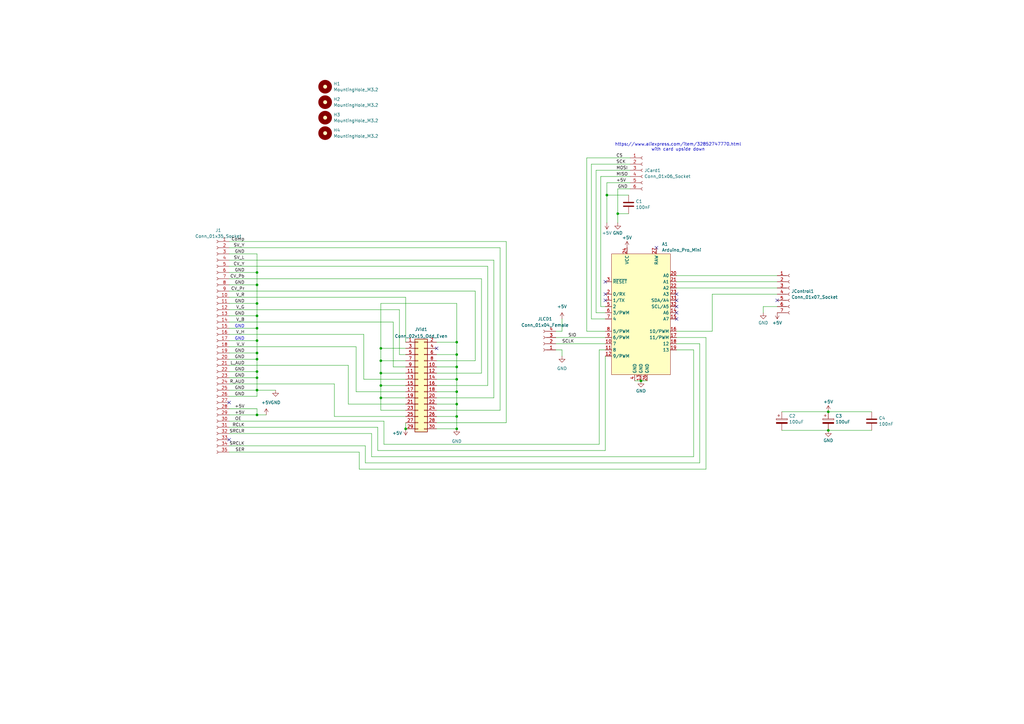
<source format=kicad_sch>
(kicad_sch
	(version 20231120)
	(generator "eeschema")
	(generator_version "8.0")
	(uuid "536d59c6-42d9-45e3-b839-fd9660082f92")
	(paper "A3")
	(lib_symbols
		(symbol "+5V_1"
			(power)
			(pin_numbers hide)
			(pin_names
				(offset 0) hide)
			(exclude_from_sim no)
			(in_bom yes)
			(on_board yes)
			(property "Reference" "#PWR"
				(at 0 -3.81 0)
				(effects
					(font
						(size 1.27 1.27)
					)
					(hide yes)
				)
			)
			(property "Value" "+5V"
				(at 0 3.556 0)
				(effects
					(font
						(size 1.27 1.27)
					)
				)
			)
			(property "Footprint" ""
				(at 0 0 0)
				(effects
					(font
						(size 1.27 1.27)
					)
					(hide yes)
				)
			)
			(property "Datasheet" ""
				(at 0 0 0)
				(effects
					(font
						(size 1.27 1.27)
					)
					(hide yes)
				)
			)
			(property "Description" "Power symbol creates a global label with name \"+5V\""
				(at 0 0 0)
				(effects
					(font
						(size 1.27 1.27)
					)
					(hide yes)
				)
			)
			(property "ki_keywords" "global power"
				(at 0 0 0)
				(effects
					(font
						(size 1.27 1.27)
					)
					(hide yes)
				)
			)
			(symbol "+5V_1_0_1"
				(polyline
					(pts
						(xy -0.762 1.27) (xy 0 2.54)
					)
					(stroke
						(width 0)
						(type default)
					)
					(fill
						(type none)
					)
				)
				(polyline
					(pts
						(xy 0 0) (xy 0 2.54)
					)
					(stroke
						(width 0)
						(type default)
					)
					(fill
						(type none)
					)
				)
				(polyline
					(pts
						(xy 0 2.54) (xy 0.762 1.27)
					)
					(stroke
						(width 0)
						(type default)
					)
					(fill
						(type none)
					)
				)
			)
			(symbol "+5V_1_1_1"
				(pin power_in line
					(at 0 0 90)
					(length 0)
					(name "~"
						(effects
							(font
								(size 1.27 1.27)
							)
						)
					)
					(number "1"
						(effects
							(font
								(size 1.27 1.27)
							)
						)
					)
				)
			)
		)
		(symbol "+5V_2"
			(power)
			(pin_numbers hide)
			(pin_names
				(offset 0) hide)
			(exclude_from_sim no)
			(in_bom yes)
			(on_board yes)
			(property "Reference" "#PWR"
				(at 0 -3.81 0)
				(effects
					(font
						(size 1.27 1.27)
					)
					(hide yes)
				)
			)
			(property "Value" "+5V"
				(at 0 3.556 0)
				(effects
					(font
						(size 1.27 1.27)
					)
				)
			)
			(property "Footprint" ""
				(at 0 0 0)
				(effects
					(font
						(size 1.27 1.27)
					)
					(hide yes)
				)
			)
			(property "Datasheet" ""
				(at 0 0 0)
				(effects
					(font
						(size 1.27 1.27)
					)
					(hide yes)
				)
			)
			(property "Description" "Power symbol creates a global label with name \"+5V\""
				(at 0 0 0)
				(effects
					(font
						(size 1.27 1.27)
					)
					(hide yes)
				)
			)
			(property "ki_keywords" "global power"
				(at 0 0 0)
				(effects
					(font
						(size 1.27 1.27)
					)
					(hide yes)
				)
			)
			(symbol "+5V_2_0_1"
				(polyline
					(pts
						(xy -0.762 1.27) (xy 0 2.54)
					)
					(stroke
						(width 0)
						(type default)
					)
					(fill
						(type none)
					)
				)
				(polyline
					(pts
						(xy 0 0) (xy 0 2.54)
					)
					(stroke
						(width 0)
						(type default)
					)
					(fill
						(type none)
					)
				)
				(polyline
					(pts
						(xy 0 2.54) (xy 0.762 1.27)
					)
					(stroke
						(width 0)
						(type default)
					)
					(fill
						(type none)
					)
				)
			)
			(symbol "+5V_2_1_1"
				(pin power_in line
					(at 0 0 90)
					(length 0)
					(name "~"
						(effects
							(font
								(size 1.27 1.27)
							)
						)
					)
					(number "1"
						(effects
							(font
								(size 1.27 1.27)
							)
						)
					)
				)
			)
		)
		(symbol "+5V_3"
			(power)
			(pin_numbers hide)
			(pin_names
				(offset 0) hide)
			(exclude_from_sim no)
			(in_bom yes)
			(on_board yes)
			(property "Reference" "#PWR"
				(at 0 -3.81 0)
				(effects
					(font
						(size 1.27 1.27)
					)
					(hide yes)
				)
			)
			(property "Value" "+5V"
				(at 0 3.556 0)
				(effects
					(font
						(size 1.27 1.27)
					)
				)
			)
			(property "Footprint" ""
				(at 0 0 0)
				(effects
					(font
						(size 1.27 1.27)
					)
					(hide yes)
				)
			)
			(property "Datasheet" ""
				(at 0 0 0)
				(effects
					(font
						(size 1.27 1.27)
					)
					(hide yes)
				)
			)
			(property "Description" "Power symbol creates a global label with name \"+5V\""
				(at 0 0 0)
				(effects
					(font
						(size 1.27 1.27)
					)
					(hide yes)
				)
			)
			(property "ki_keywords" "global power"
				(at 0 0 0)
				(effects
					(font
						(size 1.27 1.27)
					)
					(hide yes)
				)
			)
			(symbol "+5V_3_0_1"
				(polyline
					(pts
						(xy -0.762 1.27) (xy 0 2.54)
					)
					(stroke
						(width 0)
						(type default)
					)
					(fill
						(type none)
					)
				)
				(polyline
					(pts
						(xy 0 0) (xy 0 2.54)
					)
					(stroke
						(width 0)
						(type default)
					)
					(fill
						(type none)
					)
				)
				(polyline
					(pts
						(xy 0 2.54) (xy 0.762 1.27)
					)
					(stroke
						(width 0)
						(type default)
					)
					(fill
						(type none)
					)
				)
			)
			(symbol "+5V_3_1_1"
				(pin power_in line
					(at 0 0 90)
					(length 0)
					(name "~"
						(effects
							(font
								(size 1.27 1.27)
							)
						)
					)
					(number "1"
						(effects
							(font
								(size 1.27 1.27)
							)
						)
					)
				)
			)
		)
		(symbol "+5V_4"
			(power)
			(pin_numbers hide)
			(pin_names
				(offset 0) hide)
			(exclude_from_sim no)
			(in_bom yes)
			(on_board yes)
			(property "Reference" "#PWR"
				(at 0 -3.81 0)
				(effects
					(font
						(size 1.27 1.27)
					)
					(hide yes)
				)
			)
			(property "Value" "+5V"
				(at 0 3.556 0)
				(effects
					(font
						(size 1.27 1.27)
					)
				)
			)
			(property "Footprint" ""
				(at 0 0 0)
				(effects
					(font
						(size 1.27 1.27)
					)
					(hide yes)
				)
			)
			(property "Datasheet" ""
				(at 0 0 0)
				(effects
					(font
						(size 1.27 1.27)
					)
					(hide yes)
				)
			)
			(property "Description" "Power symbol creates a global label with name \"+5V\""
				(at 0 0 0)
				(effects
					(font
						(size 1.27 1.27)
					)
					(hide yes)
				)
			)
			(property "ki_keywords" "global power"
				(at 0 0 0)
				(effects
					(font
						(size 1.27 1.27)
					)
					(hide yes)
				)
			)
			(symbol "+5V_4_0_1"
				(polyline
					(pts
						(xy -0.762 1.27) (xy 0 2.54)
					)
					(stroke
						(width 0)
						(type default)
					)
					(fill
						(type none)
					)
				)
				(polyline
					(pts
						(xy 0 0) (xy 0 2.54)
					)
					(stroke
						(width 0)
						(type default)
					)
					(fill
						(type none)
					)
				)
				(polyline
					(pts
						(xy 0 2.54) (xy 0.762 1.27)
					)
					(stroke
						(width 0)
						(type default)
					)
					(fill
						(type none)
					)
				)
			)
			(symbol "+5V_4_1_1"
				(pin power_in line
					(at 0 0 90)
					(length 0)
					(name "~"
						(effects
							(font
								(size 1.27 1.27)
							)
						)
					)
					(number "1"
						(effects
							(font
								(size 1.27 1.27)
							)
						)
					)
				)
			)
		)
		(symbol "Connector:Conn_01x04_Female"
			(pin_names
				(offset 1.016) hide)
			(exclude_from_sim no)
			(in_bom yes)
			(on_board yes)
			(property "Reference" "J"
				(at 0 5.08 0)
				(effects
					(font
						(size 1.27 1.27)
					)
				)
			)
			(property "Value" "Conn_01x04_Female"
				(at 0 -7.62 0)
				(effects
					(font
						(size 1.27 1.27)
					)
				)
			)
			(property "Footprint" ""
				(at 0 0 0)
				(effects
					(font
						(size 1.27 1.27)
					)
					(hide yes)
				)
			)
			(property "Datasheet" "~"
				(at 0 0 0)
				(effects
					(font
						(size 1.27 1.27)
					)
					(hide yes)
				)
			)
			(property "Description" "Generic connector, single row, 01x04, script generated (kicad-library-utils/schlib/autogen/connector/)"
				(at 0 0 0)
				(effects
					(font
						(size 1.27 1.27)
					)
					(hide yes)
				)
			)
			(property "ki_keywords" "connector"
				(at 0 0 0)
				(effects
					(font
						(size 1.27 1.27)
					)
					(hide yes)
				)
			)
			(property "ki_fp_filters" "Connector*:*_1x??_*"
				(at 0 0 0)
				(effects
					(font
						(size 1.27 1.27)
					)
					(hide yes)
				)
			)
			(symbol "Conn_01x04_Female_1_1"
				(arc
					(start 0 -4.572)
					(mid -0.5058 -5.08)
					(end 0 -5.588)
					(stroke
						(width 0.1524)
						(type default)
					)
					(fill
						(type none)
					)
				)
				(arc
					(start 0 -2.032)
					(mid -0.5058 -2.54)
					(end 0 -3.048)
					(stroke
						(width 0.1524)
						(type default)
					)
					(fill
						(type none)
					)
				)
				(polyline
					(pts
						(xy -1.27 -5.08) (xy -0.508 -5.08)
					)
					(stroke
						(width 0.1524)
						(type default)
					)
					(fill
						(type none)
					)
				)
				(polyline
					(pts
						(xy -1.27 -2.54) (xy -0.508 -2.54)
					)
					(stroke
						(width 0.1524)
						(type default)
					)
					(fill
						(type none)
					)
				)
				(polyline
					(pts
						(xy -1.27 0) (xy -0.508 0)
					)
					(stroke
						(width 0.1524)
						(type default)
					)
					(fill
						(type none)
					)
				)
				(polyline
					(pts
						(xy -1.27 2.54) (xy -0.508 2.54)
					)
					(stroke
						(width 0.1524)
						(type default)
					)
					(fill
						(type none)
					)
				)
				(arc
					(start 0 0.508)
					(mid -0.5058 0)
					(end 0 -0.508)
					(stroke
						(width 0.1524)
						(type default)
					)
					(fill
						(type none)
					)
				)
				(arc
					(start 0 3.048)
					(mid -0.5058 2.54)
					(end 0 2.032)
					(stroke
						(width 0.1524)
						(type default)
					)
					(fill
						(type none)
					)
				)
				(pin passive line
					(at -5.08 2.54 0)
					(length 3.81)
					(name "Pin_1"
						(effects
							(font
								(size 1.27 1.27)
							)
						)
					)
					(number "1"
						(effects
							(font
								(size 1.27 1.27)
							)
						)
					)
				)
				(pin passive line
					(at -5.08 0 0)
					(length 3.81)
					(name "Pin_2"
						(effects
							(font
								(size 1.27 1.27)
							)
						)
					)
					(number "2"
						(effects
							(font
								(size 1.27 1.27)
							)
						)
					)
				)
				(pin passive line
					(at -5.08 -2.54 0)
					(length 3.81)
					(name "Pin_3"
						(effects
							(font
								(size 1.27 1.27)
							)
						)
					)
					(number "3"
						(effects
							(font
								(size 1.27 1.27)
							)
						)
					)
				)
				(pin passive line
					(at -5.08 -5.08 0)
					(length 3.81)
					(name "Pin_4"
						(effects
							(font
								(size 1.27 1.27)
							)
						)
					)
					(number "4"
						(effects
							(font
								(size 1.27 1.27)
							)
						)
					)
				)
			)
		)
		(symbol "Connector:Conn_01x06_Socket"
			(pin_names
				(offset 1.016) hide)
			(exclude_from_sim no)
			(in_bom yes)
			(on_board yes)
			(property "Reference" "J"
				(at 0 7.62 0)
				(effects
					(font
						(size 1.27 1.27)
					)
				)
			)
			(property "Value" "Conn_01x06_Socket"
				(at 0 -10.16 0)
				(effects
					(font
						(size 1.27 1.27)
					)
				)
			)
			(property "Footprint" ""
				(at 0 0 0)
				(effects
					(font
						(size 1.27 1.27)
					)
					(hide yes)
				)
			)
			(property "Datasheet" "~"
				(at 0 0 0)
				(effects
					(font
						(size 1.27 1.27)
					)
					(hide yes)
				)
			)
			(property "Description" "Generic connector, single row, 01x06, script generated"
				(at 0 0 0)
				(effects
					(font
						(size 1.27 1.27)
					)
					(hide yes)
				)
			)
			(property "ki_locked" ""
				(at 0 0 0)
				(effects
					(font
						(size 1.27 1.27)
					)
				)
			)
			(property "ki_keywords" "connector"
				(at 0 0 0)
				(effects
					(font
						(size 1.27 1.27)
					)
					(hide yes)
				)
			)
			(property "ki_fp_filters" "Connector*:*_1x??_*"
				(at 0 0 0)
				(effects
					(font
						(size 1.27 1.27)
					)
					(hide yes)
				)
			)
			(symbol "Conn_01x06_Socket_1_1"
				(arc
					(start 0 -7.112)
					(mid -0.5058 -7.62)
					(end 0 -8.128)
					(stroke
						(width 0.1524)
						(type default)
					)
					(fill
						(type none)
					)
				)
				(arc
					(start 0 -4.572)
					(mid -0.5058 -5.08)
					(end 0 -5.588)
					(stroke
						(width 0.1524)
						(type default)
					)
					(fill
						(type none)
					)
				)
				(arc
					(start 0 -2.032)
					(mid -0.5058 -2.54)
					(end 0 -3.048)
					(stroke
						(width 0.1524)
						(type default)
					)
					(fill
						(type none)
					)
				)
				(polyline
					(pts
						(xy -1.27 -7.62) (xy -0.508 -7.62)
					)
					(stroke
						(width 0.1524)
						(type default)
					)
					(fill
						(type none)
					)
				)
				(polyline
					(pts
						(xy -1.27 -5.08) (xy -0.508 -5.08)
					)
					(stroke
						(width 0.1524)
						(type default)
					)
					(fill
						(type none)
					)
				)
				(polyline
					(pts
						(xy -1.27 -2.54) (xy -0.508 -2.54)
					)
					(stroke
						(width 0.1524)
						(type default)
					)
					(fill
						(type none)
					)
				)
				(polyline
					(pts
						(xy -1.27 0) (xy -0.508 0)
					)
					(stroke
						(width 0.1524)
						(type default)
					)
					(fill
						(type none)
					)
				)
				(polyline
					(pts
						(xy -1.27 2.54) (xy -0.508 2.54)
					)
					(stroke
						(width 0.1524)
						(type default)
					)
					(fill
						(type none)
					)
				)
				(polyline
					(pts
						(xy -1.27 5.08) (xy -0.508 5.08)
					)
					(stroke
						(width 0.1524)
						(type default)
					)
					(fill
						(type none)
					)
				)
				(arc
					(start 0 0.508)
					(mid -0.5058 0)
					(end 0 -0.508)
					(stroke
						(width 0.1524)
						(type default)
					)
					(fill
						(type none)
					)
				)
				(arc
					(start 0 3.048)
					(mid -0.5058 2.54)
					(end 0 2.032)
					(stroke
						(width 0.1524)
						(type default)
					)
					(fill
						(type none)
					)
				)
				(arc
					(start 0 5.588)
					(mid -0.5058 5.08)
					(end 0 4.572)
					(stroke
						(width 0.1524)
						(type default)
					)
					(fill
						(type none)
					)
				)
				(pin passive line
					(at -5.08 5.08 0)
					(length 3.81)
					(name "Pin_1"
						(effects
							(font
								(size 1.27 1.27)
							)
						)
					)
					(number "1"
						(effects
							(font
								(size 1.27 1.27)
							)
						)
					)
				)
				(pin passive line
					(at -5.08 2.54 0)
					(length 3.81)
					(name "Pin_2"
						(effects
							(font
								(size 1.27 1.27)
							)
						)
					)
					(number "2"
						(effects
							(font
								(size 1.27 1.27)
							)
						)
					)
				)
				(pin passive line
					(at -5.08 0 0)
					(length 3.81)
					(name "Pin_3"
						(effects
							(font
								(size 1.27 1.27)
							)
						)
					)
					(number "3"
						(effects
							(font
								(size 1.27 1.27)
							)
						)
					)
				)
				(pin passive line
					(at -5.08 -2.54 0)
					(length 3.81)
					(name "Pin_4"
						(effects
							(font
								(size 1.27 1.27)
							)
						)
					)
					(number "4"
						(effects
							(font
								(size 1.27 1.27)
							)
						)
					)
				)
				(pin passive line
					(at -5.08 -5.08 0)
					(length 3.81)
					(name "Pin_5"
						(effects
							(font
								(size 1.27 1.27)
							)
						)
					)
					(number "5"
						(effects
							(font
								(size 1.27 1.27)
							)
						)
					)
				)
				(pin passive line
					(at -5.08 -7.62 0)
					(length 3.81)
					(name "Pin_6"
						(effects
							(font
								(size 1.27 1.27)
							)
						)
					)
					(number "6"
						(effects
							(font
								(size 1.27 1.27)
							)
						)
					)
				)
			)
		)
		(symbol "Connector:Conn_01x07_Socket"
			(pin_names
				(offset 1.016) hide)
			(exclude_from_sim no)
			(in_bom yes)
			(on_board yes)
			(property "Reference" "J"
				(at 0 10.16 0)
				(effects
					(font
						(size 1.27 1.27)
					)
				)
			)
			(property "Value" "Conn_01x07_Socket"
				(at 0 -10.16 0)
				(effects
					(font
						(size 1.27 1.27)
					)
				)
			)
			(property "Footprint" ""
				(at 0 0 0)
				(effects
					(font
						(size 1.27 1.27)
					)
					(hide yes)
				)
			)
			(property "Datasheet" "~"
				(at 0 0 0)
				(effects
					(font
						(size 1.27 1.27)
					)
					(hide yes)
				)
			)
			(property "Description" "Generic connector, single row, 01x07, script generated"
				(at 0 0 0)
				(effects
					(font
						(size 1.27 1.27)
					)
					(hide yes)
				)
			)
			(property "ki_locked" ""
				(at 0 0 0)
				(effects
					(font
						(size 1.27 1.27)
					)
				)
			)
			(property "ki_keywords" "connector"
				(at 0 0 0)
				(effects
					(font
						(size 1.27 1.27)
					)
					(hide yes)
				)
			)
			(property "ki_fp_filters" "Connector*:*_1x??_*"
				(at 0 0 0)
				(effects
					(font
						(size 1.27 1.27)
					)
					(hide yes)
				)
			)
			(symbol "Conn_01x07_Socket_1_1"
				(arc
					(start 0 -7.112)
					(mid -0.5058 -7.62)
					(end 0 -8.128)
					(stroke
						(width 0.1524)
						(type default)
					)
					(fill
						(type none)
					)
				)
				(arc
					(start 0 -4.572)
					(mid -0.5058 -5.08)
					(end 0 -5.588)
					(stroke
						(width 0.1524)
						(type default)
					)
					(fill
						(type none)
					)
				)
				(arc
					(start 0 -2.032)
					(mid -0.5058 -2.54)
					(end 0 -3.048)
					(stroke
						(width 0.1524)
						(type default)
					)
					(fill
						(type none)
					)
				)
				(polyline
					(pts
						(xy -1.27 -7.62) (xy -0.508 -7.62)
					)
					(stroke
						(width 0.1524)
						(type default)
					)
					(fill
						(type none)
					)
				)
				(polyline
					(pts
						(xy -1.27 -5.08) (xy -0.508 -5.08)
					)
					(stroke
						(width 0.1524)
						(type default)
					)
					(fill
						(type none)
					)
				)
				(polyline
					(pts
						(xy -1.27 -2.54) (xy -0.508 -2.54)
					)
					(stroke
						(width 0.1524)
						(type default)
					)
					(fill
						(type none)
					)
				)
				(polyline
					(pts
						(xy -1.27 0) (xy -0.508 0)
					)
					(stroke
						(width 0.1524)
						(type default)
					)
					(fill
						(type none)
					)
				)
				(polyline
					(pts
						(xy -1.27 2.54) (xy -0.508 2.54)
					)
					(stroke
						(width 0.1524)
						(type default)
					)
					(fill
						(type none)
					)
				)
				(polyline
					(pts
						(xy -1.27 5.08) (xy -0.508 5.08)
					)
					(stroke
						(width 0.1524)
						(type default)
					)
					(fill
						(type none)
					)
				)
				(polyline
					(pts
						(xy -1.27 7.62) (xy -0.508 7.62)
					)
					(stroke
						(width 0.1524)
						(type default)
					)
					(fill
						(type none)
					)
				)
				(arc
					(start 0 0.508)
					(mid -0.5058 0)
					(end 0 -0.508)
					(stroke
						(width 0.1524)
						(type default)
					)
					(fill
						(type none)
					)
				)
				(arc
					(start 0 3.048)
					(mid -0.5058 2.54)
					(end 0 2.032)
					(stroke
						(width 0.1524)
						(type default)
					)
					(fill
						(type none)
					)
				)
				(arc
					(start 0 5.588)
					(mid -0.5058 5.08)
					(end 0 4.572)
					(stroke
						(width 0.1524)
						(type default)
					)
					(fill
						(type none)
					)
				)
				(arc
					(start 0 8.128)
					(mid -0.5058 7.62)
					(end 0 7.112)
					(stroke
						(width 0.1524)
						(type default)
					)
					(fill
						(type none)
					)
				)
				(pin passive line
					(at -5.08 7.62 0)
					(length 3.81)
					(name "Pin_1"
						(effects
							(font
								(size 1.27 1.27)
							)
						)
					)
					(number "1"
						(effects
							(font
								(size 1.27 1.27)
							)
						)
					)
				)
				(pin passive line
					(at -5.08 5.08 0)
					(length 3.81)
					(name "Pin_2"
						(effects
							(font
								(size 1.27 1.27)
							)
						)
					)
					(number "2"
						(effects
							(font
								(size 1.27 1.27)
							)
						)
					)
				)
				(pin passive line
					(at -5.08 2.54 0)
					(length 3.81)
					(name "Pin_3"
						(effects
							(font
								(size 1.27 1.27)
							)
						)
					)
					(number "3"
						(effects
							(font
								(size 1.27 1.27)
							)
						)
					)
				)
				(pin passive line
					(at -5.08 0 0)
					(length 3.81)
					(name "Pin_4"
						(effects
							(font
								(size 1.27 1.27)
							)
						)
					)
					(number "4"
						(effects
							(font
								(size 1.27 1.27)
							)
						)
					)
				)
				(pin passive line
					(at -5.08 -2.54 0)
					(length 3.81)
					(name "Pin_5"
						(effects
							(font
								(size 1.27 1.27)
							)
						)
					)
					(number "5"
						(effects
							(font
								(size 1.27 1.27)
							)
						)
					)
				)
				(pin passive line
					(at -5.08 -5.08 0)
					(length 3.81)
					(name "Pin_6"
						(effects
							(font
								(size 1.27 1.27)
							)
						)
					)
					(number "6"
						(effects
							(font
								(size 1.27 1.27)
							)
						)
					)
				)
				(pin passive line
					(at -5.08 -7.62 0)
					(length 3.81)
					(name "Pin_7"
						(effects
							(font
								(size 1.27 1.27)
							)
						)
					)
					(number "7"
						(effects
							(font
								(size 1.27 1.27)
							)
						)
					)
				)
			)
		)
		(symbol "Connector:Conn_01x35_Socket"
			(pin_names
				(offset 1.016) hide)
			(exclude_from_sim no)
			(in_bom yes)
			(on_board yes)
			(property "Reference" "J"
				(at 0 45.72 0)
				(effects
					(font
						(size 1.27 1.27)
					)
				)
			)
			(property "Value" "Conn_01x35_Socket"
				(at 0 -45.72 0)
				(effects
					(font
						(size 1.27 1.27)
					)
				)
			)
			(property "Footprint" ""
				(at 0 0 0)
				(effects
					(font
						(size 1.27 1.27)
					)
					(hide yes)
				)
			)
			(property "Datasheet" "~"
				(at 0 0 0)
				(effects
					(font
						(size 1.27 1.27)
					)
					(hide yes)
				)
			)
			(property "Description" "Generic connector, single row, 01x35, script generated"
				(at 0 0 0)
				(effects
					(font
						(size 1.27 1.27)
					)
					(hide yes)
				)
			)
			(property "ki_locked" ""
				(at 0 0 0)
				(effects
					(font
						(size 1.27 1.27)
					)
				)
			)
			(property "ki_keywords" "connector"
				(at 0 0 0)
				(effects
					(font
						(size 1.27 1.27)
					)
					(hide yes)
				)
			)
			(property "ki_fp_filters" "Connector*:*_1x??_*"
				(at 0 0 0)
				(effects
					(font
						(size 1.27 1.27)
					)
					(hide yes)
				)
			)
			(symbol "Conn_01x35_Socket_1_1"
				(arc
					(start 0 -42.672)
					(mid -0.5058 -43.18)
					(end 0 -43.688)
					(stroke
						(width 0.1524)
						(type default)
					)
					(fill
						(type none)
					)
				)
				(arc
					(start 0 -40.132)
					(mid -0.5058 -40.64)
					(end 0 -41.148)
					(stroke
						(width 0.1524)
						(type default)
					)
					(fill
						(type none)
					)
				)
				(arc
					(start 0 -37.592)
					(mid -0.5058 -38.1)
					(end 0 -38.608)
					(stroke
						(width 0.1524)
						(type default)
					)
					(fill
						(type none)
					)
				)
				(arc
					(start 0 -35.052)
					(mid -0.5058 -35.56)
					(end 0 -36.068)
					(stroke
						(width 0.1524)
						(type default)
					)
					(fill
						(type none)
					)
				)
				(arc
					(start 0 -32.512)
					(mid -0.5058 -33.02)
					(end 0 -33.528)
					(stroke
						(width 0.1524)
						(type default)
					)
					(fill
						(type none)
					)
				)
				(arc
					(start 0 -29.972)
					(mid -0.5058 -30.48)
					(end 0 -30.988)
					(stroke
						(width 0.1524)
						(type default)
					)
					(fill
						(type none)
					)
				)
				(arc
					(start 0 -27.432)
					(mid -0.5058 -27.94)
					(end 0 -28.448)
					(stroke
						(width 0.1524)
						(type default)
					)
					(fill
						(type none)
					)
				)
				(arc
					(start 0 -24.892)
					(mid -0.5058 -25.4)
					(end 0 -25.908)
					(stroke
						(width 0.1524)
						(type default)
					)
					(fill
						(type none)
					)
				)
				(arc
					(start 0 -22.352)
					(mid -0.5058 -22.86)
					(end 0 -23.368)
					(stroke
						(width 0.1524)
						(type default)
					)
					(fill
						(type none)
					)
				)
				(arc
					(start 0 -19.812)
					(mid -0.5058 -20.32)
					(end 0 -20.828)
					(stroke
						(width 0.1524)
						(type default)
					)
					(fill
						(type none)
					)
				)
				(arc
					(start 0 -17.272)
					(mid -0.5058 -17.78)
					(end 0 -18.288)
					(stroke
						(width 0.1524)
						(type default)
					)
					(fill
						(type none)
					)
				)
				(arc
					(start 0 -14.732)
					(mid -0.5058 -15.24)
					(end 0 -15.748)
					(stroke
						(width 0.1524)
						(type default)
					)
					(fill
						(type none)
					)
				)
				(arc
					(start 0 -12.192)
					(mid -0.5058 -12.7)
					(end 0 -13.208)
					(stroke
						(width 0.1524)
						(type default)
					)
					(fill
						(type none)
					)
				)
				(arc
					(start 0 -9.652)
					(mid -0.5058 -10.16)
					(end 0 -10.668)
					(stroke
						(width 0.1524)
						(type default)
					)
					(fill
						(type none)
					)
				)
				(arc
					(start 0 -7.112)
					(mid -0.5058 -7.62)
					(end 0 -8.128)
					(stroke
						(width 0.1524)
						(type default)
					)
					(fill
						(type none)
					)
				)
				(arc
					(start 0 -4.572)
					(mid -0.5058 -5.08)
					(end 0 -5.588)
					(stroke
						(width 0.1524)
						(type default)
					)
					(fill
						(type none)
					)
				)
				(arc
					(start 0 -2.032)
					(mid -0.5058 -2.54)
					(end 0 -3.048)
					(stroke
						(width 0.1524)
						(type default)
					)
					(fill
						(type none)
					)
				)
				(polyline
					(pts
						(xy -1.27 -43.18) (xy -0.508 -43.18)
					)
					(stroke
						(width 0.1524)
						(type default)
					)
					(fill
						(type none)
					)
				)
				(polyline
					(pts
						(xy -1.27 -40.64) (xy -0.508 -40.64)
					)
					(stroke
						(width 0.1524)
						(type default)
					)
					(fill
						(type none)
					)
				)
				(polyline
					(pts
						(xy -1.27 -38.1) (xy -0.508 -38.1)
					)
					(stroke
						(width 0.1524)
						(type default)
					)
					(fill
						(type none)
					)
				)
				(polyline
					(pts
						(xy -1.27 -35.56) (xy -0.508 -35.56)
					)
					(stroke
						(width 0.1524)
						(type default)
					)
					(fill
						(type none)
					)
				)
				(polyline
					(pts
						(xy -1.27 -33.02) (xy -0.508 -33.02)
					)
					(stroke
						(width 0.1524)
						(type default)
					)
					(fill
						(type none)
					)
				)
				(polyline
					(pts
						(xy -1.27 -30.48) (xy -0.508 -30.48)
					)
					(stroke
						(width 0.1524)
						(type default)
					)
					(fill
						(type none)
					)
				)
				(polyline
					(pts
						(xy -1.27 -27.94) (xy -0.508 -27.94)
					)
					(stroke
						(width 0.1524)
						(type default)
					)
					(fill
						(type none)
					)
				)
				(polyline
					(pts
						(xy -1.27 -25.4) (xy -0.508 -25.4)
					)
					(stroke
						(width 0.1524)
						(type default)
					)
					(fill
						(type none)
					)
				)
				(polyline
					(pts
						(xy -1.27 -22.86) (xy -0.508 -22.86)
					)
					(stroke
						(width 0.1524)
						(type default)
					)
					(fill
						(type none)
					)
				)
				(polyline
					(pts
						(xy -1.27 -20.32) (xy -0.508 -20.32)
					)
					(stroke
						(width 0.1524)
						(type default)
					)
					(fill
						(type none)
					)
				)
				(polyline
					(pts
						(xy -1.27 -17.78) (xy -0.508 -17.78)
					)
					(stroke
						(width 0.1524)
						(type default)
					)
					(fill
						(type none)
					)
				)
				(polyline
					(pts
						(xy -1.27 -15.24) (xy -0.508 -15.24)
					)
					(stroke
						(width 0.1524)
						(type default)
					)
					(fill
						(type none)
					)
				)
				(polyline
					(pts
						(xy -1.27 -12.7) (xy -0.508 -12.7)
					)
					(stroke
						(width 0.1524)
						(type default)
					)
					(fill
						(type none)
					)
				)
				(polyline
					(pts
						(xy -1.27 -10.16) (xy -0.508 -10.16)
					)
					(stroke
						(width 0.1524)
						(type default)
					)
					(fill
						(type none)
					)
				)
				(polyline
					(pts
						(xy -1.27 -7.62) (xy -0.508 -7.62)
					)
					(stroke
						(width 0.1524)
						(type default)
					)
					(fill
						(type none)
					)
				)
				(polyline
					(pts
						(xy -1.27 -5.08) (xy -0.508 -5.08)
					)
					(stroke
						(width 0.1524)
						(type default)
					)
					(fill
						(type none)
					)
				)
				(polyline
					(pts
						(xy -1.27 -2.54) (xy -0.508 -2.54)
					)
					(stroke
						(width 0.1524)
						(type default)
					)
					(fill
						(type none)
					)
				)
				(polyline
					(pts
						(xy -1.27 0) (xy -0.508 0)
					)
					(stroke
						(width 0.1524)
						(type default)
					)
					(fill
						(type none)
					)
				)
				(polyline
					(pts
						(xy -1.27 2.54) (xy -0.508 2.54)
					)
					(stroke
						(width 0.1524)
						(type default)
					)
					(fill
						(type none)
					)
				)
				(polyline
					(pts
						(xy -1.27 5.08) (xy -0.508 5.08)
					)
					(stroke
						(width 0.1524)
						(type default)
					)
					(fill
						(type none)
					)
				)
				(polyline
					(pts
						(xy -1.27 7.62) (xy -0.508 7.62)
					)
					(stroke
						(width 0.1524)
						(type default)
					)
					(fill
						(type none)
					)
				)
				(polyline
					(pts
						(xy -1.27 10.16) (xy -0.508 10.16)
					)
					(stroke
						(width 0.1524)
						(type default)
					)
					(fill
						(type none)
					)
				)
				(polyline
					(pts
						(xy -1.27 12.7) (xy -0.508 12.7)
					)
					(stroke
						(width 0.1524)
						(type default)
					)
					(fill
						(type none)
					)
				)
				(polyline
					(pts
						(xy -1.27 15.24) (xy -0.508 15.24)
					)
					(stroke
						(width 0.1524)
						(type default)
					)
					(fill
						(type none)
					)
				)
				(polyline
					(pts
						(xy -1.27 17.78) (xy -0.508 17.78)
					)
					(stroke
						(width 0.1524)
						(type default)
					)
					(fill
						(type none)
					)
				)
				(polyline
					(pts
						(xy -1.27 20.32) (xy -0.508 20.32)
					)
					(stroke
						(width 0.1524)
						(type default)
					)
					(fill
						(type none)
					)
				)
				(polyline
					(pts
						(xy -1.27 22.86) (xy -0.508 22.86)
					)
					(stroke
						(width 0.1524)
						(type default)
					)
					(fill
						(type none)
					)
				)
				(polyline
					(pts
						(xy -1.27 25.4) (xy -0.508 25.4)
					)
					(stroke
						(width 0.1524)
						(type default)
					)
					(fill
						(type none)
					)
				)
				(polyline
					(pts
						(xy -1.27 27.94) (xy -0.508 27.94)
					)
					(stroke
						(width 0.1524)
						(type default)
					)
					(fill
						(type none)
					)
				)
				(polyline
					(pts
						(xy -1.27 30.48) (xy -0.508 30.48)
					)
					(stroke
						(width 0.1524)
						(type default)
					)
					(fill
						(type none)
					)
				)
				(polyline
					(pts
						(xy -1.27 33.02) (xy -0.508 33.02)
					)
					(stroke
						(width 0.1524)
						(type default)
					)
					(fill
						(type none)
					)
				)
				(polyline
					(pts
						(xy -1.27 35.56) (xy -0.508 35.56)
					)
					(stroke
						(width 0.1524)
						(type default)
					)
					(fill
						(type none)
					)
				)
				(polyline
					(pts
						(xy -1.27 38.1) (xy -0.508 38.1)
					)
					(stroke
						(width 0.1524)
						(type default)
					)
					(fill
						(type none)
					)
				)
				(polyline
					(pts
						(xy -1.27 40.64) (xy -0.508 40.64)
					)
					(stroke
						(width 0.1524)
						(type default)
					)
					(fill
						(type none)
					)
				)
				(polyline
					(pts
						(xy -1.27 43.18) (xy -0.508 43.18)
					)
					(stroke
						(width 0.1524)
						(type default)
					)
					(fill
						(type none)
					)
				)
				(arc
					(start 0 0.508)
					(mid -0.5058 0)
					(end 0 -0.508)
					(stroke
						(width 0.1524)
						(type default)
					)
					(fill
						(type none)
					)
				)
				(arc
					(start 0 3.048)
					(mid -0.5058 2.54)
					(end 0 2.032)
					(stroke
						(width 0.1524)
						(type default)
					)
					(fill
						(type none)
					)
				)
				(arc
					(start 0 5.588)
					(mid -0.5058 5.08)
					(end 0 4.572)
					(stroke
						(width 0.1524)
						(type default)
					)
					(fill
						(type none)
					)
				)
				(arc
					(start 0 8.128)
					(mid -0.5058 7.62)
					(end 0 7.112)
					(stroke
						(width 0.1524)
						(type default)
					)
					(fill
						(type none)
					)
				)
				(arc
					(start 0 10.668)
					(mid -0.5058 10.16)
					(end 0 9.652)
					(stroke
						(width 0.1524)
						(type default)
					)
					(fill
						(type none)
					)
				)
				(arc
					(start 0 13.208)
					(mid -0.5058 12.7)
					(end 0 12.192)
					(stroke
						(width 0.1524)
						(type default)
					)
					(fill
						(type none)
					)
				)
				(arc
					(start 0 15.748)
					(mid -0.5058 15.24)
					(end 0 14.732)
					(stroke
						(width 0.1524)
						(type default)
					)
					(fill
						(type none)
					)
				)
				(arc
					(start 0 18.288)
					(mid -0.5058 17.78)
					(end 0 17.272)
					(stroke
						(width 0.1524)
						(type default)
					)
					(fill
						(type none)
					)
				)
				(arc
					(start 0 20.828)
					(mid -0.5058 20.32)
					(end 0 19.812)
					(stroke
						(width 0.1524)
						(type default)
					)
					(fill
						(type none)
					)
				)
				(arc
					(start 0 23.368)
					(mid -0.5058 22.86)
					(end 0 22.352)
					(stroke
						(width 0.1524)
						(type default)
					)
					(fill
						(type none)
					)
				)
				(arc
					(start 0 25.908)
					(mid -0.5058 25.4)
					(end 0 24.892)
					(stroke
						(width 0.1524)
						(type default)
					)
					(fill
						(type none)
					)
				)
				(arc
					(start 0 28.448)
					(mid -0.5058 27.94)
					(end 0 27.432)
					(stroke
						(width 0.1524)
						(type default)
					)
					(fill
						(type none)
					)
				)
				(arc
					(start 0 30.988)
					(mid -0.5058 30.48)
					(end 0 29.972)
					(stroke
						(width 0.1524)
						(type default)
					)
					(fill
						(type none)
					)
				)
				(arc
					(start 0 33.528)
					(mid -0.5058 33.02)
					(end 0 32.512)
					(stroke
						(width 0.1524)
						(type default)
					)
					(fill
						(type none)
					)
				)
				(arc
					(start 0 36.068)
					(mid -0.5058 35.56)
					(end 0 35.052)
					(stroke
						(width 0.1524)
						(type default)
					)
					(fill
						(type none)
					)
				)
				(arc
					(start 0 38.608)
					(mid -0.5058 38.1)
					(end 0 37.592)
					(stroke
						(width 0.1524)
						(type default)
					)
					(fill
						(type none)
					)
				)
				(arc
					(start 0 41.148)
					(mid -0.5058 40.64)
					(end 0 40.132)
					(stroke
						(width 0.1524)
						(type default)
					)
					(fill
						(type none)
					)
				)
				(arc
					(start 0 43.688)
					(mid -0.5058 43.18)
					(end 0 42.672)
					(stroke
						(width 0.1524)
						(type default)
					)
					(fill
						(type none)
					)
				)
				(pin passive line
					(at -5.08 43.18 0)
					(length 3.81)
					(name "Pin_1"
						(effects
							(font
								(size 1.27 1.27)
							)
						)
					)
					(number "1"
						(effects
							(font
								(size 1.27 1.27)
							)
						)
					)
				)
				(pin passive line
					(at -5.08 20.32 0)
					(length 3.81)
					(name "Pin_10"
						(effects
							(font
								(size 1.27 1.27)
							)
						)
					)
					(number "10"
						(effects
							(font
								(size 1.27 1.27)
							)
						)
					)
				)
				(pin passive line
					(at -5.08 17.78 0)
					(length 3.81)
					(name "Pin_11"
						(effects
							(font
								(size 1.27 1.27)
							)
						)
					)
					(number "11"
						(effects
							(font
								(size 1.27 1.27)
							)
						)
					)
				)
				(pin passive line
					(at -5.08 15.24 0)
					(length 3.81)
					(name "Pin_12"
						(effects
							(font
								(size 1.27 1.27)
							)
						)
					)
					(number "12"
						(effects
							(font
								(size 1.27 1.27)
							)
						)
					)
				)
				(pin passive line
					(at -5.08 12.7 0)
					(length 3.81)
					(name "Pin_13"
						(effects
							(font
								(size 1.27 1.27)
							)
						)
					)
					(number "13"
						(effects
							(font
								(size 1.27 1.27)
							)
						)
					)
				)
				(pin passive line
					(at -5.08 10.16 0)
					(length 3.81)
					(name "Pin_14"
						(effects
							(font
								(size 1.27 1.27)
							)
						)
					)
					(number "14"
						(effects
							(font
								(size 1.27 1.27)
							)
						)
					)
				)
				(pin passive line
					(at -5.08 7.62 0)
					(length 3.81)
					(name "Pin_15"
						(effects
							(font
								(size 1.27 1.27)
							)
						)
					)
					(number "15"
						(effects
							(font
								(size 1.27 1.27)
							)
						)
					)
				)
				(pin passive line
					(at -5.08 5.08 0)
					(length 3.81)
					(name "Pin_16"
						(effects
							(font
								(size 1.27 1.27)
							)
						)
					)
					(number "16"
						(effects
							(font
								(size 1.27 1.27)
							)
						)
					)
				)
				(pin passive line
					(at -5.08 2.54 0)
					(length 3.81)
					(name "Pin_17"
						(effects
							(font
								(size 1.27 1.27)
							)
						)
					)
					(number "17"
						(effects
							(font
								(size 1.27 1.27)
							)
						)
					)
				)
				(pin passive line
					(at -5.08 0 0)
					(length 3.81)
					(name "Pin_18"
						(effects
							(font
								(size 1.27 1.27)
							)
						)
					)
					(number "18"
						(effects
							(font
								(size 1.27 1.27)
							)
						)
					)
				)
				(pin passive line
					(at -5.08 -2.54 0)
					(length 3.81)
					(name "Pin_19"
						(effects
							(font
								(size 1.27 1.27)
							)
						)
					)
					(number "19"
						(effects
							(font
								(size 1.27 1.27)
							)
						)
					)
				)
				(pin passive line
					(at -5.08 40.64 0)
					(length 3.81)
					(name "Pin_2"
						(effects
							(font
								(size 1.27 1.27)
							)
						)
					)
					(number "2"
						(effects
							(font
								(size 1.27 1.27)
							)
						)
					)
				)
				(pin passive line
					(at -5.08 -5.08 0)
					(length 3.81)
					(name "Pin_20"
						(effects
							(font
								(size 1.27 1.27)
							)
						)
					)
					(number "20"
						(effects
							(font
								(size 1.27 1.27)
							)
						)
					)
				)
				(pin passive line
					(at -5.08 -7.62 0)
					(length 3.81)
					(name "Pin_21"
						(effects
							(font
								(size 1.27 1.27)
							)
						)
					)
					(number "21"
						(effects
							(font
								(size 1.27 1.27)
							)
						)
					)
				)
				(pin passive line
					(at -5.08 -10.16 0)
					(length 3.81)
					(name "Pin_22"
						(effects
							(font
								(size 1.27 1.27)
							)
						)
					)
					(number "22"
						(effects
							(font
								(size 1.27 1.27)
							)
						)
					)
				)
				(pin passive line
					(at -5.08 -12.7 0)
					(length 3.81)
					(name "Pin_23"
						(effects
							(font
								(size 1.27 1.27)
							)
						)
					)
					(number "23"
						(effects
							(font
								(size 1.27 1.27)
							)
						)
					)
				)
				(pin passive line
					(at -5.08 -15.24 0)
					(length 3.81)
					(name "Pin_24"
						(effects
							(font
								(size 1.27 1.27)
							)
						)
					)
					(number "24"
						(effects
							(font
								(size 1.27 1.27)
							)
						)
					)
				)
				(pin passive line
					(at -5.08 -17.78 0)
					(length 3.81)
					(name "Pin_25"
						(effects
							(font
								(size 1.27 1.27)
							)
						)
					)
					(number "25"
						(effects
							(font
								(size 1.27 1.27)
							)
						)
					)
				)
				(pin passive line
					(at -5.08 -20.32 0)
					(length 3.81)
					(name "Pin_26"
						(effects
							(font
								(size 1.27 1.27)
							)
						)
					)
					(number "26"
						(effects
							(font
								(size 1.27 1.27)
							)
						)
					)
				)
				(pin passive line
					(at -5.08 -22.86 0)
					(length 3.81)
					(name "Pin_27"
						(effects
							(font
								(size 1.27 1.27)
							)
						)
					)
					(number "27"
						(effects
							(font
								(size 1.27 1.27)
							)
						)
					)
				)
				(pin passive line
					(at -5.08 -25.4 0)
					(length 3.81)
					(name "Pin_28"
						(effects
							(font
								(size 1.27 1.27)
							)
						)
					)
					(number "28"
						(effects
							(font
								(size 1.27 1.27)
							)
						)
					)
				)
				(pin passive line
					(at -5.08 -27.94 0)
					(length 3.81)
					(name "Pin_29"
						(effects
							(font
								(size 1.27 1.27)
							)
						)
					)
					(number "29"
						(effects
							(font
								(size 1.27 1.27)
							)
						)
					)
				)
				(pin passive line
					(at -5.08 38.1 0)
					(length 3.81)
					(name "Pin_3"
						(effects
							(font
								(size 1.27 1.27)
							)
						)
					)
					(number "3"
						(effects
							(font
								(size 1.27 1.27)
							)
						)
					)
				)
				(pin passive line
					(at -5.08 -30.48 0)
					(length 3.81)
					(name "Pin_30"
						(effects
							(font
								(size 1.27 1.27)
							)
						)
					)
					(number "30"
						(effects
							(font
								(size 1.27 1.27)
							)
						)
					)
				)
				(pin passive line
					(at -5.08 -33.02 0)
					(length 3.81)
					(name "Pin_31"
						(effects
							(font
								(size 1.27 1.27)
							)
						)
					)
					(number "31"
						(effects
							(font
								(size 1.27 1.27)
							)
						)
					)
				)
				(pin passive line
					(at -5.08 -35.56 0)
					(length 3.81)
					(name "Pin_32"
						(effects
							(font
								(size 1.27 1.27)
							)
						)
					)
					(number "32"
						(effects
							(font
								(size 1.27 1.27)
							)
						)
					)
				)
				(pin passive line
					(at -5.08 -38.1 0)
					(length 3.81)
					(name "Pin_33"
						(effects
							(font
								(size 1.27 1.27)
							)
						)
					)
					(number "33"
						(effects
							(font
								(size 1.27 1.27)
							)
						)
					)
				)
				(pin passive line
					(at -5.08 -40.64 0)
					(length 3.81)
					(name "Pin_34"
						(effects
							(font
								(size 1.27 1.27)
							)
						)
					)
					(number "34"
						(effects
							(font
								(size 1.27 1.27)
							)
						)
					)
				)
				(pin passive line
					(at -5.08 -43.18 0)
					(length 3.81)
					(name "Pin_35"
						(effects
							(font
								(size 1.27 1.27)
							)
						)
					)
					(number "35"
						(effects
							(font
								(size 1.27 1.27)
							)
						)
					)
				)
				(pin passive line
					(at -5.08 35.56 0)
					(length 3.81)
					(name "Pin_4"
						(effects
							(font
								(size 1.27 1.27)
							)
						)
					)
					(number "4"
						(effects
							(font
								(size 1.27 1.27)
							)
						)
					)
				)
				(pin passive line
					(at -5.08 33.02 0)
					(length 3.81)
					(name "Pin_5"
						(effects
							(font
								(size 1.27 1.27)
							)
						)
					)
					(number "5"
						(effects
							(font
								(size 1.27 1.27)
							)
						)
					)
				)
				(pin passive line
					(at -5.08 30.48 0)
					(length 3.81)
					(name "Pin_6"
						(effects
							(font
								(size 1.27 1.27)
							)
						)
					)
					(number "6"
						(effects
							(font
								(size 1.27 1.27)
							)
						)
					)
				)
				(pin passive line
					(at -5.08 27.94 0)
					(length 3.81)
					(name "Pin_7"
						(effects
							(font
								(size 1.27 1.27)
							)
						)
					)
					(number "7"
						(effects
							(font
								(size 1.27 1.27)
							)
						)
					)
				)
				(pin passive line
					(at -5.08 25.4 0)
					(length 3.81)
					(name "Pin_8"
						(effects
							(font
								(size 1.27 1.27)
							)
						)
					)
					(number "8"
						(effects
							(font
								(size 1.27 1.27)
							)
						)
					)
				)
				(pin passive line
					(at -5.08 22.86 0)
					(length 3.81)
					(name "Pin_9"
						(effects
							(font
								(size 1.27 1.27)
							)
						)
					)
					(number "9"
						(effects
							(font
								(size 1.27 1.27)
							)
						)
					)
				)
			)
		)
		(symbol "Connector_Generic:Conn_02x15_Odd_Even"
			(pin_names
				(offset 1.016) hide)
			(exclude_from_sim no)
			(in_bom yes)
			(on_board yes)
			(property "Reference" "J"
				(at 1.27 20.32 0)
				(effects
					(font
						(size 1.27 1.27)
					)
				)
			)
			(property "Value" "Conn_02x15_Odd_Even"
				(at 1.27 -20.32 0)
				(effects
					(font
						(size 1.27 1.27)
					)
				)
			)
			(property "Footprint" ""
				(at 0 0 0)
				(effects
					(font
						(size 1.27 1.27)
					)
					(hide yes)
				)
			)
			(property "Datasheet" "~"
				(at 0 0 0)
				(effects
					(font
						(size 1.27 1.27)
					)
					(hide yes)
				)
			)
			(property "Description" "Generic connector, double row, 02x15, odd/even pin numbering scheme (row 1 odd numbers, row 2 even numbers), script generated (kicad-library-utils/schlib/autogen/connector/)"
				(at 0 0 0)
				(effects
					(font
						(size 1.27 1.27)
					)
					(hide yes)
				)
			)
			(property "ki_keywords" "connector"
				(at 0 0 0)
				(effects
					(font
						(size 1.27 1.27)
					)
					(hide yes)
				)
			)
			(property "ki_fp_filters" "Connector*:*_2x??_*"
				(at 0 0 0)
				(effects
					(font
						(size 1.27 1.27)
					)
					(hide yes)
				)
			)
			(symbol "Conn_02x15_Odd_Even_1_1"
				(rectangle
					(start -1.27 -17.653)
					(end 0 -17.907)
					(stroke
						(width 0.1524)
						(type default)
					)
					(fill
						(type none)
					)
				)
				(rectangle
					(start -1.27 -15.113)
					(end 0 -15.367)
					(stroke
						(width 0.1524)
						(type default)
					)
					(fill
						(type none)
					)
				)
				(rectangle
					(start -1.27 -12.573)
					(end 0 -12.827)
					(stroke
						(width 0.1524)
						(type default)
					)
					(fill
						(type none)
					)
				)
				(rectangle
					(start -1.27 -10.033)
					(end 0 -10.287)
					(stroke
						(width 0.1524)
						(type default)
					)
					(fill
						(type none)
					)
				)
				(rectangle
					(start -1.27 -7.493)
					(end 0 -7.747)
					(stroke
						(width 0.1524)
						(type default)
					)
					(fill
						(type none)
					)
				)
				(rectangle
					(start -1.27 -4.953)
					(end 0 -5.207)
					(stroke
						(width 0.1524)
						(type default)
					)
					(fill
						(type none)
					)
				)
				(rectangle
					(start -1.27 -2.413)
					(end 0 -2.667)
					(stroke
						(width 0.1524)
						(type default)
					)
					(fill
						(type none)
					)
				)
				(rectangle
					(start -1.27 0.127)
					(end 0 -0.127)
					(stroke
						(width 0.1524)
						(type default)
					)
					(fill
						(type none)
					)
				)
				(rectangle
					(start -1.27 2.667)
					(end 0 2.413)
					(stroke
						(width 0.1524)
						(type default)
					)
					(fill
						(type none)
					)
				)
				(rectangle
					(start -1.27 5.207)
					(end 0 4.953)
					(stroke
						(width 0.1524)
						(type default)
					)
					(fill
						(type none)
					)
				)
				(rectangle
					(start -1.27 7.747)
					(end 0 7.493)
					(stroke
						(width 0.1524)
						(type default)
					)
					(fill
						(type none)
					)
				)
				(rectangle
					(start -1.27 10.287)
					(end 0 10.033)
					(stroke
						(width 0.1524)
						(type default)
					)
					(fill
						(type none)
					)
				)
				(rectangle
					(start -1.27 12.827)
					(end 0 12.573)
					(stroke
						(width 0.1524)
						(type default)
					)
					(fill
						(type none)
					)
				)
				(rectangle
					(start -1.27 15.367)
					(end 0 15.113)
					(stroke
						(width 0.1524)
						(type default)
					)
					(fill
						(type none)
					)
				)
				(rectangle
					(start -1.27 17.907)
					(end 0 17.653)
					(stroke
						(width 0.1524)
						(type default)
					)
					(fill
						(type none)
					)
				)
				(rectangle
					(start -1.27 19.05)
					(end 3.81 -19.05)
					(stroke
						(width 0.254)
						(type default)
					)
					(fill
						(type background)
					)
				)
				(rectangle
					(start 3.81 -17.653)
					(end 2.54 -17.907)
					(stroke
						(width 0.1524)
						(type default)
					)
					(fill
						(type none)
					)
				)
				(rectangle
					(start 3.81 -15.113)
					(end 2.54 -15.367)
					(stroke
						(width 0.1524)
						(type default)
					)
					(fill
						(type none)
					)
				)
				(rectangle
					(start 3.81 -12.573)
					(end 2.54 -12.827)
					(stroke
						(width 0.1524)
						(type default)
					)
					(fill
						(type none)
					)
				)
				(rectangle
					(start 3.81 -10.033)
					(end 2.54 -10.287)
					(stroke
						(width 0.1524)
						(type default)
					)
					(fill
						(type none)
					)
				)
				(rectangle
					(start 3.81 -7.493)
					(end 2.54 -7.747)
					(stroke
						(width 0.1524)
						(type default)
					)
					(fill
						(type none)
					)
				)
				(rectangle
					(start 3.81 -4.953)
					(end 2.54 -5.207)
					(stroke
						(width 0.1524)
						(type default)
					)
					(fill
						(type none)
					)
				)
				(rectangle
					(start 3.81 -2.413)
					(end 2.54 -2.667)
					(stroke
						(width 0.1524)
						(type default)
					)
					(fill
						(type none)
					)
				)
				(rectangle
					(start 3.81 0.127)
					(end 2.54 -0.127)
					(stroke
						(width 0.1524)
						(type default)
					)
					(fill
						(type none)
					)
				)
				(rectangle
					(start 3.81 2.667)
					(end 2.54 2.413)
					(stroke
						(width 0.1524)
						(type default)
					)
					(fill
						(type none)
					)
				)
				(rectangle
					(start 3.81 5.207)
					(end 2.54 4.953)
					(stroke
						(width 0.1524)
						(type default)
					)
					(fill
						(type none)
					)
				)
				(rectangle
					(start 3.81 7.747)
					(end 2.54 7.493)
					(stroke
						(width 0.1524)
						(type default)
					)
					(fill
						(type none)
					)
				)
				(rectangle
					(start 3.81 10.287)
					(end 2.54 10.033)
					(stroke
						(width 0.1524)
						(type default)
					)
					(fill
						(type none)
					)
				)
				(rectangle
					(start 3.81 12.827)
					(end 2.54 12.573)
					(stroke
						(width 0.1524)
						(type default)
					)
					(fill
						(type none)
					)
				)
				(rectangle
					(start 3.81 15.367)
					(end 2.54 15.113)
					(stroke
						(width 0.1524)
						(type default)
					)
					(fill
						(type none)
					)
				)
				(rectangle
					(start 3.81 17.907)
					(end 2.54 17.653)
					(stroke
						(width 0.1524)
						(type default)
					)
					(fill
						(type none)
					)
				)
				(pin passive line
					(at -5.08 17.78 0)
					(length 3.81)
					(name "Pin_1"
						(effects
							(font
								(size 1.27 1.27)
							)
						)
					)
					(number "1"
						(effects
							(font
								(size 1.27 1.27)
							)
						)
					)
				)
				(pin passive line
					(at 7.62 7.62 180)
					(length 3.81)
					(name "Pin_10"
						(effects
							(font
								(size 1.27 1.27)
							)
						)
					)
					(number "10"
						(effects
							(font
								(size 1.27 1.27)
							)
						)
					)
				)
				(pin passive line
					(at -5.08 5.08 0)
					(length 3.81)
					(name "Pin_11"
						(effects
							(font
								(size 1.27 1.27)
							)
						)
					)
					(number "11"
						(effects
							(font
								(size 1.27 1.27)
							)
						)
					)
				)
				(pin passive line
					(at 7.62 5.08 180)
					(length 3.81)
					(name "Pin_12"
						(effects
							(font
								(size 1.27 1.27)
							)
						)
					)
					(number "12"
						(effects
							(font
								(size 1.27 1.27)
							)
						)
					)
				)
				(pin passive line
					(at -5.08 2.54 0)
					(length 3.81)
					(name "Pin_13"
						(effects
							(font
								(size 1.27 1.27)
							)
						)
					)
					(number "13"
						(effects
							(font
								(size 1.27 1.27)
							)
						)
					)
				)
				(pin passive line
					(at 7.62 2.54 180)
					(length 3.81)
					(name "Pin_14"
						(effects
							(font
								(size 1.27 1.27)
							)
						)
					)
					(number "14"
						(effects
							(font
								(size 1.27 1.27)
							)
						)
					)
				)
				(pin passive line
					(at -5.08 0 0)
					(length 3.81)
					(name "Pin_15"
						(effects
							(font
								(size 1.27 1.27)
							)
						)
					)
					(number "15"
						(effects
							(font
								(size 1.27 1.27)
							)
						)
					)
				)
				(pin passive line
					(at 7.62 0 180)
					(length 3.81)
					(name "Pin_16"
						(effects
							(font
								(size 1.27 1.27)
							)
						)
					)
					(number "16"
						(effects
							(font
								(size 1.27 1.27)
							)
						)
					)
				)
				(pin passive line
					(at -5.08 -2.54 0)
					(length 3.81)
					(name "Pin_17"
						(effects
							(font
								(size 1.27 1.27)
							)
						)
					)
					(number "17"
						(effects
							(font
								(size 1.27 1.27)
							)
						)
					)
				)
				(pin passive line
					(at 7.62 -2.54 180)
					(length 3.81)
					(name "Pin_18"
						(effects
							(font
								(size 1.27 1.27)
							)
						)
					)
					(number "18"
						(effects
							(font
								(size 1.27 1.27)
							)
						)
					)
				)
				(pin passive line
					(at -5.08 -5.08 0)
					(length 3.81)
					(name "Pin_19"
						(effects
							(font
								(size 1.27 1.27)
							)
						)
					)
					(number "19"
						(effects
							(font
								(size 1.27 1.27)
							)
						)
					)
				)
				(pin passive line
					(at 7.62 17.78 180)
					(length 3.81)
					(name "Pin_2"
						(effects
							(font
								(size 1.27 1.27)
							)
						)
					)
					(number "2"
						(effects
							(font
								(size 1.27 1.27)
							)
						)
					)
				)
				(pin passive line
					(at 7.62 -5.08 180)
					(length 3.81)
					(name "Pin_20"
						(effects
							(font
								(size 1.27 1.27)
							)
						)
					)
					(number "20"
						(effects
							(font
								(size 1.27 1.27)
							)
						)
					)
				)
				(pin passive line
					(at -5.08 -7.62 0)
					(length 3.81)
					(name "Pin_21"
						(effects
							(font
								(size 1.27 1.27)
							)
						)
					)
					(number "21"
						(effects
							(font
								(size 1.27 1.27)
							)
						)
					)
				)
				(pin passive line
					(at 7.62 -7.62 180)
					(length 3.81)
					(name "Pin_22"
						(effects
							(font
								(size 1.27 1.27)
							)
						)
					)
					(number "22"
						(effects
							(font
								(size 1.27 1.27)
							)
						)
					)
				)
				(pin passive line
					(at -5.08 -10.16 0)
					(length 3.81)
					(name "Pin_23"
						(effects
							(font
								(size 1.27 1.27)
							)
						)
					)
					(number "23"
						(effects
							(font
								(size 1.27 1.27)
							)
						)
					)
				)
				(pin passive line
					(at 7.62 -10.16 180)
					(length 3.81)
					(name "Pin_24"
						(effects
							(font
								(size 1.27 1.27)
							)
						)
					)
					(number "24"
						(effects
							(font
								(size 1.27 1.27)
							)
						)
					)
				)
				(pin passive line
					(at -5.08 -12.7 0)
					(length 3.81)
					(name "Pin_25"
						(effects
							(font
								(size 1.27 1.27)
							)
						)
					)
					(number "25"
						(effects
							(font
								(size 1.27 1.27)
							)
						)
					)
				)
				(pin passive line
					(at 7.62 -12.7 180)
					(length 3.81)
					(name "Pin_26"
						(effects
							(font
								(size 1.27 1.27)
							)
						)
					)
					(number "26"
						(effects
							(font
								(size 1.27 1.27)
							)
						)
					)
				)
				(pin passive line
					(at -5.08 -15.24 0)
					(length 3.81)
					(name "Pin_27"
						(effects
							(font
								(size 1.27 1.27)
							)
						)
					)
					(number "27"
						(effects
							(font
								(size 1.27 1.27)
							)
						)
					)
				)
				(pin passive line
					(at 7.62 -15.24 180)
					(length 3.81)
					(name "Pin_28"
						(effects
							(font
								(size 1.27 1.27)
							)
						)
					)
					(number "28"
						(effects
							(font
								(size 1.27 1.27)
							)
						)
					)
				)
				(pin passive line
					(at -5.08 -17.78 0)
					(length 3.81)
					(name "Pin_29"
						(effects
							(font
								(size 1.27 1.27)
							)
						)
					)
					(number "29"
						(effects
							(font
								(size 1.27 1.27)
							)
						)
					)
				)
				(pin passive line
					(at -5.08 15.24 0)
					(length 3.81)
					(name "Pin_3"
						(effects
							(font
								(size 1.27 1.27)
							)
						)
					)
					(number "3"
						(effects
							(font
								(size 1.27 1.27)
							)
						)
					)
				)
				(pin passive line
					(at 7.62 -17.78 180)
					(length 3.81)
					(name "Pin_30"
						(effects
							(font
								(size 1.27 1.27)
							)
						)
					)
					(number "30"
						(effects
							(font
								(size 1.27 1.27)
							)
						)
					)
				)
				(pin passive line
					(at 7.62 15.24 180)
					(length 3.81)
					(name "Pin_4"
						(effects
							(font
								(size 1.27 1.27)
							)
						)
					)
					(number "4"
						(effects
							(font
								(size 1.27 1.27)
							)
						)
					)
				)
				(pin passive line
					(at -5.08 12.7 0)
					(length 3.81)
					(name "Pin_5"
						(effects
							(font
								(size 1.27 1.27)
							)
						)
					)
					(number "5"
						(effects
							(font
								(size 1.27 1.27)
							)
						)
					)
				)
				(pin passive line
					(at 7.62 12.7 180)
					(length 3.81)
					(name "Pin_6"
						(effects
							(font
								(size 1.27 1.27)
							)
						)
					)
					(number "6"
						(effects
							(font
								(size 1.27 1.27)
							)
						)
					)
				)
				(pin passive line
					(at -5.08 10.16 0)
					(length 3.81)
					(name "Pin_7"
						(effects
							(font
								(size 1.27 1.27)
							)
						)
					)
					(number "7"
						(effects
							(font
								(size 1.27 1.27)
							)
						)
					)
				)
				(pin passive line
					(at 7.62 10.16 180)
					(length 3.81)
					(name "Pin_8"
						(effects
							(font
								(size 1.27 1.27)
							)
						)
					)
					(number "8"
						(effects
							(font
								(size 1.27 1.27)
							)
						)
					)
				)
				(pin passive line
					(at -5.08 7.62 0)
					(length 3.81)
					(name "Pin_9"
						(effects
							(font
								(size 1.27 1.27)
							)
						)
					)
					(number "9"
						(effects
							(font
								(size 1.27 1.27)
							)
						)
					)
				)
			)
		)
		(symbol "Device:C"
			(pin_numbers hide)
			(pin_names
				(offset 0.254)
			)
			(exclude_from_sim no)
			(in_bom yes)
			(on_board yes)
			(property "Reference" "C"
				(at 0.635 2.54 0)
				(effects
					(font
						(size 1.27 1.27)
					)
					(justify left)
				)
			)
			(property "Value" "C"
				(at 0.635 -2.54 0)
				(effects
					(font
						(size 1.27 1.27)
					)
					(justify left)
				)
			)
			(property "Footprint" ""
				(at 0.9652 -3.81 0)
				(effects
					(font
						(size 1.27 1.27)
					)
					(hide yes)
				)
			)
			(property "Datasheet" "~"
				(at 0 0 0)
				(effects
					(font
						(size 1.27 1.27)
					)
					(hide yes)
				)
			)
			(property "Description" "Unpolarized capacitor"
				(at 0 0 0)
				(effects
					(font
						(size 1.27 1.27)
					)
					(hide yes)
				)
			)
			(property "ki_keywords" "cap capacitor"
				(at 0 0 0)
				(effects
					(font
						(size 1.27 1.27)
					)
					(hide yes)
				)
			)
			(property "ki_fp_filters" "C_*"
				(at 0 0 0)
				(effects
					(font
						(size 1.27 1.27)
					)
					(hide yes)
				)
			)
			(symbol "C_0_1"
				(polyline
					(pts
						(xy -2.032 -0.762) (xy 2.032 -0.762)
					)
					(stroke
						(width 0.508)
						(type default)
					)
					(fill
						(type none)
					)
				)
				(polyline
					(pts
						(xy -2.032 0.762) (xy 2.032 0.762)
					)
					(stroke
						(width 0.508)
						(type default)
					)
					(fill
						(type none)
					)
				)
			)
			(symbol "C_1_1"
				(pin passive line
					(at 0 3.81 270)
					(length 2.794)
					(name "~"
						(effects
							(font
								(size 1.27 1.27)
							)
						)
					)
					(number "1"
						(effects
							(font
								(size 1.27 1.27)
							)
						)
					)
				)
				(pin passive line
					(at 0 -3.81 90)
					(length 2.794)
					(name "~"
						(effects
							(font
								(size 1.27 1.27)
							)
						)
					)
					(number "2"
						(effects
							(font
								(size 1.27 1.27)
							)
						)
					)
				)
			)
		)
		(symbol "Device:C_Polarized"
			(pin_numbers hide)
			(pin_names
				(offset 0.254)
			)
			(exclude_from_sim no)
			(in_bom yes)
			(on_board yes)
			(property "Reference" "C"
				(at 0.635 2.54 0)
				(effects
					(font
						(size 1.27 1.27)
					)
					(justify left)
				)
			)
			(property "Value" "C_Polarized"
				(at 0.635 -2.54 0)
				(effects
					(font
						(size 1.27 1.27)
					)
					(justify left)
				)
			)
			(property "Footprint" ""
				(at 0.9652 -3.81 0)
				(effects
					(font
						(size 1.27 1.27)
					)
					(hide yes)
				)
			)
			(property "Datasheet" "~"
				(at 0 0 0)
				(effects
					(font
						(size 1.27 1.27)
					)
					(hide yes)
				)
			)
			(property "Description" "Polarized capacitor"
				(at 0 0 0)
				(effects
					(font
						(size 1.27 1.27)
					)
					(hide yes)
				)
			)
			(property "ki_keywords" "cap capacitor"
				(at 0 0 0)
				(effects
					(font
						(size 1.27 1.27)
					)
					(hide yes)
				)
			)
			(property "ki_fp_filters" "CP_*"
				(at 0 0 0)
				(effects
					(font
						(size 1.27 1.27)
					)
					(hide yes)
				)
			)
			(symbol "C_Polarized_0_1"
				(rectangle
					(start -2.286 0.508)
					(end 2.286 1.016)
					(stroke
						(width 0)
						(type default)
					)
					(fill
						(type none)
					)
				)
				(polyline
					(pts
						(xy -1.778 2.286) (xy -0.762 2.286)
					)
					(stroke
						(width 0)
						(type default)
					)
					(fill
						(type none)
					)
				)
				(polyline
					(pts
						(xy -1.27 2.794) (xy -1.27 1.778)
					)
					(stroke
						(width 0)
						(type default)
					)
					(fill
						(type none)
					)
				)
				(rectangle
					(start 2.286 -0.508)
					(end -2.286 -1.016)
					(stroke
						(width 0)
						(type default)
					)
					(fill
						(type outline)
					)
				)
			)
			(symbol "C_Polarized_1_1"
				(pin passive line
					(at 0 3.81 270)
					(length 2.794)
					(name "~"
						(effects
							(font
								(size 1.27 1.27)
							)
						)
					)
					(number "1"
						(effects
							(font
								(size 1.27 1.27)
							)
						)
					)
				)
				(pin passive line
					(at 0 -3.81 90)
					(length 2.794)
					(name "~"
						(effects
							(font
								(size 1.27 1.27)
							)
						)
					)
					(number "2"
						(effects
							(font
								(size 1.27 1.27)
							)
						)
					)
				)
			)
		)
		(symbol "GND_1"
			(power)
			(pin_numbers hide)
			(pin_names
				(offset 0) hide)
			(exclude_from_sim no)
			(in_bom yes)
			(on_board yes)
			(property "Reference" "#PWR"
				(at 0 -6.35 0)
				(effects
					(font
						(size 1.27 1.27)
					)
					(hide yes)
				)
			)
			(property "Value" "GND"
				(at 0 -3.81 0)
				(effects
					(font
						(size 1.27 1.27)
					)
				)
			)
			(property "Footprint" ""
				(at 0 0 0)
				(effects
					(font
						(size 1.27 1.27)
					)
					(hide yes)
				)
			)
			(property "Datasheet" ""
				(at 0 0 0)
				(effects
					(font
						(size 1.27 1.27)
					)
					(hide yes)
				)
			)
			(property "Description" "Power symbol creates a global label with name \"GND\" , ground"
				(at 0 0 0)
				(effects
					(font
						(size 1.27 1.27)
					)
					(hide yes)
				)
			)
			(property "ki_keywords" "global power"
				(at 0 0 0)
				(effects
					(font
						(size 1.27 1.27)
					)
					(hide yes)
				)
			)
			(symbol "GND_1_0_1"
				(polyline
					(pts
						(xy 0 0) (xy 0 -1.27) (xy 1.27 -1.27) (xy 0 -2.54) (xy -1.27 -1.27) (xy 0 -1.27)
					)
					(stroke
						(width 0)
						(type default)
					)
					(fill
						(type none)
					)
				)
			)
			(symbol "GND_1_1_1"
				(pin power_in line
					(at 0 0 270)
					(length 0)
					(name "~"
						(effects
							(font
								(size 1.27 1.27)
							)
						)
					)
					(number "1"
						(effects
							(font
								(size 1.27 1.27)
							)
						)
					)
				)
			)
		)
		(symbol "GND_2"
			(power)
			(pin_numbers hide)
			(pin_names
				(offset 0) hide)
			(exclude_from_sim no)
			(in_bom yes)
			(on_board yes)
			(property "Reference" "#PWR"
				(at 0 -6.35 0)
				(effects
					(font
						(size 1.27 1.27)
					)
					(hide yes)
				)
			)
			(property "Value" "GND"
				(at 0 -3.81 0)
				(effects
					(font
						(size 1.27 1.27)
					)
				)
			)
			(property "Footprint" ""
				(at 0 0 0)
				(effects
					(font
						(size 1.27 1.27)
					)
					(hide yes)
				)
			)
			(property "Datasheet" ""
				(at 0 0 0)
				(effects
					(font
						(size 1.27 1.27)
					)
					(hide yes)
				)
			)
			(property "Description" "Power symbol creates a global label with name \"GND\" , ground"
				(at 0 0 0)
				(effects
					(font
						(size 1.27 1.27)
					)
					(hide yes)
				)
			)
			(property "ki_keywords" "global power"
				(at 0 0 0)
				(effects
					(font
						(size 1.27 1.27)
					)
					(hide yes)
				)
			)
			(symbol "GND_2_0_1"
				(polyline
					(pts
						(xy 0 0) (xy 0 -1.27) (xy 1.27 -1.27) (xy 0 -2.54) (xy -1.27 -1.27) (xy 0 -1.27)
					)
					(stroke
						(width 0)
						(type default)
					)
					(fill
						(type none)
					)
				)
			)
			(symbol "GND_2_1_1"
				(pin power_in line
					(at 0 0 270)
					(length 0)
					(name "~"
						(effects
							(font
								(size 1.27 1.27)
							)
						)
					)
					(number "1"
						(effects
							(font
								(size 1.27 1.27)
							)
						)
					)
				)
			)
		)
		(symbol "GND_3"
			(power)
			(pin_numbers hide)
			(pin_names
				(offset 0) hide)
			(exclude_from_sim no)
			(in_bom yes)
			(on_board yes)
			(property "Reference" "#PWR"
				(at 0 -6.35 0)
				(effects
					(font
						(size 1.27 1.27)
					)
					(hide yes)
				)
			)
			(property "Value" "GND"
				(at 0 -3.81 0)
				(effects
					(font
						(size 1.27 1.27)
					)
				)
			)
			(property "Footprint" ""
				(at 0 0 0)
				(effects
					(font
						(size 1.27 1.27)
					)
					(hide yes)
				)
			)
			(property "Datasheet" ""
				(at 0 0 0)
				(effects
					(font
						(size 1.27 1.27)
					)
					(hide yes)
				)
			)
			(property "Description" "Power symbol creates a global label with name \"GND\" , ground"
				(at 0 0 0)
				(effects
					(font
						(size 1.27 1.27)
					)
					(hide yes)
				)
			)
			(property "ki_keywords" "global power"
				(at 0 0 0)
				(effects
					(font
						(size 1.27 1.27)
					)
					(hide yes)
				)
			)
			(symbol "GND_3_0_1"
				(polyline
					(pts
						(xy 0 0) (xy 0 -1.27) (xy 1.27 -1.27) (xy 0 -2.54) (xy -1.27 -1.27) (xy 0 -1.27)
					)
					(stroke
						(width 0)
						(type default)
					)
					(fill
						(type none)
					)
				)
			)
			(symbol "GND_3_1_1"
				(pin power_in line
					(at 0 0 270)
					(length 0)
					(name "~"
						(effects
							(font
								(size 1.27 1.27)
							)
						)
					)
					(number "1"
						(effects
							(font
								(size 1.27 1.27)
							)
						)
					)
				)
			)
		)
		(symbol "GND_4"
			(power)
			(pin_numbers hide)
			(pin_names
				(offset 0) hide)
			(exclude_from_sim no)
			(in_bom yes)
			(on_board yes)
			(property "Reference" "#PWR"
				(at 0 -6.35 0)
				(effects
					(font
						(size 1.27 1.27)
					)
					(hide yes)
				)
			)
			(property "Value" "GND"
				(at 0 -3.81 0)
				(effects
					(font
						(size 1.27 1.27)
					)
				)
			)
			(property "Footprint" ""
				(at 0 0 0)
				(effects
					(font
						(size 1.27 1.27)
					)
					(hide yes)
				)
			)
			(property "Datasheet" ""
				(at 0 0 0)
				(effects
					(font
						(size 1.27 1.27)
					)
					(hide yes)
				)
			)
			(property "Description" "Power symbol creates a global label with name \"GND\" , ground"
				(at 0 0 0)
				(effects
					(font
						(size 1.27 1.27)
					)
					(hide yes)
				)
			)
			(property "ki_keywords" "global power"
				(at 0 0 0)
				(effects
					(font
						(size 1.27 1.27)
					)
					(hide yes)
				)
			)
			(symbol "GND_4_0_1"
				(polyline
					(pts
						(xy 0 0) (xy 0 -1.27) (xy 1.27 -1.27) (xy 0 -2.54) (xy -1.27 -1.27) (xy 0 -1.27)
					)
					(stroke
						(width 0)
						(type default)
					)
					(fill
						(type none)
					)
				)
			)
			(symbol "GND_4_1_1"
				(pin power_in line
					(at 0 0 270)
					(length 0)
					(name "~"
						(effects
							(font
								(size 1.27 1.27)
							)
						)
					)
					(number "1"
						(effects
							(font
								(size 1.27 1.27)
							)
						)
					)
				)
			)
		)
		(symbol "PCM_SL_Development_Board:Arduino_Pro_Mini"
			(exclude_from_sim no)
			(in_bom yes)
			(on_board yes)
			(property "Reference" "A"
				(at -12.7 27.94 0)
				(effects
					(font
						(size 1.27 1.27)
					)
				)
			)
			(property "Value" "Arduino_Pro_Mini"
				(at 0.635 -3.81 0)
				(effects
					(font
						(size 1.27 1.27)
					)
				)
			)
			(property "Footprint" "PCM_SL_Development_Boards:Arduino_pro_mini"
				(at 0.635 -5.08 0)
				(effects
					(font
						(size 1.27 1.27)
					)
					(hide yes)
				)
			)
			(property "Datasheet" ""
				(at 1.27 40.64 0)
				(effects
					(font
						(size 1.27 1.27)
					)
					(hide yes)
				)
			)
			(property "Description" "Arduino pro mini Development Board"
				(at 0 0 0)
				(effects
					(font
						(size 1.27 1.27)
					)
					(hide yes)
				)
			)
			(property "ki_keywords" "Arduino_Pro_Mini"
				(at 0 0 0)
				(effects
					(font
						(size 1.27 1.27)
					)
					(hide yes)
				)
			)
			(symbol "Arduino_Pro_Mini_0_1"
				(rectangle
					(start -12.065 24.13)
					(end 12.065 -25.4)
					(stroke
						(width 0)
						(type default)
					)
					(fill
						(type background)
					)
				)
			)
			(symbol "Arduino_Pro_Mini_1_1"
				(pin bidirectional line
					(at -14.605 5.08 0)
					(length 2.54)
					(name "1/TX"
						(effects
							(font
								(size 1.27 1.27)
							)
						)
					)
					(number "1"
						(effects
							(font
								(size 1.27 1.27)
							)
						)
					)
				)
				(pin bidirectional line
					(at -14.605 -12.7 0)
					(length 2.54)
					(name "7"
						(effects
							(font
								(size 1.27 1.27)
							)
						)
					)
					(number "10"
						(effects
							(font
								(size 1.27 1.27)
							)
						)
					)
				)
				(pin bidirectional line
					(at -14.605 -15.24 0)
					(length 2.54)
					(name "8"
						(effects
							(font
								(size 1.27 1.27)
							)
						)
					)
					(number "11"
						(effects
							(font
								(size 1.27 1.27)
							)
						)
					)
				)
				(pin bidirectional line
					(at -14.605 -17.78 0)
					(length 2.54)
					(name "9/PWM"
						(effects
							(font
								(size 1.27 1.27)
							)
						)
					)
					(number "12"
						(effects
							(font
								(size 1.27 1.27)
							)
						)
					)
				)
				(pin power_in line
					(at 0 -27.94 90)
					(length 2.54)
					(name "GND"
						(effects
							(font
								(size 1.27 1.27)
							)
						)
					)
					(number "13"
						(effects
							(font
								(size 1.27 1.27)
							)
						)
					)
				)
				(pin bidirectional line
					(at 14.605 0 180)
					(length 2.54)
					(name "A6"
						(effects
							(font
								(size 1.27 1.27)
							)
						)
					)
					(number "14"
						(effects
							(font
								(size 1.27 1.27)
							)
						)
					)
				)
				(pin bidirectional line
					(at 14.605 -2.54 180)
					(length 2.54)
					(name "A7"
						(effects
							(font
								(size 1.27 1.27)
							)
						)
					)
					(number "15"
						(effects
							(font
								(size 1.27 1.27)
							)
						)
					)
				)
				(pin bidirectional line
					(at 14.605 -7.62 180)
					(length 2.54)
					(name "10/PWM"
						(effects
							(font
								(size 1.27 1.27)
							)
						)
					)
					(number "16"
						(effects
							(font
								(size 1.27 1.27)
							)
						)
					)
				)
				(pin bidirectional line
					(at 14.605 -10.16 180)
					(length 2.54)
					(name "11/PWM"
						(effects
							(font
								(size 1.27 1.27)
							)
						)
					)
					(number "17"
						(effects
							(font
								(size 1.27 1.27)
							)
						)
					)
				)
				(pin bidirectional line
					(at 14.605 -12.7 180)
					(length 2.54)
					(name "12"
						(effects
							(font
								(size 1.27 1.27)
							)
						)
					)
					(number "18"
						(effects
							(font
								(size 1.27 1.27)
							)
						)
					)
				)
				(pin bidirectional line
					(at 14.605 -15.24 180)
					(length 2.54)
					(name "13"
						(effects
							(font
								(size 1.27 1.27)
							)
						)
					)
					(number "19"
						(effects
							(font
								(size 1.27 1.27)
							)
						)
					)
				)
				(pin bidirectional line
					(at -14.605 7.62 0)
					(length 2.54)
					(name "0/RX"
						(effects
							(font
								(size 1.27 1.27)
							)
						)
					)
					(number "2"
						(effects
							(font
								(size 1.27 1.27)
							)
						)
					)
				)
				(pin bidirectional line
					(at 14.605 15.24 180)
					(length 2.54)
					(name "A0"
						(effects
							(font
								(size 1.27 1.27)
							)
						)
					)
					(number "20"
						(effects
							(font
								(size 1.27 1.27)
							)
						)
					)
				)
				(pin bidirectional line
					(at 14.605 12.7 180)
					(length 2.54)
					(name "A1"
						(effects
							(font
								(size 1.27 1.27)
							)
						)
					)
					(number "21"
						(effects
							(font
								(size 1.27 1.27)
							)
						)
					)
				)
				(pin bidirectional line
					(at 14.605 10.16 180)
					(length 2.54)
					(name "A2"
						(effects
							(font
								(size 1.27 1.27)
							)
						)
					)
					(number "22"
						(effects
							(font
								(size 1.27 1.27)
							)
						)
					)
				)
				(pin bidirectional line
					(at 14.605 7.62 180)
					(length 2.54)
					(name "A3"
						(effects
							(font
								(size 1.27 1.27)
							)
						)
					)
					(number "23"
						(effects
							(font
								(size 1.27 1.27)
							)
						)
					)
				)
				(pin power_in line
					(at -5.715 26.67 270)
					(length 2.54)
					(name "VCC"
						(effects
							(font
								(size 1.27 1.27)
							)
						)
					)
					(number "24"
						(effects
							(font
								(size 1.27 1.27)
							)
						)
					)
				)
				(pin power_in line
					(at 2.54 -27.94 90)
					(length 2.54)
					(name "GND"
						(effects
							(font
								(size 1.27 1.27)
							)
						)
					)
					(number "26"
						(effects
							(font
								(size 1.27 1.27)
							)
						)
					)
				)
				(pin power_in line
					(at 6.35 26.67 270)
					(length 2.54)
					(name "RAW"
						(effects
							(font
								(size 1.27 1.27)
							)
						)
					)
					(number "27"
						(effects
							(font
								(size 1.27 1.27)
							)
						)
					)
				)
				(pin bidirectional line
					(at -14.605 12.7 0)
					(length 2.54)
					(name "~{RESET}"
						(effects
							(font
								(size 1.27 1.27)
							)
						)
					)
					(number "3"
						(effects
							(font
								(size 1.27 1.27)
							)
						)
					)
				)
				(pin bidirectional line
					(at 14.605 2.54 180)
					(length 2.54)
					(name "SCL/A5"
						(effects
							(font
								(size 1.27 1.27)
							)
						)
					)
					(number "32"
						(effects
							(font
								(size 1.27 1.27)
							)
						)
					)
				)
				(pin bidirectional line
					(at 14.605 5.08 180)
					(length 2.54)
					(name "SDA/A4"
						(effects
							(font
								(size 1.27 1.27)
							)
						)
					)
					(number "33"
						(effects
							(font
								(size 1.27 1.27)
							)
						)
					)
				)
				(pin power_in line
					(at -2.54 -27.94 90)
					(length 2.54)
					(name "GND"
						(effects
							(font
								(size 1.27 1.27)
							)
						)
					)
					(number "4"
						(effects
							(font
								(size 1.27 1.27)
							)
						)
					)
				)
				(pin bidirectional line
					(at -14.605 2.54 0)
					(length 2.54)
					(name "2"
						(effects
							(font
								(size 1.27 1.27)
							)
						)
					)
					(number "5"
						(effects
							(font
								(size 1.27 1.27)
							)
						)
					)
				)
				(pin bidirectional line
					(at -14.605 0 0)
					(length 2.54)
					(name "3/PWM"
						(effects
							(font
								(size 1.27 1.27)
							)
						)
					)
					(number "6"
						(effects
							(font
								(size 1.27 1.27)
							)
						)
					)
				)
				(pin bidirectional line
					(at -14.605 -2.54 0)
					(length 2.54)
					(name "4"
						(effects
							(font
								(size 1.27 1.27)
							)
						)
					)
					(number "7"
						(effects
							(font
								(size 1.27 1.27)
							)
						)
					)
				)
				(pin bidirectional line
					(at -14.605 -7.62 0)
					(length 2.54)
					(name "5/PWM"
						(effects
							(font
								(size 1.27 1.27)
							)
						)
					)
					(number "8"
						(effects
							(font
								(size 1.27 1.27)
							)
						)
					)
				)
				(pin bidirectional line
					(at -14.605 -10.16 0)
					(length 2.54)
					(name "6/PWM"
						(effects
							(font
								(size 1.27 1.27)
							)
						)
					)
					(number "9"
						(effects
							(font
								(size 1.27 1.27)
							)
						)
					)
				)
			)
		)
		(symbol "PCM_SL_Mechanical:MountingHole_M3"
			(exclude_from_sim no)
			(in_bom yes)
			(on_board yes)
			(property "Reference" "H"
				(at 0 7.62 0)
				(effects
					(font
						(size 1.27 1.27)
					)
				)
			)
			(property "Value" "MountingHole_M3"
				(at 0 5.08 0)
				(effects
					(font
						(size 1.27 1.27)
					)
				)
			)
			(property "Footprint" "MountingHole:MountingHole_3.2mm_M3"
				(at 0 -3.81 0)
				(effects
					(font
						(size 1.27 1.27)
					)
					(hide yes)
				)
			)
			(property "Datasheet" ""
				(at 0 0 0)
				(effects
					(font
						(size 1.27 1.27)
					)
					(hide yes)
				)
			)
			(property "Description" "3.2mm Diameter Mounting Hole (M3)"
				(at 0 0 0)
				(effects
					(font
						(size 1.27 1.27)
					)
					(hide yes)
				)
			)
			(property "ki_keywords" "Mounting Hole"
				(at 0 0 0)
				(effects
					(font
						(size 1.27 1.27)
					)
					(hide yes)
				)
			)
			(symbol "MountingHole_M3_0_1"
				(circle
					(center 0 0)
					(radius 1.27)
					(stroke
						(width 0)
						(type default)
					)
					(fill
						(type background)
					)
				)
				(circle
					(center 0 0)
					(radius 1.7961)
					(stroke
						(width 2)
						(type default)
					)
					(fill
						(type none)
					)
				)
			)
		)
		(symbol "power:+5V"
			(power)
			(pin_names
				(offset 0)
			)
			(exclude_from_sim no)
			(in_bom yes)
			(on_board yes)
			(property "Reference" "#PWR"
				(at 0 -3.81 0)
				(effects
					(font
						(size 1.27 1.27)
					)
					(hide yes)
				)
			)
			(property "Value" "+5V"
				(at 0 3.556 0)
				(effects
					(font
						(size 1.27 1.27)
					)
				)
			)
			(property "Footprint" ""
				(at 0 0 0)
				(effects
					(font
						(size 1.27 1.27)
					)
					(hide yes)
				)
			)
			(property "Datasheet" ""
				(at 0 0 0)
				(effects
					(font
						(size 1.27 1.27)
					)
					(hide yes)
				)
			)
			(property "Description" "Power symbol creates a global label with name \"+5V\""
				(at 0 0 0)
				(effects
					(font
						(size 1.27 1.27)
					)
					(hide yes)
				)
			)
			(property "ki_keywords" "global power"
				(at 0 0 0)
				(effects
					(font
						(size 1.27 1.27)
					)
					(hide yes)
				)
			)
			(symbol "+5V_0_1"
				(polyline
					(pts
						(xy -0.762 1.27) (xy 0 2.54)
					)
					(stroke
						(width 0)
						(type default)
					)
					(fill
						(type none)
					)
				)
				(polyline
					(pts
						(xy 0 0) (xy 0 2.54)
					)
					(stroke
						(width 0)
						(type default)
					)
					(fill
						(type none)
					)
				)
				(polyline
					(pts
						(xy 0 2.54) (xy 0.762 1.27)
					)
					(stroke
						(width 0)
						(type default)
					)
					(fill
						(type none)
					)
				)
			)
			(symbol "+5V_1_1"
				(pin power_in line
					(at 0 0 90)
					(length 0) hide
					(name "+5V"
						(effects
							(font
								(size 1.27 1.27)
							)
						)
					)
					(number "1"
						(effects
							(font
								(size 1.27 1.27)
							)
						)
					)
				)
			)
		)
		(symbol "power:GND"
			(power)
			(pin_names
				(offset 0)
			)
			(exclude_from_sim no)
			(in_bom yes)
			(on_board yes)
			(property "Reference" "#PWR"
				(at 0 -6.35 0)
				(effects
					(font
						(size 1.27 1.27)
					)
					(hide yes)
				)
			)
			(property "Value" "GND"
				(at 0 -3.81 0)
				(effects
					(font
						(size 1.27 1.27)
					)
				)
			)
			(property "Footprint" ""
				(at 0 0 0)
				(effects
					(font
						(size 1.27 1.27)
					)
					(hide yes)
				)
			)
			(property "Datasheet" ""
				(at 0 0 0)
				(effects
					(font
						(size 1.27 1.27)
					)
					(hide yes)
				)
			)
			(property "Description" "Power symbol creates a global label with name \"GND\" , ground"
				(at 0 0 0)
				(effects
					(font
						(size 1.27 1.27)
					)
					(hide yes)
				)
			)
			(property "ki_keywords" "global power"
				(at 0 0 0)
				(effects
					(font
						(size 1.27 1.27)
					)
					(hide yes)
				)
			)
			(symbol "GND_0_1"
				(polyline
					(pts
						(xy 0 0) (xy 0 -1.27) (xy 1.27 -1.27) (xy 0 -2.54) (xy -1.27 -1.27) (xy 0 -1.27)
					)
					(stroke
						(width 0)
						(type default)
					)
					(fill
						(type none)
					)
				)
			)
			(symbol "GND_1_1"
				(pin power_in line
					(at 0 0 270)
					(length 0) hide
					(name "GND"
						(effects
							(font
								(size 1.27 1.27)
							)
						)
					)
					(number "1"
						(effects
							(font
								(size 1.27 1.27)
							)
						)
					)
				)
			)
		)
	)
	(junction
		(at 187.325 155.575)
		(diameter 0)
		(color 0 0 0 0)
		(uuid "00882499-9e1d-4b13-a656-e0a6d243cf0d")
	)
	(junction
		(at 105.41 144.78)
		(diameter 0)
		(color 0 0 0 0)
		(uuid "033dbe54-646b-40c1-b37f-c0f9444e2968")
	)
	(junction
		(at 156.21 147.955)
		(diameter 0)
		(color 0 0 0 0)
		(uuid "0b70d2cb-7aac-4695-89c3-625a221891fc")
	)
	(junction
		(at 187.325 145.415)
		(diameter 0)
		(color 0 0 0 0)
		(uuid "0f640d7c-fa8d-4322-bd85-4ab549181f78")
	)
	(junction
		(at 187.325 140.335)
		(diameter 0)
		(color 0 0 0 0)
		(uuid "1216c270-0f33-46c8-8c46-394a1bd5e910")
	)
	(junction
		(at 166.37 175.895)
		(diameter 0)
		(color 0 0 0 0)
		(uuid "126daae2-ec44-48b6-aea4-67f2ce2e5490")
	)
	(junction
		(at 156.21 163.195)
		(diameter 0)
		(color 0 0 0 0)
		(uuid "22a28e3b-cf20-414e-b85b-2ece8d55faab")
	)
	(junction
		(at 105.41 154.94)
		(diameter 0)
		(color 0 0 0 0)
		(uuid "23aea752-e75f-4cbc-820c-3eecccf79dc6")
	)
	(junction
		(at 105.41 152.4)
		(diameter 0)
		(color 0 0 0 0)
		(uuid "24599125-1757-495e-b3ec-26d7af0dd777")
	)
	(junction
		(at 187.325 150.495)
		(diameter 0)
		(color 0 0 0 0)
		(uuid "277ec342-5dc1-444e-bcf6-fa5df7f5fbae")
	)
	(junction
		(at 156.21 158.115)
		(diameter 0)
		(color 0 0 0 0)
		(uuid "2a8d1dfc-dca7-4c46-a239-58b75642920a")
	)
	(junction
		(at 187.325 160.655)
		(diameter 0)
		(color 0 0 0 0)
		(uuid "340232e1-4b76-4426-a0ee-d7090a127e29")
	)
	(junction
		(at 105.41 111.76)
		(diameter 0)
		(color 0 0 0 0)
		(uuid "35d302a3-1a07-4a25-bd16-5497ee72cc5c")
	)
	(junction
		(at 262.89 156.21)
		(diameter 0)
		(color 0 0 0 0)
		(uuid "3a566dda-379b-43de-8445-f462d2420306")
	)
	(junction
		(at 187.325 165.735)
		(diameter 0)
		(color 0 0 0 0)
		(uuid "3bd259c7-cf03-4c29-9ffb-5ca5fb3ecac8")
	)
	(junction
		(at 105.41 170.18)
		(diameter 0)
		(color 0 0 0 0)
		(uuid "3ec83403-d26a-4e96-b73d-c7e2b38235c6")
	)
	(junction
		(at 187.325 170.815)
		(diameter 0)
		(color 0 0 0 0)
		(uuid "444b30cf-0fa4-4cf9-8357-303903263006")
	)
	(junction
		(at 156.21 142.875)
		(diameter 0)
		(color 0 0 0 0)
		(uuid "5b66e2ca-eb3f-42f7-904b-d068b1a39cb4")
	)
	(junction
		(at 105.41 116.84)
		(diameter 0)
		(color 0 0 0 0)
		(uuid "65c0a823-b0cc-4258-84d8-ed08894a4a3d")
	)
	(junction
		(at 105.41 147.32)
		(diameter 0)
		(color 0 0 0 0)
		(uuid "7690937b-e9f3-4ab4-afb4-32437a26bcd2")
	)
	(junction
		(at 105.41 129.54)
		(diameter 0)
		(color 0 0 0 0)
		(uuid "81ffc24d-347a-4117-93ba-9c5a1f2406c9")
	)
	(junction
		(at 105.41 124.46)
		(diameter 0)
		(color 0 0 0 0)
		(uuid "8e146aa8-7b55-4923-97c3-ecb3c9c34d7e")
	)
	(junction
		(at 105.41 139.7)
		(diameter 0)
		(color 0 0 0 0)
		(uuid "9dbdd90a-4634-436b-9d3a-40bd0f3034b9")
	)
	(junction
		(at 187.325 175.895)
		(diameter 0)
		(color 0 0 0 0)
		(uuid "9ee0621f-bcdd-4a91-8101-e014507f02a1")
	)
	(junction
		(at 339.725 176.53)
		(diameter 0)
		(color 0 0 0 0)
		(uuid "a46393ea-423d-49e9-a52b-d9c266136850")
	)
	(junction
		(at 253.365 87.63)
		(diameter 0)
		(color 0 0 0 0)
		(uuid "bc6fbea1-4b5c-477c-89ff-ecd0706516bc")
	)
	(junction
		(at 248.92 80.01)
		(diameter 0)
		(color 0 0 0 0)
		(uuid "cdc05eb8-332a-4eb3-9a83-035c25991d6b")
	)
	(junction
		(at 105.41 134.62)
		(diameter 0)
		(color 0 0 0 0)
		(uuid "d73a5052-c449-4a52-95fc-9beb8c77ce1a")
	)
	(junction
		(at 339.725 168.91)
		(diameter 0)
		(color 0 0 0 0)
		(uuid "d754aaa5-ff7c-4376-8312-d4526e6fcf27")
	)
	(junction
		(at 156.21 153.035)
		(diameter 0)
		(color 0 0 0 0)
		(uuid "da62a6ba-e57a-4ae1-a951-4176d886ee4b")
	)
	(junction
		(at 105.41 160.02)
		(diameter 0)
		(color 0 0 0 0)
		(uuid "e9696cd8-6249-4a11-9b4c-327645e9b31e")
	)
	(no_connect
		(at 318.77 123.19)
		(uuid "2267d240-5d9d-47bb-a30e-f0e66ce7e52d")
	)
	(no_connect
		(at 277.495 120.65)
		(uuid "3dbf2178-54c3-4e9f-8659-16bd28f05005")
	)
	(no_connect
		(at 179.07 142.875)
		(uuid "4fe64446-5992-4f05-8db6-d231ccd8d020")
	)
	(no_connect
		(at 93.98 180.34)
		(uuid "5bc10d24-7369-4238-9e81-fa2a01d3b333")
	)
	(no_connect
		(at 248.285 123.19)
		(uuid "6401598e-1957-45ed-80ab-f420c0134ac8")
	)
	(no_connect
		(at 248.285 120.65)
		(uuid "65235e7e-c03b-4e99-aaff-00e64b1107c8")
	)
	(no_connect
		(at 269.24 101.6)
		(uuid "67f0c9f5-935a-4528-9ea4-0a75e8c5eee2")
	)
	(no_connect
		(at 277.495 125.73)
		(uuid "8f2e84d3-5a9d-409d-9372-1f0e788019ac")
	)
	(no_connect
		(at 93.98 165.1)
		(uuid "91844f26-d7db-4d5a-9882-c38326b339a1")
	)
	(no_connect
		(at 277.495 123.19)
		(uuid "a0d2e2a5-d00d-4b64-a37c-e0859ca2ee43")
	)
	(no_connect
		(at 248.285 115.57)
		(uuid "acc45be7-6594-4959-a855-2d0ddac76fe0")
	)
	(no_connect
		(at 277.495 128.27)
		(uuid "ad6c699b-d728-4f78-b67c-fa1abc645a7f")
	)
	(no_connect
		(at 277.495 130.81)
		(uuid "b5d62946-49b8-4794-987e-5bffe09d49ac")
	)
	(wire
		(pts
			(xy 105.41 116.84) (xy 93.98 116.84)
		)
		(stroke
			(width 0)
			(type default)
		)
		(uuid "0045c0bf-7341-417b-b908-126598205507")
	)
	(wire
		(pts
			(xy 187.325 140.335) (xy 187.325 124.46)
		)
		(stroke
			(width 0)
			(type default)
		)
		(uuid "04d321a0-2ef5-4dba-b5af-525901a36592")
	)
	(wire
		(pts
			(xy 277.495 113.03) (xy 318.77 113.03)
		)
		(stroke
			(width 0)
			(type default)
		)
		(uuid "059da2a9-4f8c-4749-9599-86ce0e769884")
	)
	(wire
		(pts
			(xy 248.285 125.73) (xy 246.38 125.73)
		)
		(stroke
			(width 0)
			(type default)
		)
		(uuid "07e5589b-40f9-437b-9c1b-48000da15a06")
	)
	(wire
		(pts
			(xy 277.495 118.11) (xy 318.77 118.11)
		)
		(stroke
			(width 0)
			(type default)
		)
		(uuid "08a43616-1f97-4a3c-b522-6e3cfb7eebc9")
	)
	(wire
		(pts
			(xy 242.57 130.81) (xy 242.57 67.31)
		)
		(stroke
			(width 0)
			(type default)
		)
		(uuid "08df4f8a-2f6a-437e-ac2a-237c7fd524fd")
	)
	(wire
		(pts
			(xy 253.365 77.47) (xy 258.445 77.47)
		)
		(stroke
			(width 0)
			(type default)
		)
		(uuid "0a8a550b-9446-48e4-99a1-d677d2641ae2")
	)
	(wire
		(pts
			(xy 318.77 125.73) (xy 313.055 125.73)
		)
		(stroke
			(width 0)
			(type default)
		)
		(uuid "0bd2ef12-8f3a-4b05-b72f-411fbf11f9f4")
	)
	(wire
		(pts
			(xy 187.325 175.895) (xy 187.325 170.815)
		)
		(stroke
			(width 0)
			(type default)
		)
		(uuid "0bde5a42-244c-4f3d-a208-83e5b37cd31a")
	)
	(wire
		(pts
			(xy 179.07 175.895) (xy 187.325 175.895)
		)
		(stroke
			(width 0)
			(type default)
		)
		(uuid "0c76f993-dc28-4759-a3b8-136fc2abbef8")
	)
	(wire
		(pts
			(xy 202.565 163.195) (xy 179.07 163.195)
		)
		(stroke
			(width 0)
			(type default)
		)
		(uuid "0c88007b-1ec2-4daf-bde8-aa0185411b48")
	)
	(wire
		(pts
			(xy 179.07 155.575) (xy 187.325 155.575)
		)
		(stroke
			(width 0)
			(type default)
		)
		(uuid "0e6e1c2b-6ff5-442b-9ca3-f7bdafb6c518")
	)
	(wire
		(pts
			(xy 149.86 182.88) (xy 93.98 182.88)
		)
		(stroke
			(width 0)
			(type default)
		)
		(uuid "0e846938-6425-4466-8abb-3aaf49b06264")
	)
	(wire
		(pts
			(xy 313.055 125.73) (xy 313.055 128.27)
		)
		(stroke
			(width 0)
			(type default)
		)
		(uuid "0f4de3d1-b6d6-41bc-a013-32c40168518d")
	)
	(wire
		(pts
			(xy 197.485 153.035) (xy 179.07 153.035)
		)
		(stroke
			(width 0)
			(type default)
		)
		(uuid "1100f3f9-5535-410f-99ce-a42ef748a491")
	)
	(wire
		(pts
			(xy 156.21 142.875) (xy 156.21 147.955)
		)
		(stroke
			(width 0)
			(type default)
		)
		(uuid "11841f0a-a126-44ae-918c-8a605f894cb7")
	)
	(wire
		(pts
			(xy 227.965 135.89) (xy 230.505 135.89)
		)
		(stroke
			(width 0)
			(type default)
		)
		(uuid "11e08921-7070-4373-8082-ab55383d0694")
	)
	(wire
		(pts
			(xy 137.16 157.48) (xy 93.98 157.48)
		)
		(stroke
			(width 0)
			(type default)
		)
		(uuid "12595c26-4dfc-42c7-9cf1-e603c7022fa4")
	)
	(wire
		(pts
			(xy 93.98 137.16) (xy 149.225 137.16)
		)
		(stroke
			(width 0)
			(type default)
		)
		(uuid "14b4f6fb-867e-43aa-aeea-1fb527c435dd")
	)
	(wire
		(pts
			(xy 248.92 74.93) (xy 258.445 74.93)
		)
		(stroke
			(width 0)
			(type default)
		)
		(uuid "14ef5359-f6f9-4b4f-b108-3df24da0082a")
	)
	(wire
		(pts
			(xy 146.05 160.655) (xy 146.05 142.24)
		)
		(stroke
			(width 0)
			(type default)
		)
		(uuid "1e7291e8-1f09-48b5-b7fe-e1cb76eef9c7")
	)
	(wire
		(pts
			(xy 292.1 120.65) (xy 318.77 120.65)
		)
		(stroke
			(width 0)
			(type default)
		)
		(uuid "1eb19cca-772b-4b12-942c-40717b30a8cc")
	)
	(wire
		(pts
			(xy 156.21 158.115) (xy 156.21 163.195)
		)
		(stroke
			(width 0)
			(type default)
		)
		(uuid "2146b0f0-d3d0-4b39-a55c-c763aed4e704")
	)
	(wire
		(pts
			(xy 105.41 147.32) (xy 105.41 144.78)
		)
		(stroke
			(width 0)
			(type default)
		)
		(uuid "21795660-195e-4baf-91c8-25b372b75870")
	)
	(wire
		(pts
			(xy 245.745 182.245) (xy 157.48 182.245)
		)
		(stroke
			(width 0)
			(type default)
		)
		(uuid "2334785a-c208-4e81-9896-61fe8b54f67e")
	)
	(wire
		(pts
			(xy 248.285 143.51) (xy 245.745 143.51)
		)
		(stroke
			(width 0)
			(type default)
		)
		(uuid "24210e43-f4d6-4603-bd2f-e63ddc95edd3")
	)
	(wire
		(pts
			(xy 166.37 142.875) (xy 156.21 142.875)
		)
		(stroke
			(width 0)
			(type default)
		)
		(uuid "24234390-9e49-4039-b780-c813a0e855d0")
	)
	(wire
		(pts
			(xy 284.48 143.51) (xy 284.48 187.325)
		)
		(stroke
			(width 0)
			(type default)
		)
		(uuid "25466b20-2f96-4644-a484-06f5108d8aba")
	)
	(wire
		(pts
			(xy 105.41 139.7) (xy 105.41 134.62)
		)
		(stroke
			(width 0)
			(type default)
		)
		(uuid "2a864471-d6c0-44b8-beb6-6cb179381f97")
	)
	(wire
		(pts
			(xy 166.37 158.115) (xy 156.21 158.115)
		)
		(stroke
			(width 0)
			(type default)
		)
		(uuid "2b46bd5e-0be4-45e4-b5ee-ffbacf8a5168")
	)
	(wire
		(pts
			(xy 179.07 140.335) (xy 187.325 140.335)
		)
		(stroke
			(width 0)
			(type default)
		)
		(uuid "2d4a4ccd-fd20-4bbd-a5ae-819e1d97884d")
	)
	(wire
		(pts
			(xy 179.07 165.735) (xy 187.325 165.735)
		)
		(stroke
			(width 0)
			(type default)
		)
		(uuid "2e614cb0-428f-4dbf-ba57-8cc6fe04bd9f")
	)
	(wire
		(pts
			(xy 156.21 147.955) (xy 156.21 153.035)
		)
		(stroke
			(width 0)
			(type default)
		)
		(uuid "2fbf33ac-0d87-40da-8ee0-29107e22c875")
	)
	(wire
		(pts
			(xy 179.07 173.355) (xy 207.645 173.355)
		)
		(stroke
			(width 0)
			(type default)
		)
		(uuid "32a6f45f-e622-495d-8133-9af8ee6f77f8")
	)
	(wire
		(pts
			(xy 156.21 168.275) (xy 166.37 168.275)
		)
		(stroke
			(width 0)
			(type default)
		)
		(uuid "33b3d0a0-3fb0-405a-a992-dba84802d7a0")
	)
	(wire
		(pts
			(xy 230.505 146.05) (xy 230.505 143.51)
		)
		(stroke
			(width 0)
			(type default)
		)
		(uuid "357489fe-78b8-4fec-85cc-a6abeaf64a16")
	)
	(wire
		(pts
			(xy 166.37 170.815) (xy 137.16 170.815)
		)
		(stroke
			(width 0)
			(type default)
		)
		(uuid "3662b8a1-1286-4dc3-8bc4-9d8b79e15773")
	)
	(wire
		(pts
			(xy 202.565 106.68) (xy 202.565 163.195)
		)
		(stroke
			(width 0)
			(type default)
		)
		(uuid "3797380c-e9f8-4bf4-8256-65c2656dd1f2")
	)
	(wire
		(pts
			(xy 105.41 116.84) (xy 105.41 111.76)
		)
		(stroke
			(width 0)
			(type default)
		)
		(uuid "3ad20074-7548-431f-bf53-90ead947e863")
	)
	(wire
		(pts
			(xy 284.48 187.325) (xy 152.4 187.325)
		)
		(stroke
			(width 0)
			(type default)
		)
		(uuid "3da13e60-5293-4a8e-a261-6efe63039c6b")
	)
	(wire
		(pts
			(xy 105.41 170.18) (xy 93.98 170.18)
		)
		(stroke
			(width 0)
			(type default)
		)
		(uuid "3eeef0e7-aea5-4273-b5fb-373e516a8777")
	)
	(wire
		(pts
			(xy 113.03 160.02) (xy 105.41 160.02)
		)
		(stroke
			(width 0)
			(type default)
		)
		(uuid "415059b2-da16-45c8-8a27-10065a6abe63")
	)
	(wire
		(pts
			(xy 105.41 162.56) (xy 93.98 162.56)
		)
		(stroke
			(width 0)
			(type default)
		)
		(uuid "41aed2b8-d603-4c36-a6d0-7d04949ef50f")
	)
	(wire
		(pts
			(xy 166.37 121.92) (xy 93.98 121.92)
		)
		(stroke
			(width 0)
			(type default)
		)
		(uuid "43910308-9561-4808-98da-5c3355944509")
	)
	(wire
		(pts
			(xy 339.725 168.91) (xy 357.505 168.91)
		)
		(stroke
			(width 0)
			(type default)
		)
		(uuid "4477f997-7f25-497d-9949-a5b16e28deb7")
	)
	(wire
		(pts
			(xy 166.37 173.355) (xy 166.37 175.895)
		)
		(stroke
			(width 0)
			(type default)
		)
		(uuid "44b11c45-69f7-43d5-b170-d9ac0db91612")
	)
	(wire
		(pts
			(xy 292.1 135.89) (xy 277.495 135.89)
		)
		(stroke
			(width 0)
			(type default)
		)
		(uuid "46918b57-b604-4cc2-9917-1b00ccada7b5")
	)
	(wire
		(pts
			(xy 194.945 147.955) (xy 179.07 147.955)
		)
		(stroke
			(width 0)
			(type default)
		)
		(uuid "48de4723-5de6-42da-8879-8b15fa281f32")
	)
	(wire
		(pts
			(xy 248.285 130.81) (xy 242.57 130.81)
		)
		(stroke
			(width 0)
			(type default)
		)
		(uuid "49b8f471-b756-4b36-841d-67d75f236f59")
	)
	(wire
		(pts
			(xy 157.48 172.72) (xy 93.98 172.72)
		)
		(stroke
			(width 0)
			(type default)
		)
		(uuid "4b8cfe8f-ae29-486d-a60c-5cae212de33d")
	)
	(wire
		(pts
			(xy 149.86 189.865) (xy 149.86 182.88)
		)
		(stroke
			(width 0)
			(type default)
		)
		(uuid "4cb0b5a0-1c2e-4527-a13e-965a10dc3a0c")
	)
	(wire
		(pts
			(xy 253.365 91.44) (xy 253.365 87.63)
		)
		(stroke
			(width 0)
			(type default)
		)
		(uuid "4cd07c28-ccad-4728-918b-475557a331ec")
	)
	(wire
		(pts
			(xy 166.37 160.655) (xy 146.05 160.655)
		)
		(stroke
			(width 0)
			(type default)
		)
		(uuid "4e26e45a-26a8-4e2a-82c4-159cb8880372")
	)
	(wire
		(pts
			(xy 187.325 155.575) (xy 187.325 150.495)
		)
		(stroke
			(width 0)
			(type default)
		)
		(uuid "4fd9d4f9-d1c3-478f-a95f-6bf7f1291137")
	)
	(wire
		(pts
			(xy 242.57 67.31) (xy 258.445 67.31)
		)
		(stroke
			(width 0)
			(type default)
		)
		(uuid "55043bf0-6518-4d0b-9020-9c41f407f16c")
	)
	(wire
		(pts
			(xy 105.41 124.46) (xy 93.98 124.46)
		)
		(stroke
			(width 0)
			(type default)
		)
		(uuid "55553010-3328-4062-ac5c-fb57e963958e")
	)
	(wire
		(pts
			(xy 230.505 143.51) (xy 227.965 143.51)
		)
		(stroke
			(width 0)
			(type default)
		)
		(uuid "55f612af-8f70-47c3-93a8-3abd7bee0860")
	)
	(wire
		(pts
			(xy 179.07 168.275) (xy 205.105 168.275)
		)
		(stroke
			(width 0)
			(type default)
		)
		(uuid "580b0aea-b96c-4249-9d79-e933dcb15502")
	)
	(wire
		(pts
			(xy 240.665 135.89) (xy 240.665 64.77)
		)
		(stroke
			(width 0)
			(type default)
		)
		(uuid "59e10c90-8803-4daf-a650-fc7f5bb6923e")
	)
	(wire
		(pts
			(xy 105.41 160.02) (xy 105.41 154.94)
		)
		(stroke
			(width 0)
			(type default)
		)
		(uuid "5fbf36c8-354f-4221-adf2-e18486e42f16")
	)
	(wire
		(pts
			(xy 105.41 139.7) (xy 93.98 139.7)
		)
		(stroke
			(width 0)
			(type default)
		)
		(uuid "6042004e-d03c-4340-84fe-802fc32beaf6")
	)
	(wire
		(pts
			(xy 105.41 154.94) (xy 93.98 154.94)
		)
		(stroke
			(width 0)
			(type default)
		)
		(uuid "61dd90f0-6d49-46d4-99a1-218b2a1bd2a1")
	)
	(wire
		(pts
			(xy 260.35 156.21) (xy 262.89 156.21)
		)
		(stroke
			(width 0)
			(type default)
		)
		(uuid "637799dd-2206-42bd-8019-74840b334a72")
	)
	(wire
		(pts
			(xy 248.285 135.89) (xy 240.665 135.89)
		)
		(stroke
			(width 0)
			(type default)
		)
		(uuid "642522f2-52fb-4859-849e-dc9b1c988bba")
	)
	(wire
		(pts
			(xy 166.37 163.195) (xy 156.21 163.195)
		)
		(stroke
			(width 0)
			(type default)
		)
		(uuid "6524dc01-04d8-4b74-a748-5e1d97dc14b8")
	)
	(wire
		(pts
			(xy 105.41 124.46) (xy 105.41 116.84)
		)
		(stroke
			(width 0)
			(type default)
		)
		(uuid "6648cf4b-d205-4556-8e55-35d41bcf9766")
	)
	(wire
		(pts
			(xy 166.37 147.955) (xy 156.21 147.955)
		)
		(stroke
			(width 0)
			(type default)
		)
		(uuid "67164aed-e8e6-4081-b042-07a4f52e0dd0")
	)
	(wire
		(pts
			(xy 187.325 165.735) (xy 187.325 160.655)
		)
		(stroke
			(width 0)
			(type default)
		)
		(uuid "6a6948f5-42e3-45ce-9040-0b78b91b339b")
	)
	(wire
		(pts
			(xy 227.965 138.43) (xy 248.285 138.43)
		)
		(stroke
			(width 0)
			(type default)
		)
		(uuid "6ba4062c-0768-4415-8b0c-497c6474e6f6")
	)
	(wire
		(pts
			(xy 163.83 127) (xy 93.98 127)
		)
		(stroke
			(width 0)
			(type default)
		)
		(uuid "6ba50302-d94e-4a02-97f9-469b88c21a16")
	)
	(wire
		(pts
			(xy 287.02 140.97) (xy 287.02 189.865)
		)
		(stroke
			(width 0)
			(type default)
		)
		(uuid "6bcfff28-e39f-42a2-b6bd-45437e1ce97a")
	)
	(wire
		(pts
			(xy 197.485 114.3) (xy 197.485 153.035)
		)
		(stroke
			(width 0)
			(type default)
		)
		(uuid "6ca3aec3-2c48-4f13-8258-c3624a34d4ef")
	)
	(wire
		(pts
			(xy 179.07 170.815) (xy 187.325 170.815)
		)
		(stroke
			(width 0)
			(type default)
		)
		(uuid "6d7035e0-99b9-4ece-a46a-e0011fc607fa")
	)
	(wire
		(pts
			(xy 244.475 69.85) (xy 258.445 69.85)
		)
		(stroke
			(width 0)
			(type default)
		)
		(uuid "6e6d5236-fadc-4b92-86e4-0c6dbc40438e")
	)
	(wire
		(pts
			(xy 105.41 144.78) (xy 105.41 139.7)
		)
		(stroke
			(width 0)
			(type default)
		)
		(uuid "6f4fe103-ebee-4fce-b68b-6b9c4eb9377a")
	)
	(wire
		(pts
			(xy 245.745 143.51) (xy 245.745 182.245)
		)
		(stroke
			(width 0)
			(type default)
		)
		(uuid "71b63612-a6f1-4da3-8ac7-f769c779aa2f")
	)
	(wire
		(pts
			(xy 105.41 162.56) (xy 105.41 160.02)
		)
		(stroke
			(width 0)
			(type default)
		)
		(uuid "75a2161e-b3cf-4d29-9c82-6f5051790d79")
	)
	(wire
		(pts
			(xy 105.41 167.64) (xy 105.41 170.18)
		)
		(stroke
			(width 0)
			(type default)
		)
		(uuid "761883b1-de5c-4816-a5a0-716b1cdd0cba")
	)
	(wire
		(pts
			(xy 166.37 153.035) (xy 156.21 153.035)
		)
		(stroke
			(width 0)
			(type default)
		)
		(uuid "76c92234-7be8-4419-8975-299efcfabfba")
	)
	(wire
		(pts
			(xy 320.675 168.91) (xy 339.725 168.91)
		)
		(stroke
			(width 0)
			(type default)
		)
		(uuid "7a4682d0-d083-4ba8-a9c4-c32046e8a5ac")
	)
	(wire
		(pts
			(xy 166.37 150.495) (xy 161.29 150.495)
		)
		(stroke
			(width 0)
			(type default)
		)
		(uuid "7b7d2b4b-1113-4ab2-bc0b-f0a9fc7365ef")
	)
	(wire
		(pts
			(xy 187.325 150.495) (xy 187.325 145.415)
		)
		(stroke
			(width 0)
			(type default)
		)
		(uuid "7bcaf2e3-1ff5-43cf-a3f0-8c4cea02e98d")
	)
	(wire
		(pts
			(xy 93.98 109.22) (xy 200.025 109.22)
		)
		(stroke
			(width 0)
			(type default)
		)
		(uuid "80677899-05f8-4d97-80bf-810146a61835")
	)
	(wire
		(pts
			(xy 179.07 150.495) (xy 187.325 150.495)
		)
		(stroke
			(width 0)
			(type default)
		)
		(uuid "80e15b57-9e14-49bd-b9b2-352bf485f035")
	)
	(wire
		(pts
			(xy 149.225 137.16) (xy 149.225 155.575)
		)
		(stroke
			(width 0)
			(type default)
		)
		(uuid "81d752c2-5d0a-4c46-b6ec-9d79ecf2ed22")
	)
	(wire
		(pts
			(xy 105.41 104.14) (xy 105.41 111.76)
		)
		(stroke
			(width 0)
			(type default)
		)
		(uuid "82b09773-dd1b-4959-95ac-9af7e4fdbbf3")
	)
	(wire
		(pts
			(xy 105.41 111.76) (xy 93.98 111.76)
		)
		(stroke
			(width 0)
			(type default)
		)
		(uuid "88635610-a6ea-4b4e-9ffe-b3a736cf3cda")
	)
	(wire
		(pts
			(xy 147.32 192.405) (xy 147.32 185.42)
		)
		(stroke
			(width 0)
			(type default)
		)
		(uuid "88fad5ab-db40-4ff2-b2be-6534f6ade71d")
	)
	(wire
		(pts
			(xy 142.875 165.735) (xy 166.37 165.735)
		)
		(stroke
			(width 0)
			(type default)
		)
		(uuid "8aa63177-4126-43a6-b9bd-ec4dc55d984f")
	)
	(wire
		(pts
			(xy 248.92 91.44) (xy 248.92 80.01)
		)
		(stroke
			(width 0)
			(type default)
		)
		(uuid "8b36ce10-4d12-4989-ba1f-7edbbce0f305")
	)
	(wire
		(pts
			(xy 105.41 144.78) (xy 93.98 144.78)
		)
		(stroke
			(width 0)
			(type default)
		)
		(uuid "8ca6c646-dd5b-4472-a6b5-34eff5e3ddc1")
	)
	(wire
		(pts
			(xy 152.4 177.8) (xy 93.98 177.8)
		)
		(stroke
			(width 0)
			(type default)
		)
		(uuid "8d285859-7ca0-49f6-9da3-1afe225e5220")
	)
	(wire
		(pts
			(xy 179.07 160.655) (xy 187.325 160.655)
		)
		(stroke
			(width 0)
			(type default)
		)
		(uuid "8d3380a0-9ae5-48b5-9c03-17586ae8a3df")
	)
	(wire
		(pts
			(xy 287.02 189.865) (xy 149.86 189.865)
		)
		(stroke
			(width 0)
			(type default)
		)
		(uuid "8d55a0e3-74da-4ce2-be7a-7eef0ef0946a")
	)
	(wire
		(pts
			(xy 156.21 124.46) (xy 156.21 142.875)
		)
		(stroke
			(width 0)
			(type default)
		)
		(uuid "8e06acda-8764-4b94-8742-99a349f916cf")
	)
	(wire
		(pts
			(xy 156.21 153.035) (xy 156.21 158.115)
		)
		(stroke
			(width 0)
			(type default)
		)
		(uuid "8f9961d5-7323-46d1-91cc-f4f7c5b27d5c")
	)
	(wire
		(pts
			(xy 246.38 125.73) (xy 246.38 72.39)
		)
		(stroke
			(width 0)
			(type default)
		)
		(uuid "8fc82127-2f73-4bd8-bad2-36f4f6bd4f9b")
	)
	(wire
		(pts
			(xy 248.285 128.27) (xy 244.475 128.27)
		)
		(stroke
			(width 0)
			(type default)
		)
		(uuid "91277480-3fb2-4ed9-8292-d428f8a3ef07")
	)
	(wire
		(pts
			(xy 244.475 69.85) (xy 244.475 128.27)
		)
		(stroke
			(width 0)
			(type default)
		)
		(uuid "912cf62f-c913-47a2-8267-d206811831a6")
	)
	(wire
		(pts
			(xy 289.56 138.43) (xy 277.495 138.43)
		)
		(stroke
			(width 0)
			(type default)
		)
		(uuid "9193623a-2749-4ca1-8106-33e9808cab25")
	)
	(wire
		(pts
			(xy 105.41 167.64) (xy 93.98 167.64)
		)
		(stroke
			(width 0)
			(type default)
		)
		(uuid "92da0393-da91-43d7-a9ea-8b912e7791f9")
	)
	(wire
		(pts
			(xy 262.89 156.21) (xy 265.43 156.21)
		)
		(stroke
			(width 0)
			(type default)
		)
		(uuid "93e14a4d-7204-4335-b1f8-03256bb0c85c")
	)
	(wire
		(pts
			(xy 200.025 158.115) (xy 179.07 158.115)
		)
		(stroke
			(width 0)
			(type default)
		)
		(uuid "962c4d8f-5384-4a26-b40e-bd29736a44a7")
	)
	(wire
		(pts
			(xy 105.41 129.54) (xy 93.98 129.54)
		)
		(stroke
			(width 0)
			(type default)
		)
		(uuid "96335313-cf0f-45af-9822-36f29031b5e2")
	)
	(wire
		(pts
			(xy 187.325 160.655) (xy 187.325 155.575)
		)
		(stroke
			(width 0)
			(type default)
		)
		(uuid "9977c8cc-19d8-4fd6-abd5-e6a3b9fc3e3e")
	)
	(wire
		(pts
			(xy 105.41 134.62) (xy 105.41 129.54)
		)
		(stroke
			(width 0)
			(type default)
		)
		(uuid "9d4fd5f6-7986-45f6-88c4-2c8d6ca4e2be")
	)
	(wire
		(pts
			(xy 289.56 192.405) (xy 147.32 192.405)
		)
		(stroke
			(width 0)
			(type default)
		)
		(uuid "a1a2c522-4d4c-48e4-9377-66c2a3f103d1")
	)
	(wire
		(pts
			(xy 248.285 146.05) (xy 248.285 184.785)
		)
		(stroke
			(width 0)
			(type default)
		)
		(uuid "a4013d73-e94c-4c0f-9c11-7dd06355cef4")
	)
	(wire
		(pts
			(xy 105.41 152.4) (xy 105.41 154.94)
		)
		(stroke
			(width 0)
			(type default)
		)
		(uuid "a798bd84-77c4-47e0-8e76-6926fdb07e90")
	)
	(wire
		(pts
			(xy 240.665 64.77) (xy 258.445 64.77)
		)
		(stroke
			(width 0)
			(type default)
		)
		(uuid "a81a7fb0-6ef9-4ddc-8782-c1912300e72c")
	)
	(wire
		(pts
			(xy 149.225 155.575) (xy 166.37 155.575)
		)
		(stroke
			(width 0)
			(type default)
		)
		(uuid "ab0a089a-f43c-420c-b0ba-8630f0905352")
	)
	(wire
		(pts
			(xy 200.025 109.22) (xy 200.025 158.115)
		)
		(stroke
			(width 0)
			(type default)
		)
		(uuid "ace2b8d0-9cb3-4d9c-9b2e-7981a6e3ff73")
	)
	(wire
		(pts
			(xy 187.325 124.46) (xy 156.21 124.46)
		)
		(stroke
			(width 0)
			(type default)
		)
		(uuid "adee31ef-46d4-49d9-9af5-622a46304b46")
	)
	(wire
		(pts
			(xy 154.94 175.26) (xy 93.98 175.26)
		)
		(stroke
			(width 0)
			(type default)
		)
		(uuid "ae37b14b-b5a3-44df-846d-a86d84974822")
	)
	(wire
		(pts
			(xy 105.41 134.62) (xy 93.98 134.62)
		)
		(stroke
			(width 0)
			(type default)
		)
		(uuid "af3a6321-b979-4fd6-9f48-e53ff8cdf16f")
	)
	(wire
		(pts
			(xy 248.92 80.01) (xy 248.92 74.93)
		)
		(stroke
			(width 0)
			(type default)
		)
		(uuid "b13cdd1c-794b-4683-834d-ce50352feb70")
	)
	(wire
		(pts
			(xy 248.92 80.01) (xy 257.81 80.01)
		)
		(stroke
			(width 0)
			(type default)
		)
		(uuid "b3126d15-846a-4a18-929c-e432e72060e0")
	)
	(wire
		(pts
			(xy 137.16 170.815) (xy 137.16 157.48)
		)
		(stroke
			(width 0)
			(type default)
		)
		(uuid "b5bf12d8-4334-42c8-adf1-52952a898440")
	)
	(wire
		(pts
			(xy 246.38 72.39) (xy 258.445 72.39)
		)
		(stroke
			(width 0)
			(type default)
		)
		(uuid "b6a1a3ee-8f6c-42af-93c1-e43c34020e31")
	)
	(wire
		(pts
			(xy 161.29 150.495) (xy 161.29 132.08)
		)
		(stroke
			(width 0)
			(type default)
		)
		(uuid "b71e6449-371c-45d8-8073-c5537e6cc41c")
	)
	(wire
		(pts
			(xy 105.41 160.02) (xy 93.98 160.02)
		)
		(stroke
			(width 0)
			(type default)
		)
		(uuid "b88b3813-0052-4dfc-a7ec-c6e88ad367ec")
	)
	(wire
		(pts
			(xy 93.98 101.6) (xy 205.105 101.6)
		)
		(stroke
			(width 0)
			(type default)
		)
		(uuid "b8bf9bf6-8cec-413a-9fa7-855baa3eb9eb")
	)
	(wire
		(pts
			(xy 194.945 119.38) (xy 194.945 147.955)
		)
		(stroke
			(width 0)
			(type default)
		)
		(uuid "b9a3df14-a653-43ea-a761-03c8559976f1")
	)
	(wire
		(pts
			(xy 146.05 142.24) (xy 93.98 142.24)
		)
		(stroke
			(width 0)
			(type default)
		)
		(uuid "ba24fa9c-7ef6-4a53-a9c8-392cbf494949")
	)
	(wire
		(pts
			(xy 93.98 149.86) (xy 142.875 149.86)
		)
		(stroke
			(width 0)
			(type default)
		)
		(uuid "bf0f92dc-8d59-4832-8559-1dd739a6f4f5")
	)
	(wire
		(pts
			(xy 142.875 149.86) (xy 142.875 165.735)
		)
		(stroke
			(width 0)
			(type default)
		)
		(uuid "c2f6f5f0-1594-460c-82bc-10c18ded53cd")
	)
	(wire
		(pts
			(xy 187.325 140.335) (xy 187.325 145.415)
		)
		(stroke
			(width 0)
			(type default)
		)
		(uuid "c3f37d1b-237f-4402-a06f-878268e24d31")
	)
	(wire
		(pts
			(xy 166.37 140.335) (xy 166.37 121.92)
		)
		(stroke
			(width 0)
			(type default)
		)
		(uuid "c51027af-3469-44d4-b11d-33e9ea7b05cc")
	)
	(wire
		(pts
			(xy 93.98 99.06) (xy 207.645 99.06)
		)
		(stroke
			(width 0)
			(type default)
		)
		(uuid "c7034c7c-9ca6-43e2-984a-7f752d7c047f")
	)
	(wire
		(pts
			(xy 109.22 170.18) (xy 105.41 170.18)
		)
		(stroke
			(width 0)
			(type default)
		)
		(uuid "c85b0d4f-cfdd-4c16-951a-11df62efc975")
	)
	(wire
		(pts
			(xy 105.41 129.54) (xy 105.41 124.46)
		)
		(stroke
			(width 0)
			(type default)
		)
		(uuid "c9abfe5d-49cf-450c-b5fc-6666829decad")
	)
	(wire
		(pts
			(xy 320.675 176.53) (xy 339.725 176.53)
		)
		(stroke
			(width 0)
			(type default)
		)
		(uuid "cd001622-14cd-498d-8a7c-659352f35195")
	)
	(wire
		(pts
			(xy 105.41 147.32) (xy 105.41 152.4)
		)
		(stroke
			(width 0)
			(type default)
		)
		(uuid "cd759817-3c14-4293-905e-4db646ed7b06")
	)
	(wire
		(pts
			(xy 105.41 147.32) (xy 93.98 147.32)
		)
		(stroke
			(width 0)
			(type default)
		)
		(uuid "ce73ca58-1cf0-4dac-891f-caec7ecd4a2f")
	)
	(wire
		(pts
			(xy 93.98 106.68) (xy 202.565 106.68)
		)
		(stroke
			(width 0)
			(type default)
		)
		(uuid "ce85c102-1fef-4389-8ba3-6a87c2f5dfbb")
	)
	(wire
		(pts
			(xy 147.32 185.42) (xy 93.98 185.42)
		)
		(stroke
			(width 0)
			(type default)
		)
		(uuid "d0d03277-567a-48cb-8a19-88ff806d9646")
	)
	(wire
		(pts
			(xy 156.21 163.195) (xy 156.21 168.275)
		)
		(stroke
			(width 0)
			(type default)
		)
		(uuid "d29055f1-e592-4dd8-99ae-c03e8b8b92dd")
	)
	(wire
		(pts
			(xy 161.29 132.08) (xy 93.98 132.08)
		)
		(stroke
			(width 0)
			(type default)
		)
		(uuid "d2961151-7a2a-4a5b-bfcc-2cf381859405")
	)
	(wire
		(pts
			(xy 152.4 187.325) (xy 152.4 177.8)
		)
		(stroke
			(width 0)
			(type default)
		)
		(uuid "d41eedf4-23d1-4eea-b290-060a88fffb9e")
	)
	(wire
		(pts
			(xy 105.41 152.4) (xy 93.98 152.4)
		)
		(stroke
			(width 0)
			(type default)
		)
		(uuid "ddf3a0c7-9bb4-4301-952c-43ae3523eaf2")
	)
	(wire
		(pts
			(xy 105.41 104.14) (xy 93.98 104.14)
		)
		(stroke
			(width 0)
			(type default)
		)
		(uuid "ded7ea3a-5c3c-4af6-8243-a742392a95fd")
	)
	(wire
		(pts
			(xy 230.505 135.89) (xy 230.505 130.81)
		)
		(stroke
			(width 0)
			(type default)
		)
		(uuid "df0b143d-193a-45ef-bf57-20d141edd76d")
	)
	(wire
		(pts
			(xy 93.98 119.38) (xy 194.945 119.38)
		)
		(stroke
			(width 0)
			(type default)
		)
		(uuid "df57df5f-f8b3-4ae4-af41-09a144dc20f4")
	)
	(wire
		(pts
			(xy 248.285 184.785) (xy 154.94 184.785)
		)
		(stroke
			(width 0)
			(type default)
		)
		(uuid "e0e848c0-a115-45a4-855f-3407693205bd")
	)
	(wire
		(pts
			(xy 93.98 114.3) (xy 197.485 114.3)
		)
		(stroke
			(width 0)
			(type default)
		)
		(uuid "e0fcdc99-dc71-4501-9bcd-6da224ac6dc9")
	)
	(wire
		(pts
			(xy 277.495 115.57) (xy 318.77 115.57)
		)
		(stroke
			(width 0)
			(type default)
		)
		(uuid "e177c6c9-c206-43c2-b9fc-3973e755f44c")
	)
	(wire
		(pts
			(xy 157.48 182.245) (xy 157.48 172.72)
		)
		(stroke
			(width 0)
			(type default)
		)
		(uuid "e26669d1-961d-497c-ac7d-0634294603e0")
	)
	(wire
		(pts
			(xy 207.645 173.355) (xy 207.645 99.06)
		)
		(stroke
			(width 0)
			(type default)
		)
		(uuid "e2c70e25-95c0-49c4-95f0-c9018c51f6d7")
	)
	(wire
		(pts
			(xy 187.325 170.815) (xy 187.325 165.735)
		)
		(stroke
			(width 0)
			(type default)
		)
		(uuid "e3030206-1d04-4af5-8d67-59c4490bd571")
	)
	(wire
		(pts
			(xy 166.37 145.415) (xy 163.83 145.415)
		)
		(stroke
			(width 0)
			(type default)
		)
		(uuid "e61cd6d6-f1af-44dd-98f3-62eb3e8da17b")
	)
	(wire
		(pts
			(xy 187.325 145.415) (xy 179.07 145.415)
		)
		(stroke
			(width 0)
			(type default)
		)
		(uuid "e862497f-9a8b-4719-bce5-f2a06ebd2561")
	)
	(wire
		(pts
			(xy 287.02 140.97) (xy 277.495 140.97)
		)
		(stroke
			(width 0)
			(type default)
		)
		(uuid "e88b5f01-257c-4ba1-8c7f-455a22cc1a60")
	)
	(wire
		(pts
			(xy 253.365 87.63) (xy 253.365 77.47)
		)
		(stroke
			(width 0)
			(type default)
		)
		(uuid "ea32fcea-8806-4bab-934e-0dfa6cd44d73")
	)
	(wire
		(pts
			(xy 205.105 101.6) (xy 205.105 168.275)
		)
		(stroke
			(width 0)
			(type default)
		)
		(uuid "ed5ed71d-cc72-44e1-851b-c8e85b7b707b")
	)
	(wire
		(pts
			(xy 154.94 184.785) (xy 154.94 175.26)
		)
		(stroke
			(width 0)
			(type default)
		)
		(uuid "ed9788b3-84d4-4b22-80da-4b8e89accf92")
	)
	(wire
		(pts
			(xy 289.56 138.43) (xy 289.56 192.405)
		)
		(stroke
			(width 0)
			(type default)
		)
		(uuid "ee19e0f3-f096-433f-a81b-573458a1e26b")
	)
	(wire
		(pts
			(xy 163.83 145.415) (xy 163.83 127)
		)
		(stroke
			(width 0)
			(type default)
		)
		(uuid "ef86cbb3-cb06-4f09-812d-0c0fc40a1df8")
	)
	(wire
		(pts
			(xy 227.965 140.97) (xy 248.285 140.97)
		)
		(stroke
			(width 0)
			(type default)
		)
		(uuid "f0eb2f9f-f224-4f29-af08-f5f0c2bb6aef")
	)
	(wire
		(pts
			(xy 339.725 176.53) (xy 357.505 176.53)
		)
		(stroke
			(width 0)
			(type default)
		)
		(uuid "f0f3046a-2505-4ac3-bd12-c5bbb3e5640b")
	)
	(wire
		(pts
			(xy 292.1 120.65) (xy 292.1 135.89)
		)
		(stroke
			(width 0)
			(type default)
		)
		(uuid "f7e44224-19ad-4fe8-bcaa-a2b2040c0f1b")
	)
	(wire
		(pts
			(xy 253.365 87.63) (xy 257.81 87.63)
		)
		(stroke
			(width 0)
			(type default)
		)
		(uuid "fdc02206-c1d1-42ee-99ee-2af3d059a729")
	)
	(wire
		(pts
			(xy 284.48 143.51) (xy 277.495 143.51)
		)
		(stroke
			(width 0)
			(type default)
		)
		(uuid "fe6fcd65-b986-435a-a731-b560e9b10bb0")
	)
	(text "https://www.aliexpress.com/item/32852747770.html\nwith card upside down"
		(exclude_from_sim no)
		(at 278.13 60.325 0)
		(effects
			(font
				(size 1.27 1.27)
			)
		)
		(uuid "04be247e-4281-4bd7-9b5c-ddda6c8bdf3b")
	)
	(text "GND"
		(exclude_from_sim no)
		(at 100.33 134.62 0)
		(effects
			(font
				(size 1.27 1.27)
			)
			(justify right bottom)
		)
		(uuid "0a8ccb2a-ad53-4ee5-9f89-efc1a91022ca")
	)
	(text "GND"
		(exclude_from_sim no)
		(at 100.33 139.7 0)
		(effects
			(font
				(size 1.27 1.27)
			)
			(justify right bottom)
		)
		(uuid "533627b7-bcfb-4e18-bb99-42e098b3a090")
	)
	(label "V_B"
		(at 100.33 132.08 180)
		(fields_autoplaced yes)
		(effects
			(font
				(size 1.27 1.27)
			)
			(justify right bottom)
		)
		(uuid "09f98a34-fb68-416d-8029-ecc97bcd12e1")
	)
	(label "GND"
		(at 100.33 104.14 180)
		(fields_autoplaced yes)
		(effects
			(font
				(size 1.27 1.27)
			)
			(justify right bottom)
		)
		(uuid "0acbaa65-add3-47fe-8110-d11847a3a64f")
	)
	(label "R_AUD"
		(at 100.33 157.48 180)
		(fields_autoplaced yes)
		(effects
			(font
				(size 1.27 1.27)
			)
			(justify right bottom)
		)
		(uuid "0e35c7c8-e711-4f4f-b7f3-f3e97c15e0e0")
	)
	(label "L_AUD"
		(at 100.33 149.86 180)
		(fields_autoplaced yes)
		(effects
			(font
				(size 1.27 1.27)
			)
			(justify right bottom)
		)
		(uuid "1a9c5cd4-f2a7-44fd-b51b-de87ee587e17")
	)
	(label "SCLK"
		(at 230.505 140.97 0)
		(fields_autoplaced yes)
		(effects
			(font
				(size 1.27 1.27)
			)
			(justify left bottom)
		)
		(uuid "3a15baae-c54c-404c-9f2c-0ce2fea14c03")
	)
	(label "SCK"
		(at 252.73 67.31 0)
		(fields_autoplaced yes)
		(effects
			(font
				(size 1.27 1.27)
			)
			(justify left bottom)
		)
		(uuid "42838425-1f60-45cd-9582-be7c6d9f89db")
	)
	(label "CV_Pr"
		(at 100.33 119.38 180)
		(fields_autoplaced yes)
		(effects
			(font
				(size 1.27 1.27)
			)
			(justify right bottom)
		)
		(uuid "529211c4-b02e-40b6-90e7-522cec442207")
	)
	(label "+5V"
		(at 100.33 170.18 180)
		(fields_autoplaced yes)
		(effects
			(font
				(size 1.27 1.27)
			)
			(justify right bottom)
		)
		(uuid "53bb475d-b9e4-40d5-b4bd-f761afddb8fb")
	)
	(label "MISO"
		(at 252.73 72.39 0)
		(fields_autoplaced yes)
		(effects
			(font
				(size 1.27 1.27)
			)
			(justify left bottom)
		)
		(uuid "55884aa8-6c4c-427f-9e6d-1671c29da947")
	)
	(label "RCLK"
		(at 100.33 175.26 180)
		(fields_autoplaced yes)
		(effects
			(font
				(size 1.27 1.27)
			)
			(justify right bottom)
		)
		(uuid "5e6b13ec-f08d-4f11-8c3d-eb4813d75af6")
	)
	(label "Comp"
		(at 100.33 99.06 180)
		(fields_autoplaced yes)
		(effects
			(font
				(size 1.27 1.27)
			)
			(justify right bottom)
		)
		(uuid "64ba3606-e44a-4e31-95cf-5c2b8abe84c4")
	)
	(label "GND"
		(at 100.33 154.94 180)
		(fields_autoplaced yes)
		(effects
			(font
				(size 1.27 1.27)
			)
			(justify right bottom)
		)
		(uuid "66600d3f-ceee-4b4f-84e9-de15a62f074c")
	)
	(label "V_R"
		(at 100.33 121.92 180)
		(fields_autoplaced yes)
		(effects
			(font
				(size 1.27 1.27)
			)
			(justify right bottom)
		)
		(uuid "69f255f9-f574-4b41-a8a1-1808bbad9831")
	)
	(label "GND"
		(at 100.33 116.84 180)
		(fields_autoplaced yes)
		(effects
			(font
				(size 1.27 1.27)
			)
			(justify right bottom)
		)
		(uuid "7212a943-f847-4c9c-aa0f-fabdcd696abc")
	)
	(label "SV_L"
		(at 100.33 106.68 180)
		(fields_autoplaced yes)
		(effects
			(font
				(size 1.27 1.27)
			)
			(justify right bottom)
		)
		(uuid "790e75e4-0666-45a9-9b45-7e87967ec439")
	)
	(label "GND"
		(at 100.33 111.76 180)
		(fields_autoplaced yes)
		(effects
			(font
				(size 1.27 1.27)
			)
			(justify right bottom)
		)
		(uuid "7c501c82-3b05-4a85-988b-a46306ac616a")
	)
	(label "CV_Pb"
		(at 100.33 114.3 180)
		(fields_autoplaced yes)
		(effects
			(font
				(size 1.27 1.27)
			)
			(justify right bottom)
		)
		(uuid "81aa2db6-71ab-4601-b2b0-38c246525896")
	)
	(label "GND"
		(at 100.33 152.4 180)
		(fields_autoplaced yes)
		(effects
			(font
				(size 1.27 1.27)
			)
			(justify right bottom)
		)
		(uuid "8251146f-733e-4003-990c-fd4f04f5ca3c")
	)
	(label "GND"
		(at 100.33 162.56 180)
		(fields_autoplaced yes)
		(effects
			(font
				(size 1.27 1.27)
			)
			(justify right bottom)
		)
		(uuid "8c08f58b-1f0f-46f0-bf3b-dd7a5272aaa2")
	)
	(label "V_V"
		(at 100.33 142.24 180)
		(fields_autoplaced yes)
		(effects
			(font
				(size 1.27 1.27)
			)
			(justify right bottom)
		)
		(uuid "8d4bb17d-e5ee-4e1e-9eaf-30ed5dab5478")
	)
	(label "CV_Y"
		(at 100.33 109.22 180)
		(fields_autoplaced yes)
		(effects
			(font
				(size 1.27 1.27)
			)
			(justify right bottom)
		)
		(uuid "93444b72-41cb-43a6-8ef7-5ccbad5909d5")
	)
	(label "GND"
		(at 100.33 147.32 180)
		(fields_autoplaced yes)
		(effects
			(font
				(size 1.27 1.27)
			)
			(justify right bottom)
		)
		(uuid "a21e4032-f11d-42f7-b344-9d27093a75cc")
	)
	(label "GND"
		(at 100.33 129.54 180)
		(fields_autoplaced yes)
		(effects
			(font
				(size 1.27 1.27)
			)
			(justify right bottom)
		)
		(uuid "a591da08-7b8b-48d5-8318-241856198062")
	)
	(label "SER"
		(at 100.33 185.42 180)
		(fields_autoplaced yes)
		(effects
			(font
				(size 1.27 1.27)
			)
			(justify right bottom)
		)
		(uuid "a852283a-5130-4b7d-9342-e8dfd84ac577")
	)
	(label "GND"
		(at 253.365 77.47 0)
		(fields_autoplaced yes)
		(effects
			(font
				(size 1.27 1.27)
			)
			(justify left bottom)
		)
		(uuid "ad5d45e9-f6f2-4fa7-8aad-8e8cd4fe2a08")
	)
	(label "OE"
		(at 99.06 172.72 180)
		(fields_autoplaced yes)
		(effects
			(font
				(size 1.27 1.27)
			)
			(justify right bottom)
		)
		(uuid "adac6f35-b424-4381-9a45-41f0e366842e")
	)
	(label "SIO"
		(at 233.045 138.43 0)
		(fields_autoplaced yes)
		(effects
			(font
				(size 1.27 1.27)
			)
			(justify left bottom)
		)
		(uuid "bd375bd1-cbd1-405f-a92e-b38d7afd455a")
	)
	(label "+5V"
		(at 252.73 74.93 0)
		(fields_autoplaced yes)
		(effects
			(font
				(size 1.27 1.27)
			)
			(justify left bottom)
		)
		(uuid "c094c39d-26b0-440b-b46c-87b896e933c9")
	)
	(label "V_G"
		(at 100.33 127 180)
		(fields_autoplaced yes)
		(effects
			(font
				(size 1.27 1.27)
			)
			(justify right bottom)
		)
		(uuid "dea82f29-ca6c-4536-bf27-5728504a8274")
	)
	(label "SRCLR"
		(at 100.33 177.8 180)
		(fields_autoplaced yes)
		(effects
			(font
				(size 1.27 1.27)
			)
			(justify right bottom)
		)
		(uuid "e0f747b9-488c-415c-9de7-da18cd442000")
	)
	(label "SRCLK"
		(at 100.33 182.88 180)
		(fields_autoplaced yes)
		(effects
			(font
				(size 1.27 1.27)
			)
			(justify right bottom)
		)
		(uuid "e20148d6-fc47-43c9-bf23-d4ffceb36a76")
	)
	(label "V_H"
		(at 100.33 137.16 180)
		(fields_autoplaced yes)
		(effects
			(font
				(size 1.27 1.27)
			)
			(justify right bottom)
		)
		(uuid "f22a8b25-2a25-4b6c-bef9-e85fb16c77c5")
	)
	(label "MOSI"
		(at 252.73 69.85 0)
		(fields_autoplaced yes)
		(effects
			(font
				(size 1.27 1.27)
			)
			(justify left bottom)
		)
		(uuid "f5cf1975-feef-421c-91f7-47435d52df9f")
	)
	(label "+5V"
		(at 100.33 167.64 180)
		(fields_autoplaced yes)
		(effects
			(font
				(size 1.27 1.27)
			)
			(justify right bottom)
		)
		(uuid "f6b8221f-8b53-49c0-a096-63aa4f780f52")
	)
	(label "GND"
		(at 100.33 124.46 180)
		(fields_autoplaced yes)
		(effects
			(font
				(size 1.27 1.27)
			)
			(justify right bottom)
		)
		(uuid "f8cd57aa-697e-4a9a-ada8-2ee89560e924")
	)
	(label "GND"
		(at 100.33 144.78 180)
		(fields_autoplaced yes)
		(effects
			(font
				(size 1.27 1.27)
			)
			(justify right bottom)
		)
		(uuid "fcc524e8-5373-47b1-b3fd-f8f419039380")
	)
	(label "SV_Y"
		(at 100.33 101.6 180)
		(fields_autoplaced yes)
		(effects
			(font
				(size 1.27 1.27)
			)
			(justify right bottom)
		)
		(uuid "fe39d724-9876-421b-9984-215c38be16de")
	)
	(label "GND"
		(at 100.33 160.02 180)
		(fields_autoplaced yes)
		(effects
			(font
				(size 1.27 1.27)
			)
			(justify right bottom)
		)
		(uuid "feb40a47-4be5-48d4-b933-6601cb97500a")
	)
	(label "CS"
		(at 252.73 64.77 0)
		(fields_autoplaced yes)
		(effects
			(font
				(size 1.27 1.27)
			)
			(justify left bottom)
		)
		(uuid "ffb89ea7-f34b-49ef-9785-c4df018bc005")
	)
	(symbol
		(lib_id "Device:C")
		(at 357.505 172.72 0)
		(unit 1)
		(exclude_from_sim no)
		(in_bom yes)
		(on_board yes)
		(dnp no)
		(fields_autoplaced yes)
		(uuid "2571468f-58cb-4e86-9c5b-891d9d01df54")
		(property "Reference" "C4"
			(at 360.426 171.5078 0)
			(effects
				(font
					(size 1.27 1.27)
				)
				(justify left)
			)
		)
		(property "Value" "100nF"
			(at 360.426 173.9321 0)
			(effects
				(font
					(size 1.27 1.27)
				)
				(justify left)
			)
		)
		(property "Footprint" "Capacitor_THT:C_Disc_D5.0mm_W2.5mm_P5.00mm"
			(at 358.4702 176.53 0)
			(effects
				(font
					(size 1.27 1.27)
				)
				(hide yes)
			)
		)
		(property "Datasheet" "~"
			(at 357.505 172.72 0)
			(effects
				(font
					(size 1.27 1.27)
				)
				(hide yes)
			)
		)
		(property "Description" "Unpolarized capacitor"
			(at 357.505 172.72 0)
			(effects
				(font
					(size 1.27 1.27)
				)
				(hide yes)
			)
		)
		(pin "1"
			(uuid "39ac3c7a-51dd-4b82-80a6-b45a67c106f7")
		)
		(pin "2"
			(uuid "f2b3f523-dd7b-44ce-b123-2593f572db39")
		)
		(instances
			(project ""
				(path "/536d59c6-42d9-45e3-b839-fd9660082f92"
					(reference "C4")
					(unit 1)
				)
			)
		)
	)
	(symbol
		(lib_id "power:GND")
		(at 113.03 160.02 0)
		(mirror y)
		(unit 1)
		(exclude_from_sim no)
		(in_bom yes)
		(on_board yes)
		(dnp no)
		(fields_autoplaced yes)
		(uuid "31d6b52c-11df-49ad-a7ff-d77c74e400f2")
		(property "Reference" "#PWR02"
			(at 113.03 166.37 0)
			(effects
				(font
					(size 1.27 1.27)
				)
				(hide yes)
			)
		)
		(property "Value" "GND"
			(at 113.03 165.1 0)
			(effects
				(font
					(size 1.27 1.27)
				)
			)
		)
		(property "Footprint" ""
			(at 113.03 160.02 0)
			(effects
				(font
					(size 1.27 1.27)
				)
				(hide yes)
			)
		)
		(property "Datasheet" ""
			(at 113.03 160.02 0)
			(effects
				(font
					(size 1.27 1.27)
				)
				(hide yes)
			)
		)
		(property "Description" ""
			(at 113.03 160.02 0)
			(effects
				(font
					(size 1.27 1.27)
				)
				(hide yes)
			)
		)
		(pin "1"
			(uuid "728a2247-4aa3-4069-9fce-a02684eae42b")
		)
		(instances
			(project ""
				(path "/536d59c6-42d9-45e3-b839-fd9660082f92"
					(reference "#PWR02")
					(unit 1)
				)
			)
		)
	)
	(symbol
		(lib_id "Connector:Conn_01x07_Socket")
		(at 323.85 120.65 0)
		(unit 1)
		(exclude_from_sim no)
		(in_bom yes)
		(on_board yes)
		(dnp no)
		(fields_autoplaced yes)
		(uuid "3fcd3a6e-58b1-4725-b07e-2ef87caf1b66")
		(property "Reference" "JControl1"
			(at 324.5612 119.4378 0)
			(effects
				(font
					(size 1.27 1.27)
				)
				(justify left)
			)
		)
		(property "Value" "Conn_01x07_Socket"
			(at 324.5612 121.8621 0)
			(effects
				(font
					(size 1.27 1.27)
				)
				(justify left)
			)
		)
		(property "Footprint" "Connector_PinSocket_2.54mm:PinSocket_1x07_P2.54mm_Vertical"
			(at 323.85 120.65 0)
			(effects
				(font
					(size 1.27 1.27)
				)
				(hide yes)
			)
		)
		(property "Datasheet" "~"
			(at 323.85 120.65 0)
			(effects
				(font
					(size 1.27 1.27)
				)
				(hide yes)
			)
		)
		(property "Description" "Generic connector, single row, 01x07, script generated"
			(at 323.85 120.65 0)
			(effects
				(font
					(size 1.27 1.27)
				)
				(hide yes)
			)
		)
		(pin "6"
			(uuid "20be983e-9dbc-4f46-abae-8e8819867499")
		)
		(pin "3"
			(uuid "639ea3e9-901e-499a-9e49-42a6794caeae")
		)
		(pin "4"
			(uuid "3fd8c9f7-8693-4afa-be87-54c401d71d0b")
		)
		(pin "7"
			(uuid "4d12fb5d-aec9-4a3a-bd1d-1b1abd76e60e")
		)
		(pin "1"
			(uuid "b59313a4-8ffb-4019-b571-e30f424ae52c")
		)
		(pin "5"
			(uuid "aaae1588-72b7-4681-b65a-f088343b2eaf")
		)
		(pin "2"
			(uuid "5670caf7-0321-4072-9260-f953b131445b")
		)
		(instances
			(project ""
				(path "/536d59c6-42d9-45e3-b839-fd9660082f92"
					(reference "JControl1")
					(unit 1)
				)
			)
		)
	)
	(symbol
		(lib_id "power:GND")
		(at 187.325 175.895 0)
		(mirror y)
		(unit 1)
		(exclude_from_sim no)
		(in_bom yes)
		(on_board yes)
		(dnp no)
		(fields_autoplaced yes)
		(uuid "3fe94b7c-4e3a-478c-9ce5-bcfa3a7c5e96")
		(property "Reference" "#PWR04"
			(at 187.325 182.245 0)
			(effects
				(font
					(size 1.27 1.27)
				)
				(hide yes)
			)
		)
		(property "Value" "GND"
			(at 187.325 180.975 0)
			(effects
				(font
					(size 1.27 1.27)
				)
			)
		)
		(property "Footprint" ""
			(at 187.325 175.895 0)
			(effects
				(font
					(size 1.27 1.27)
				)
				(hide yes)
			)
		)
		(property "Datasheet" ""
			(at 187.325 175.895 0)
			(effects
				(font
					(size 1.27 1.27)
				)
				(hide yes)
			)
		)
		(property "Description" ""
			(at 187.325 175.895 0)
			(effects
				(font
					(size 1.27 1.27)
				)
				(hide yes)
			)
		)
		(pin "1"
			(uuid "5ef53605-2e88-4848-a451-d2d17c87d833")
		)
		(instances
			(project ""
				(path "/536d59c6-42d9-45e3-b839-fd9660082f92"
					(reference "#PWR04")
					(unit 1)
				)
			)
		)
	)
	(symbol
		(lib_id "PCM_SL_Mechanical:MountingHole_M3")
		(at 133.35 35.56 0)
		(unit 1)
		(exclude_from_sim no)
		(in_bom yes)
		(on_board yes)
		(dnp no)
		(fields_autoplaced yes)
		(uuid "40da6e30-f620-425d-a0bf-c9b90c85d6bf")
		(property "Reference" "H1"
			(at 136.7811 34.3478 0)
			(effects
				(font
					(size 1.27 1.27)
				)
				(justify left)
			)
		)
		(property "Value" "MountingHole_M3.2"
			(at 136.7811 36.7721 0)
			(effects
				(font
					(size 1.27 1.27)
				)
				(justify left)
			)
		)
		(property "Footprint" "MountingHole:MountingHole_3.2mm_M3_DIN965_Pad"
			(at 133.35 39.37 0)
			(effects
				(font
					(size 1.27 1.27)
				)
				(hide yes)
			)
		)
		(property "Datasheet" ""
			(at 133.35 35.56 0)
			(effects
				(font
					(size 1.27 1.27)
				)
				(hide yes)
			)
		)
		(property "Description" "3.2mm Diameter Mounting Hole (M3)"
			(at 133.35 35.56 0)
			(effects
				(font
					(size 1.27 1.27)
				)
				(hide yes)
			)
		)
		(instances
			(project ""
				(path "/536d59c6-42d9-45e3-b839-fd9660082f92"
					(reference "H1")
					(unit 1)
				)
			)
		)
	)
	(symbol
		(lib_name "+5V_2")
		(lib_id "power:+5V")
		(at 257.175 101.6 0)
		(unit 1)
		(exclude_from_sim no)
		(in_bom yes)
		(on_board yes)
		(dnp no)
		(fields_autoplaced yes)
		(uuid "434f7f24-f7fc-4f55-ad69-cc2cb1a7cc5e")
		(property "Reference" "#PWR08"
			(at 257.175 105.41 0)
			(effects
				(font
					(size 1.27 1.27)
				)
				(hide yes)
			)
		)
		(property "Value" "+5V"
			(at 257.175 97.4669 0)
			(effects
				(font
					(size 1.27 1.27)
				)
			)
		)
		(property "Footprint" ""
			(at 257.175 101.6 0)
			(effects
				(font
					(size 1.27 1.27)
				)
				(hide yes)
			)
		)
		(property "Datasheet" ""
			(at 257.175 101.6 0)
			(effects
				(font
					(size 1.27 1.27)
				)
				(hide yes)
			)
		)
		(property "Description" "Power symbol creates a global label with name \"+5V\""
			(at 257.175 101.6 0)
			(effects
				(font
					(size 1.27 1.27)
				)
				(hide yes)
			)
		)
		(pin "1"
			(uuid "902d8c54-ec95-4155-8199-81f7a3b8323a")
		)
		(instances
			(project ""
				(path "/536d59c6-42d9-45e3-b839-fd9660082f92"
					(reference "#PWR08")
					(unit 1)
				)
			)
		)
	)
	(symbol
		(lib_name "+5V_4")
		(lib_id "power:+5V")
		(at 339.725 168.91 0)
		(unit 1)
		(exclude_from_sim no)
		(in_bom yes)
		(on_board yes)
		(dnp no)
		(fields_autoplaced yes)
		(uuid "456f642a-ab17-4a42-a37a-938b47f1f8c2")
		(property "Reference" "#PWR014"
			(at 339.725 172.72 0)
			(effects
				(font
					(size 1.27 1.27)
				)
				(hide yes)
			)
		)
		(property "Value" "+5V"
			(at 339.725 164.7769 0)
			(effects
				(font
					(size 1.27 1.27)
				)
			)
		)
		(property "Footprint" ""
			(at 339.725 168.91 0)
			(effects
				(font
					(size 1.27 1.27)
				)
				(hide yes)
			)
		)
		(property "Datasheet" ""
			(at 339.725 168.91 0)
			(effects
				(font
					(size 1.27 1.27)
				)
				(hide yes)
			)
		)
		(property "Description" "Power symbol creates a global label with name \"+5V\""
			(at 339.725 168.91 0)
			(effects
				(font
					(size 1.27 1.27)
				)
				(hide yes)
			)
		)
		(pin "1"
			(uuid "eb951a98-afce-438b-b6a9-bf03ed610799")
		)
		(instances
			(project ""
				(path "/536d59c6-42d9-45e3-b839-fd9660082f92"
					(reference "#PWR014")
					(unit 1)
				)
			)
		)
	)
	(symbol
		(lib_id "Device:C_Polarized")
		(at 320.675 172.72 0)
		(unit 1)
		(exclude_from_sim no)
		(in_bom yes)
		(on_board yes)
		(dnp no)
		(fields_autoplaced yes)
		(uuid "5978c050-7178-4c8a-a4c3-afcb5755264f")
		(property "Reference" "C2"
			(at 323.596 170.6188 0)
			(effects
				(font
					(size 1.27 1.27)
				)
				(justify left)
			)
		)
		(property "Value" "100uF"
			(at 323.596 173.0431 0)
			(effects
				(font
					(size 1.27 1.27)
				)
				(justify left)
			)
		)
		(property "Footprint" "Capacitor_THT:CP_Radial_D8.0mm_P3.50mm"
			(at 321.6402 176.53 0)
			(effects
				(font
					(size 1.27 1.27)
				)
				(hide yes)
			)
		)
		(property "Datasheet" "~"
			(at 320.675 172.72 0)
			(effects
				(font
					(size 1.27 1.27)
				)
				(hide yes)
			)
		)
		(property "Description" "Polarized capacitor"
			(at 320.675 172.72 0)
			(effects
				(font
					(size 1.27 1.27)
				)
				(hide yes)
			)
		)
		(pin "1"
			(uuid "bec37322-c86e-435c-bc10-177b4a2fc17f")
		)
		(pin "2"
			(uuid "429c01f4-04cf-497f-b07b-585ae29ed788")
		)
		(instances
			(project ""
				(path "/536d59c6-42d9-45e3-b839-fd9660082f92"
					(reference "C2")
					(unit 1)
				)
			)
		)
	)
	(symbol
		(lib_name "GND_2")
		(lib_id "power:GND")
		(at 262.89 156.21 0)
		(unit 1)
		(exclude_from_sim no)
		(in_bom yes)
		(on_board yes)
		(dnp no)
		(fields_autoplaced yes)
		(uuid "5cfc1140-f091-4598-a936-4a4b2ce6dc25")
		(property "Reference" "#PWR07"
			(at 262.89 162.56 0)
			(effects
				(font
					(size 1.27 1.27)
				)
				(hide yes)
			)
		)
		(property "Value" "GND"
			(at 262.89 160.3431 0)
			(effects
				(font
					(size 1.27 1.27)
				)
			)
		)
		(property "Footprint" ""
			(at 262.89 156.21 0)
			(effects
				(font
					(size 1.27 1.27)
				)
				(hide yes)
			)
		)
		(property "Datasheet" ""
			(at 262.89 156.21 0)
			(effects
				(font
					(size 1.27 1.27)
				)
				(hide yes)
			)
		)
		(property "Description" "Power symbol creates a global label with name \"GND\" , ground"
			(at 262.89 156.21 0)
			(effects
				(font
					(size 1.27 1.27)
				)
				(hide yes)
			)
		)
		(pin "1"
			(uuid "110cfcdd-24f6-4076-a7fc-fdc2d38e57e2")
		)
		(instances
			(project ""
				(path "/536d59c6-42d9-45e3-b839-fd9660082f92"
					(reference "#PWR07")
					(unit 1)
				)
			)
		)
	)
	(symbol
		(lib_name "GND_4")
		(lib_id "power:GND")
		(at 339.725 176.53 0)
		(unit 1)
		(exclude_from_sim no)
		(in_bom yes)
		(on_board yes)
		(dnp no)
		(fields_autoplaced yes)
		(uuid "6013905b-62ec-4d71-81a3-8cb456efdba0")
		(property "Reference" "#PWR013"
			(at 339.725 182.88 0)
			(effects
				(font
					(size 1.27 1.27)
				)
				(hide yes)
			)
		)
		(property "Value" "GND"
			(at 339.725 180.6631 0)
			(effects
				(font
					(size 1.27 1.27)
				)
			)
		)
		(property "Footprint" ""
			(at 339.725 176.53 0)
			(effects
				(font
					(size 1.27 1.27)
				)
				(hide yes)
			)
		)
		(property "Datasheet" ""
			(at 339.725 176.53 0)
			(effects
				(font
					(size 1.27 1.27)
				)
				(hide yes)
			)
		)
		(property "Description" "Power symbol creates a global label with name \"GND\" , ground"
			(at 339.725 176.53 0)
			(effects
				(font
					(size 1.27 1.27)
				)
				(hide yes)
			)
		)
		(pin "1"
			(uuid "c74269c0-a62c-4bb6-9baf-c726c3ed754c")
		)
		(instances
			(project ""
				(path "/536d59c6-42d9-45e3-b839-fd9660082f92"
					(reference "#PWR013")
					(unit 1)
				)
			)
		)
	)
	(symbol
		(lib_id "power:GND")
		(at 230.505 146.05 0)
		(unit 1)
		(exclude_from_sim no)
		(in_bom yes)
		(on_board yes)
		(dnp no)
		(fields_autoplaced yes)
		(uuid "78c48fe1-b99b-4b38-bdd6-44bdea14f378")
		(property "Reference" "#PWR06"
			(at 230.505 152.4 0)
			(effects
				(font
					(size 1.27 1.27)
				)
				(hide yes)
			)
		)
		(property "Value" "GND"
			(at 230.505 151.13 0)
			(effects
				(font
					(size 1.27 1.27)
				)
			)
		)
		(property "Footprint" ""
			(at 230.505 146.05 0)
			(effects
				(font
					(size 1.27 1.27)
				)
				(hide yes)
			)
		)
		(property "Datasheet" ""
			(at 230.505 146.05 0)
			(effects
				(font
					(size 1.27 1.27)
				)
				(hide yes)
			)
		)
		(property "Description" ""
			(at 230.505 146.05 0)
			(effects
				(font
					(size 1.27 1.27)
				)
				(hide yes)
			)
		)
		(pin "1"
			(uuid "d6bb89c3-e30d-4cd5-886a-c30d2b00631c")
		)
		(instances
			(project ""
				(path "/536d59c6-42d9-45e3-b839-fd9660082f92"
					(reference "#PWR06")
					(unit 1)
				)
			)
		)
	)
	(symbol
		(lib_id "Device:C")
		(at 257.81 83.82 180)
		(unit 1)
		(exclude_from_sim no)
		(in_bom yes)
		(on_board yes)
		(dnp no)
		(fields_autoplaced yes)
		(uuid "86c12fb5-8c20-4c6e-bdb3-d61d91a9e29d")
		(property "Reference" "C1"
			(at 260.731 82.6078 0)
			(effects
				(font
					(size 1.27 1.27)
				)
				(justify right)
			)
		)
		(property "Value" "100nF"
			(at 260.731 85.0321 0)
			(effects
				(font
					(size 1.27 1.27)
				)
				(justify right)
			)
		)
		(property "Footprint" "Capacitor_THT:C_Disc_D5.0mm_W2.5mm_P5.00mm"
			(at 256.8448 80.01 0)
			(effects
				(font
					(size 1.27 1.27)
				)
				(hide yes)
			)
		)
		(property "Datasheet" "~"
			(at 257.81 83.82 0)
			(effects
				(font
					(size 1.27 1.27)
				)
				(hide yes)
			)
		)
		(property "Description" "Unpolarized capacitor"
			(at 257.81 83.82 0)
			(effects
				(font
					(size 1.27 1.27)
				)
				(hide yes)
			)
		)
		(pin "2"
			(uuid "d67a081f-1203-44a2-95c0-fcb2a986db16")
		)
		(pin "1"
			(uuid "c012ba50-acc6-41ba-9c7a-f0570260445b")
		)
		(instances
			(project ""
				(path "/536d59c6-42d9-45e3-b839-fd9660082f92"
					(reference "C1")
					(unit 1)
				)
			)
		)
	)
	(symbol
		(lib_id "Connector:Conn_01x04_Female")
		(at 222.885 140.97 180)
		(unit 1)
		(exclude_from_sim no)
		(in_bom yes)
		(on_board yes)
		(dnp no)
		(fields_autoplaced yes)
		(uuid "87812654-1776-4aba-8f5e-6b1d1a55c215")
		(property "Reference" "JLCD1"
			(at 223.52 130.81 0)
			(effects
				(font
					(size 1.27 1.27)
				)
			)
		)
		(property "Value" "Conn_01x04_Female"
			(at 223.52 133.35 0)
			(effects
				(font
					(size 1.27 1.27)
				)
			)
		)
		(property "Footprint" "Connector_PinSocket_2.54mm:PinSocket_1x04_P2.54mm_Vertical"
			(at 222.885 140.97 0)
			(effects
				(font
					(size 1.27 1.27)
				)
				(hide yes)
			)
		)
		(property "Datasheet" "~"
			(at 222.885 140.97 0)
			(effects
				(font
					(size 1.27 1.27)
				)
				(hide yes)
			)
		)
		(property "Description" ""
			(at 222.885 140.97 0)
			(effects
				(font
					(size 1.27 1.27)
				)
				(hide yes)
			)
		)
		(pin "1"
			(uuid "7d23d48f-0231-495a-a959-0958e00d9b80")
		)
		(pin "2"
			(uuid "90e42aa9-9be8-4914-ba75-2fc3add819ed")
		)
		(pin "3"
			(uuid "7ba838f4-992c-422a-986a-e8f059ac1584")
		)
		(pin "4"
			(uuid "54bfbcf6-bc20-471f-9cad-65c9c506ce65")
		)
		(instances
			(project ""
				(path "/536d59c6-42d9-45e3-b839-fd9660082f92"
					(reference "JLCD1")
					(unit 1)
				)
			)
		)
	)
	(symbol
		(lib_id "PCM_SL_Mechanical:MountingHole_M3")
		(at 133.35 54.61 0)
		(unit 1)
		(exclude_from_sim no)
		(in_bom yes)
		(on_board yes)
		(dnp no)
		(fields_autoplaced yes)
		(uuid "8df6fccd-57b7-436a-b77e-4baaf91564d9")
		(property "Reference" "H4"
			(at 136.7811 53.3978 0)
			(effects
				(font
					(size 1.27 1.27)
				)
				(justify left)
			)
		)
		(property "Value" "MountingHole_M3.2"
			(at 136.7811 55.8221 0)
			(effects
				(font
					(size 1.27 1.27)
				)
				(justify left)
			)
		)
		(property "Footprint" "MountingHole:MountingHole_3.2mm_M3_DIN965_Pad"
			(at 133.35 58.42 0)
			(effects
				(font
					(size 1.27 1.27)
				)
				(hide yes)
			)
		)
		(property "Datasheet" ""
			(at 133.35 54.61 0)
			(effects
				(font
					(size 1.27 1.27)
				)
				(hide yes)
			)
		)
		(property "Description" "3.2mm Diameter Mounting Hole (M3)"
			(at 133.35 54.61 0)
			(effects
				(font
					(size 1.27 1.27)
				)
				(hide yes)
			)
		)
		(instances
			(project "AVSwitch-BrainBoard"
				(path "/536d59c6-42d9-45e3-b839-fd9660082f92"
					(reference "H4")
					(unit 1)
				)
			)
		)
	)
	(symbol
		(lib_name "+5V_3")
		(lib_id "power:+5V")
		(at 248.92 91.44 180)
		(unit 1)
		(exclude_from_sim no)
		(in_bom yes)
		(on_board yes)
		(dnp no)
		(fields_autoplaced yes)
		(uuid "8e5f3503-ab3d-488d-a0bc-0e8ba6d041b3")
		(property "Reference" "#PWR012"
			(at 248.92 87.63 0)
			(effects
				(font
					(size 1.27 1.27)
				)
				(hide yes)
			)
		)
		(property "Value" "+5V"
			(at 248.92 95.5731 0)
			(effects
				(font
					(size 1.27 1.27)
				)
			)
		)
		(property "Footprint" ""
			(at 248.92 91.44 0)
			(effects
				(font
					(size 1.27 1.27)
				)
				(hide yes)
			)
		)
		(property "Datasheet" ""
			(at 248.92 91.44 0)
			(effects
				(font
					(size 1.27 1.27)
				)
				(hide yes)
			)
		)
		(property "Description" "Power symbol creates a global label with name \"+5V\""
			(at 248.92 91.44 0)
			(effects
				(font
					(size 1.27 1.27)
				)
				(hide yes)
			)
		)
		(pin "1"
			(uuid "9f041c25-c06a-46e2-b4c8-f5f14e7badad")
		)
		(instances
			(project ""
				(path "/536d59c6-42d9-45e3-b839-fd9660082f92"
					(reference "#PWR012")
					(unit 1)
				)
			)
		)
	)
	(symbol
		(lib_id "power:+5V")
		(at 230.505 130.81 0)
		(unit 1)
		(exclude_from_sim no)
		(in_bom yes)
		(on_board yes)
		(dnp no)
		(fields_autoplaced yes)
		(uuid "99e6c8b1-7dec-40c7-ae39-e64753a1f890")
		(property "Reference" "#PWR05"
			(at 230.505 134.62 0)
			(effects
				(font
					(size 1.27 1.27)
				)
				(hide yes)
			)
		)
		(property "Value" "+5V"
			(at 230.505 125.73 0)
			(effects
				(font
					(size 1.27 1.27)
				)
			)
		)
		(property "Footprint" ""
			(at 230.505 130.81 0)
			(effects
				(font
					(size 1.27 1.27)
				)
				(hide yes)
			)
		)
		(property "Datasheet" ""
			(at 230.505 130.81 0)
			(effects
				(font
					(size 1.27 1.27)
				)
				(hide yes)
			)
		)
		(property "Description" ""
			(at 230.505 130.81 0)
			(effects
				(font
					(size 1.27 1.27)
				)
				(hide yes)
			)
		)
		(pin "1"
			(uuid "9421c0a9-5926-4b6d-8095-8ec5c33455f3")
		)
		(instances
			(project ""
				(path "/536d59c6-42d9-45e3-b839-fd9660082f92"
					(reference "#PWR05")
					(unit 1)
				)
			)
		)
	)
	(symbol
		(lib_id "Device:C_Polarized")
		(at 339.725 172.72 0)
		(unit 1)
		(exclude_from_sim no)
		(in_bom yes)
		(on_board yes)
		(dnp no)
		(fields_autoplaced yes)
		(uuid "a0fb8472-c215-4b12-b000-a334a9c19023")
		(property "Reference" "C3"
			(at 342.646 170.6188 0)
			(effects
				(font
					(size 1.27 1.27)
				)
				(justify left)
			)
		)
		(property "Value" "100uF"
			(at 342.646 173.0431 0)
			(effects
				(font
					(size 1.27 1.27)
				)
				(justify left)
			)
		)
		(property "Footprint" "Capacitor_THT:CP_Radial_D8.0mm_P3.50mm"
			(at 340.6902 176.53 0)
			(effects
				(font
					(size 1.27 1.27)
				)
				(hide yes)
			)
		)
		(property "Datasheet" "~"
			(at 339.725 172.72 0)
			(effects
				(font
					(size 1.27 1.27)
				)
				(hide yes)
			)
		)
		(property "Description" "Polarized capacitor"
			(at 339.725 172.72 0)
			(effects
				(font
					(size 1.27 1.27)
				)
				(hide yes)
			)
		)
		(pin "2"
			(uuid "a23fef52-ff57-4759-a94d-7f84f00e5b16")
		)
		(pin "1"
			(uuid "589ea2a5-f0bd-4d12-8500-313352eb9d4e")
		)
		(instances
			(project ""
				(path "/536d59c6-42d9-45e3-b839-fd9660082f92"
					(reference "C3")
					(unit 1)
				)
			)
		)
	)
	(symbol
		(lib_id "PCM_SL_Development_Board:Arduino_Pro_Mini")
		(at 262.89 128.27 0)
		(unit 1)
		(exclude_from_sim no)
		(in_bom yes)
		(on_board yes)
		(dnp no)
		(fields_autoplaced yes)
		(uuid "a120c440-69d3-427d-9910-b81c2bc7a97f")
		(property "Reference" "A1"
			(at 271.4341 100.1225 0)
			(effects
				(font
					(size 1.27 1.27)
				)
				(justify left)
			)
		)
		(property "Value" "Arduino_Pro_Mini"
			(at 271.4341 102.5468 0)
			(effects
				(font
					(size 1.27 1.27)
				)
				(justify left)
			)
		)
		(property "Footprint" "PCM_SL_Development_Boards:Arduino_pro_mini"
			(at 263.525 133.35 0)
			(effects
				(font
					(size 1.27 1.27)
				)
				(hide yes)
			)
		)
		(property "Datasheet" ""
			(at 264.16 87.63 0)
			(effects
				(font
					(size 1.27 1.27)
				)
				(hide yes)
			)
		)
		(property "Description" "Arduino pro mini Development Board"
			(at 262.89 128.27 0)
			(effects
				(font
					(size 1.27 1.27)
				)
				(hide yes)
			)
		)
		(pin "27"
			(uuid "46a8c702-a46e-48a6-a126-70b5bfa7f549")
		)
		(pin "1"
			(uuid "02390c65-62c9-4be2-be67-eff83b2c04f4")
		)
		(pin "14"
			(uuid "a8f1de48-1ac5-4ed6-a9d6-bdd65e2b4935")
		)
		(pin "24"
			(uuid "09e1fd7c-0891-4f9b-9b98-ceec5093c5f3")
		)
		(pin "12"
			(uuid "f9fe8dd0-e2e5-4055-bf06-c68fa015e277")
		)
		(pin "7"
			(uuid "244c930d-8b0b-4c35-894e-e1ffa4934f92")
		)
		(pin "13"
			(uuid "d23592e1-55a0-497b-a5a9-e2cc531bd309")
		)
		(pin "16"
			(uuid "7a0abc93-15a0-41be-a0b2-39071ff7f4ea")
		)
		(pin "19"
			(uuid "36caa5ad-e112-46fa-9a3f-5a9c6711eb81")
		)
		(pin "2"
			(uuid "ed15d8a1-cbe0-443d-9800-dea4941cdd8b")
		)
		(pin "23"
			(uuid "c519c769-f7fb-40a8-9e83-ac27067bea8d")
		)
		(pin "6"
			(uuid "062d3a97-ade2-4885-8651-a322ef4f807f")
		)
		(pin "21"
			(uuid "2128a2c4-f04a-4905-bbb2-219a92170955")
		)
		(pin "15"
			(uuid "5e9b1d39-f6fc-439c-b588-a507abc70172")
		)
		(pin "22"
			(uuid "0838fd10-52c0-4b2f-898e-cfc362ab15c9")
		)
		(pin "10"
			(uuid "15a42732-e5fa-467f-b95d-cf2785d5b432")
		)
		(pin "20"
			(uuid "b48e09d8-f223-4006-9520-9e1b2924029a")
		)
		(pin "32"
			(uuid "ed460174-bfc0-4fc3-b697-f1aea7ee6852")
		)
		(pin "9"
			(uuid "4af8822b-0909-46ae-933a-c844188182f8")
		)
		(pin "11"
			(uuid "6515042d-19ec-45bf-ba90-079e4c8bb27c")
		)
		(pin "18"
			(uuid "b2274123-8a6b-4a79-ac81-7e2422725e6f")
		)
		(pin "17"
			(uuid "ee9b8d88-9b71-4aa2-a71d-25608e85c983")
		)
		(pin "5"
			(uuid "0437206e-27bd-4446-bf4a-77fa09958501")
		)
		(pin "26"
			(uuid "224574b7-bf51-41ca-96c0-5ffdea8c37f8")
		)
		(pin "33"
			(uuid "e3c8834e-d13e-4167-9cf1-e062d849b837")
		)
		(pin "4"
			(uuid "d4bcfc5a-1ec7-41e5-9755-7a00af812209")
		)
		(pin "8"
			(uuid "30fd3adb-bc87-45d7-91ea-1d45714902ab")
		)
		(pin "3"
			(uuid "f57fa854-288c-4047-be55-098e2d1d4f5b")
		)
		(instances
			(project ""
				(path "/536d59c6-42d9-45e3-b839-fd9660082f92"
					(reference "A1")
					(unit 1)
				)
			)
		)
	)
	(symbol
		(lib_id "Connector:Conn_01x35_Socket")
		(at 88.9 142.24 0)
		(mirror y)
		(unit 1)
		(exclude_from_sim no)
		(in_bom yes)
		(on_board yes)
		(dnp no)
		(fields_autoplaced yes)
		(uuid "ac80f854-0ab7-47f7-a977-ef71b2737f88")
		(property "Reference" "J1"
			(at 89.535 94.4583 0)
			(effects
				(font
					(size 1.27 1.27)
				)
			)
		)
		(property "Value" "Conn_01x35_Socket"
			(at 89.535 96.8826 0)
			(effects
				(font
					(size 1.27 1.27)
				)
			)
		)
		(property "Footprint" "Connector_PinSocket_2.54mm:PinSocket_1x35_P2.54mm_Vertical"
			(at 88.9 142.24 0)
			(effects
				(font
					(size 1.27 1.27)
				)
				(hide yes)
			)
		)
		(property "Datasheet" "~"
			(at 88.9 142.24 0)
			(effects
				(font
					(size 1.27 1.27)
				)
				(hide yes)
			)
		)
		(property "Description" "Generic connector, single row, 01x35, script generated"
			(at 88.9 142.24 0)
			(effects
				(font
					(size 1.27 1.27)
				)
				(hide yes)
			)
		)
		(pin "1"
			(uuid "14540921-bb4f-4cb0-8419-71fccef30932")
		)
		(pin "29"
			(uuid "b8f694ac-3978-450c-9114-ce7b46998f0a")
		)
		(pin "27"
			(uuid "7986403c-655a-42ad-a4b0-4a2ec9ee6979")
		)
		(pin "11"
			(uuid "9fe0c0c9-284b-45be-b8f8-9f037f4e0732")
		)
		(pin "17"
			(uuid "ccb6f67c-877e-419d-9a1a-2b41f359c825")
		)
		(pin "10"
			(uuid "e6cf5cc8-fc79-42c6-925f-37ecddd4b639")
		)
		(pin "14"
			(uuid "fe27386a-5be0-47a6-b135-169dbd0bbac4")
		)
		(pin "9"
			(uuid "0c622d66-9266-48b6-a7f1-37f7943a4c3c")
		)
		(pin "23"
			(uuid "7af57ba6-4dd7-49b2-81f1-b646461639cd")
		)
		(pin "31"
			(uuid "786ed56a-ecf3-44bd-98da-d39d653b0ef2")
		)
		(pin "2"
			(uuid "599c67d6-ac95-4386-a99e-261b07e72c3a")
		)
		(pin "25"
			(uuid "1c5fd90a-0605-43a4-8c65-d68136fbf6f5")
		)
		(pin "6"
			(uuid "8c8f2f73-9122-4d13-9b23-c9e6c12eb937")
		)
		(pin "33"
			(uuid "f4695038-0afd-4600-88da-9fc1044696ce")
		)
		(pin "19"
			(uuid "717b600c-3123-4a81-b1be-2b1e09ff1f42")
		)
		(pin "35"
			(uuid "b2621d37-8259-4f10-9123-d43bf3c68aea")
		)
		(pin "15"
			(uuid "d61b2521-a244-46f8-8a5e-85523f4075b7")
		)
		(pin "3"
			(uuid "fdd21d65-b857-490c-8040-3be410090da8")
		)
		(pin "24"
			(uuid "7487a232-0be1-48b7-9ad6-6153f7bacfde")
		)
		(pin "32"
			(uuid "1a70f9c6-1101-49ce-bf74-f9a0443f18dd")
		)
		(pin "7"
			(uuid "8b1503e7-824b-4a10-8c44-e42d11340dbd")
		)
		(pin "16"
			(uuid "df03a2fe-6f43-44ca-a3b2-ffa0affb3993")
		)
		(pin "13"
			(uuid "67a8a012-8c9a-4884-ad09-2703bc60531a")
		)
		(pin "22"
			(uuid "5e391ac8-ce87-4678-8c3a-f305295815ff")
		)
		(pin "34"
			(uuid "6c2ba9f7-6b91-4355-8749-58d7e961e84c")
		)
		(pin "21"
			(uuid "cbeecb13-6de5-4956-9f3a-4f43b9b45819")
		)
		(pin "30"
			(uuid "2a8652c8-2a78-4e1f-b87b-cae6341094ae")
		)
		(pin "26"
			(uuid "ab825005-7dfc-42c3-8d1c-78f3f0910413")
		)
		(pin "4"
			(uuid "497745ca-7194-42f7-9be7-a49ed6c49120")
		)
		(pin "20"
			(uuid "5b1c1abe-78c8-457f-a01c-3ff405cdd69c")
		)
		(pin "12"
			(uuid "4403e265-b421-46b0-bc9b-b168e2109189")
		)
		(pin "28"
			(uuid "00078033-8584-4a69-a5c6-8454ee897543")
		)
		(pin "18"
			(uuid "ea30240b-6783-40c1-b75f-c7e6778c6f24")
		)
		(pin "5"
			(uuid "b9c29c4b-d048-4db2-939a-13ffde5e31f1")
		)
		(pin "8"
			(uuid "0456bb76-ea74-458b-af23-b3f4cfcbb615")
		)
		(instances
			(project ""
				(path "/536d59c6-42d9-45e3-b839-fd9660082f92"
					(reference "J1")
					(unit 1)
				)
			)
		)
	)
	(symbol
		(lib_id "power:+5V")
		(at 166.37 175.895 0)
		(mirror x)
		(unit 1)
		(exclude_from_sim no)
		(in_bom yes)
		(on_board yes)
		(dnp no)
		(fields_autoplaced yes)
		(uuid "b238f998-6c00-4171-a9a2-7eb10f32a1ed")
		(property "Reference" "#PWR03"
			(at 166.37 172.085 0)
			(effects
				(font
					(size 1.27 1.27)
				)
				(hide yes)
			)
		)
		(property "Value" "+5V"
			(at 164.9731 177.644 0)
			(effects
				(font
					(size 1.27 1.27)
				)
				(justify right)
			)
		)
		(property "Footprint" ""
			(at 166.37 175.895 0)
			(effects
				(font
					(size 1.27 1.27)
				)
				(hide yes)
			)
		)
		(property "Datasheet" ""
			(at 166.37 175.895 0)
			(effects
				(font
					(size 1.27 1.27)
				)
				(hide yes)
			)
		)
		(property "Description" ""
			(at 166.37 175.895 0)
			(effects
				(font
					(size 1.27 1.27)
				)
				(hide yes)
			)
		)
		(pin "1"
			(uuid "6b045387-6c07-4a1e-a0b4-fc637da087a1")
		)
		(instances
			(project ""
				(path "/536d59c6-42d9-45e3-b839-fd9660082f92"
					(reference "#PWR03")
					(unit 1)
				)
			)
		)
	)
	(symbol
		(lib_id "PCM_SL_Mechanical:MountingHole_M3")
		(at 133.35 41.91 0)
		(unit 1)
		(exclude_from_sim no)
		(in_bom yes)
		(on_board yes)
		(dnp no)
		(fields_autoplaced yes)
		(uuid "de466baf-bef6-4a99-b250-8ebcb67d5535")
		(property "Reference" "H2"
			(at 136.7811 40.6978 0)
			(effects
				(font
					(size 1.27 1.27)
				)
				(justify left)
			)
		)
		(property "Value" "MountingHole_M3.2"
			(at 136.7811 43.1221 0)
			(effects
				(font
					(size 1.27 1.27)
				)
				(justify left)
			)
		)
		(property "Footprint" "MountingHole:MountingHole_3.2mm_M3_DIN965_Pad"
			(at 133.35 45.72 0)
			(effects
				(font
					(size 1.27 1.27)
				)
				(hide yes)
			)
		)
		(property "Datasheet" ""
			(at 133.35 41.91 0)
			(effects
				(font
					(size 1.27 1.27)
				)
				(hide yes)
			)
		)
		(property "Description" "3.2mm Diameter Mounting Hole (M3)"
			(at 133.35 41.91 0)
			(effects
				(font
					(size 1.27 1.27)
				)
				(hide yes)
			)
		)
		(instances
			(project "AVSwitch-BrainBoard"
				(path "/536d59c6-42d9-45e3-b839-fd9660082f92"
					(reference "H2")
					(unit 1)
				)
			)
		)
	)
	(symbol
		(lib_name "+5V_1")
		(lib_id "power:+5V")
		(at 318.77 128.27 180)
		(unit 1)
		(exclude_from_sim no)
		(in_bom yes)
		(on_board yes)
		(dnp no)
		(fields_autoplaced yes)
		(uuid "df57c9d6-d2db-47f4-a526-8d9af1787f5e")
		(property "Reference" "#PWR010"
			(at 318.77 124.46 0)
			(effects
				(font
					(size 1.27 1.27)
				)
				(hide yes)
			)
		)
		(property "Value" "+5V"
			(at 318.77 132.4031 0)
			(effects
				(font
					(size 1.27 1.27)
				)
			)
		)
		(property "Footprint" ""
			(at 318.77 128.27 0)
			(effects
				(font
					(size 1.27 1.27)
				)
				(hide yes)
			)
		)
		(property "Datasheet" ""
			(at 318.77 128.27 0)
			(effects
				(font
					(size 1.27 1.27)
				)
				(hide yes)
			)
		)
		(property "Description" "Power symbol creates a global label with name \"+5V\""
			(at 318.77 128.27 0)
			(effects
				(font
					(size 1.27 1.27)
				)
				(hide yes)
			)
		)
		(pin "1"
			(uuid "ffda929d-7ca6-431f-ade5-58ea62b7e242")
		)
		(instances
			(project ""
				(path "/536d59c6-42d9-45e3-b839-fd9660082f92"
					(reference "#PWR010")
					(unit 1)
				)
			)
		)
	)
	(symbol
		(lib_name "GND_3")
		(lib_id "power:GND")
		(at 253.365 91.44 0)
		(unit 1)
		(exclude_from_sim no)
		(in_bom yes)
		(on_board yes)
		(dnp no)
		(fields_autoplaced yes)
		(uuid "e24e3e6d-04c0-464a-8c14-58cf0a447d7e")
		(property "Reference" "#PWR011"
			(at 253.365 97.79 0)
			(effects
				(font
					(size 1.27 1.27)
				)
				(hide yes)
			)
		)
		(property "Value" "GND"
			(at 253.365 95.5731 0)
			(effects
				(font
					(size 1.27 1.27)
				)
			)
		)
		(property "Footprint" ""
			(at 253.365 91.44 0)
			(effects
				(font
					(size 1.27 1.27)
				)
				(hide yes)
			)
		)
		(property "Datasheet" ""
			(at 253.365 91.44 0)
			(effects
				(font
					(size 1.27 1.27)
				)
				(hide yes)
			)
		)
		(property "Description" "Power symbol creates a global label with name \"GND\" , ground"
			(at 253.365 91.44 0)
			(effects
				(font
					(size 1.27 1.27)
				)
				(hide yes)
			)
		)
		(pin "1"
			(uuid "34824b28-48b5-49b4-ba11-5b9384998606")
		)
		(instances
			(project ""
				(path "/536d59c6-42d9-45e3-b839-fd9660082f92"
					(reference "#PWR011")
					(unit 1)
				)
			)
		)
	)
	(symbol
		(lib_id "PCM_SL_Mechanical:MountingHole_M3")
		(at 133.35 48.26 0)
		(unit 1)
		(exclude_from_sim no)
		(in_bom yes)
		(on_board yes)
		(dnp no)
		(fields_autoplaced yes)
		(uuid "e90b8e9c-bc31-40d9-b2f2-bfb4d84863f5")
		(property "Reference" "H3"
			(at 136.7811 47.0478 0)
			(effects
				(font
					(size 1.27 1.27)
				)
				(justify left)
			)
		)
		(property "Value" "MountingHole_M3.2"
			(at 136.7811 49.4721 0)
			(effects
				(font
					(size 1.27 1.27)
				)
				(justify left)
			)
		)
		(property "Footprint" "MountingHole:MountingHole_3.2mm_M3_DIN965_Pad"
			(at 133.35 52.07 0)
			(effects
				(font
					(size 1.27 1.27)
				)
				(hide yes)
			)
		)
		(property "Datasheet" ""
			(at 133.35 48.26 0)
			(effects
				(font
					(size 1.27 1.27)
				)
				(hide yes)
			)
		)
		(property "Description" "3.2mm Diameter Mounting Hole (M3)"
			(at 133.35 48.26 0)
			(effects
				(font
					(size 1.27 1.27)
				)
				(hide yes)
			)
		)
		(instances
			(project "AVSwitch-BrainBoard"
				(path "/536d59c6-42d9-45e3-b839-fd9660082f92"
					(reference "H3")
					(unit 1)
				)
			)
		)
	)
	(symbol
		(lib_id "power:+5V")
		(at 109.22 170.18 0)
		(mirror y)
		(unit 1)
		(exclude_from_sim no)
		(in_bom yes)
		(on_board yes)
		(dnp no)
		(fields_autoplaced yes)
		(uuid "ea8b76d2-771e-4f7c-94a0-9011d6f544e4")
		(property "Reference" "#PWR01"
			(at 109.22 173.99 0)
			(effects
				(font
					(size 1.27 1.27)
				)
				(hide yes)
			)
		)
		(property "Value" "+5V"
			(at 109.22 165.1 0)
			(effects
				(font
					(size 1.27 1.27)
				)
			)
		)
		(property "Footprint" ""
			(at 109.22 170.18 0)
			(effects
				(font
					(size 1.27 1.27)
				)
				(hide yes)
			)
		)
		(property "Datasheet" ""
			(at 109.22 170.18 0)
			(effects
				(font
					(size 1.27 1.27)
				)
				(hide yes)
			)
		)
		(property "Description" ""
			(at 109.22 170.18 0)
			(effects
				(font
					(size 1.27 1.27)
				)
				(hide yes)
			)
		)
		(pin "1"
			(uuid "68d26012-5170-4c8d-8ec1-a7d027a0af0d")
		)
		(instances
			(project ""
				(path "/536d59c6-42d9-45e3-b839-fd9660082f92"
					(reference "#PWR01")
					(unit 1)
				)
			)
		)
	)
	(symbol
		(lib_name "GND_1")
		(lib_id "power:GND")
		(at 313.055 128.27 0)
		(unit 1)
		(exclude_from_sim no)
		(in_bom yes)
		(on_board yes)
		(dnp no)
		(fields_autoplaced yes)
		(uuid "f73f44aa-c078-4b23-bc73-c2c24d7bd67a")
		(property "Reference" "#PWR09"
			(at 313.055 134.62 0)
			(effects
				(font
					(size 1.27 1.27)
				)
				(hide yes)
			)
		)
		(property "Value" "GND"
			(at 313.055 132.4031 0)
			(effects
				(font
					(size 1.27 1.27)
				)
			)
		)
		(property "Footprint" ""
			(at 313.055 128.27 0)
			(effects
				(font
					(size 1.27 1.27)
				)
				(hide yes)
			)
		)
		(property "Datasheet" ""
			(at 313.055 128.27 0)
			(effects
				(font
					(size 1.27 1.27)
				)
				(hide yes)
			)
		)
		(property "Description" "Power symbol creates a global label with name \"GND\" , ground"
			(at 313.055 128.27 0)
			(effects
				(font
					(size 1.27 1.27)
				)
				(hide yes)
			)
		)
		(pin "1"
			(uuid "0b96c50d-56e4-4f16-bc2e-34796891e699")
		)
		(instances
			(project ""
				(path "/536d59c6-42d9-45e3-b839-fd9660082f92"
					(reference "#PWR09")
					(unit 1)
				)
			)
		)
	)
	(symbol
		(lib_id "Connector:Conn_01x06_Socket")
		(at 263.525 69.85 0)
		(unit 1)
		(exclude_from_sim no)
		(in_bom yes)
		(on_board yes)
		(dnp no)
		(fields_autoplaced yes)
		(uuid "f8e78a6d-802f-4ad0-a6f8-344faa28adba")
		(property "Reference" "JCard1"
			(at 264.2362 69.9078 0)
			(effects
				(font
					(size 1.27 1.27)
				)
				(justify left)
			)
		)
		(property "Value" "Conn_01x06_Socket"
			(at 264.2362 72.3321 0)
			(effects
				(font
					(size 1.27 1.27)
				)
				(justify left)
			)
		)
		(property "Footprint" "Connector_PinSocket_2.54mm:PinSocket_1x06_P2.54mm_Horizontal"
			(at 263.525 69.85 0)
			(effects
				(font
					(size 1.27 1.27)
				)
				(hide yes)
			)
		)
		(property "Datasheet" "~"
			(at 263.525 69.85 0)
			(effects
				(font
					(size 1.27 1.27)
				)
				(hide yes)
			)
		)
		(property "Description" "Generic connector, single row, 01x06, script generated"
			(at 263.525 69.85 0)
			(effects
				(font
					(size 1.27 1.27)
				)
				(hide yes)
			)
		)
		(pin "6"
			(uuid "6df989bd-c976-458a-9f9c-2f00f111f3e7")
		)
		(pin "2"
			(uuid "cde1ca00-42ac-4477-8b63-8bb0557fab5d")
		)
		(pin "1"
			(uuid "9793feaf-6428-475b-9e00-af3354c01beb")
		)
		(pin "3"
			(uuid "6ec56346-f3f0-4567-a033-f0f771220f5e")
		)
		(pin "5"
			(uuid "ec8b55e4-f376-4014-b6c3-7efc5ad0576f")
		)
		(pin "4"
			(uuid "c3b1cb9a-efc5-42b5-bcb9-0e98de2cef38")
		)
		(instances
			(project ""
				(path "/536d59c6-42d9-45e3-b839-fd9660082f92"
					(reference "JCard1")
					(unit 1)
				)
			)
		)
	)
	(symbol
		(lib_id "Connector_Generic:Conn_02x15_Odd_Even")
		(at 171.45 158.115 0)
		(unit 1)
		(exclude_from_sim no)
		(in_bom yes)
		(on_board yes)
		(dnp no)
		(fields_autoplaced yes)
		(uuid "fdf16aa3-cfd6-4718-b6dd-2a62d1a2d707")
		(property "Reference" "JVid1"
			(at 172.72 135.0985 0)
			(effects
				(font
					(size 1.27 1.27)
				)
			)
		)
		(property "Value" "Conn_02x15_Odd_Even"
			(at 172.72 137.8736 0)
			(effects
				(font
					(size 1.27 1.27)
				)
			)
		)
		(property "Footprint" "Connector_PinHeader_2.54mm:PinHeader_2x15_P2.54mm_Vertical"
			(at 171.45 158.115 0)
			(effects
				(font
					(size 1.27 1.27)
				)
				(hide yes)
			)
		)
		(property "Datasheet" "~"
			(at 171.45 158.115 0)
			(effects
				(font
					(size 1.27 1.27)
				)
				(hide yes)
			)
		)
		(property "Description" ""
			(at 171.45 158.115 0)
			(effects
				(font
					(size 1.27 1.27)
				)
				(hide yes)
			)
		)
		(pin "1"
			(uuid "7e3262ac-9306-4c7b-a0f1-02391a4cc769")
		)
		(pin "10"
			(uuid "a0f49175-f55d-4e59-92a5-f67c35034625")
		)
		(pin "11"
			(uuid "80f91b7f-22c3-45e6-88e6-59a51eb08646")
		)
		(pin "12"
			(uuid "18ea1b09-eae5-4f94-9eb6-f667a868b15b")
		)
		(pin "13"
			(uuid "c383773d-8bfe-4bf1-834a-89395b025864")
		)
		(pin "14"
			(uuid "037dea44-29df-41cd-ab5c-14a8114e54a5")
		)
		(pin "15"
			(uuid "e5e07dd0-e0c3-4af3-9372-fc6a4ca0f8f0")
		)
		(pin "16"
			(uuid "466f9182-7acf-48a9-920b-b336e4720202")
		)
		(pin "17"
			(uuid "f08806bb-9d06-46fb-bf69-aa62ebf83528")
		)
		(pin "18"
			(uuid "c779c8e2-998d-464c-bbfc-8ea2a31d2549")
		)
		(pin "19"
			(uuid "7859e322-6b67-45a5-92c1-2b95f1db122b")
		)
		(pin "2"
			(uuid "332a6ab6-9645-43b8-b019-ba0d6b9d6d7f")
		)
		(pin "20"
			(uuid "18ea692b-5f55-4018-9953-7cadfbce4cca")
		)
		(pin "21"
			(uuid "e2ffbbb9-4786-48aa-9721-4e467dd72687")
		)
		(pin "22"
			(uuid "22783853-ad93-4023-8a0b-51fecb8f098b")
		)
		(pin "23"
			(uuid "72c2f353-1ad3-4bf0-8fac-ad6fec887653")
		)
		(pin "24"
			(uuid "ca068dd1-d333-4853-b458-be0f01aa7f07")
		)
		(pin "25"
			(uuid "de65ae81-e680-4187-952d-5ef3062bb357")
		)
		(pin "26"
			(uuid "4ed2ea25-a75c-4a01-a1e3-a504f828e80b")
		)
		(pin "27"
			(uuid "3eb0de2b-ec09-4fef-abd1-e0ee55857976")
		)
		(pin "28"
			(uuid "2e33cfb5-3fa9-4578-a368-c775613d1b55")
		)
		(pin "29"
			(uuid "c84b3d02-c0e6-43fb-b6e9-c4476d08a5a5")
		)
		(pin "3"
			(uuid "5bcd3ce6-742d-4918-8086-96ee9e53e624")
		)
		(pin "30"
			(uuid "40139ce6-b2b9-4e64-b87c-f8c2bef3d7f4")
		)
		(pin "4"
			(uuid "1c563282-694d-4432-a0c3-82280d2cc391")
		)
		(pin "5"
			(uuid "8c665d8b-034e-467d-91af-6d7e17471da3")
		)
		(pin "6"
			(uuid "35c045dd-e2c9-43f0-a792-65c2cbaee9d1")
		)
		(pin "7"
			(uuid "b5157cee-f7bf-48e3-aa54-16a59ce898b1")
		)
		(pin "8"
			(uuid "b7458d5c-68fb-4f3b-8968-fc6885e660af")
		)
		(pin "9"
			(uuid "9b9adb6d-c16f-4ade-acb9-713c2f4e8a7f")
		)
		(instances
			(project ""
				(path "/536d59c6-42d9-45e3-b839-fd9660082f92"
					(reference "JVid1")
					(unit 1)
				)
			)
		)
	)
	(sheet_instances
		(path "/"
			(page "1")
		)
	)
)

</source>
